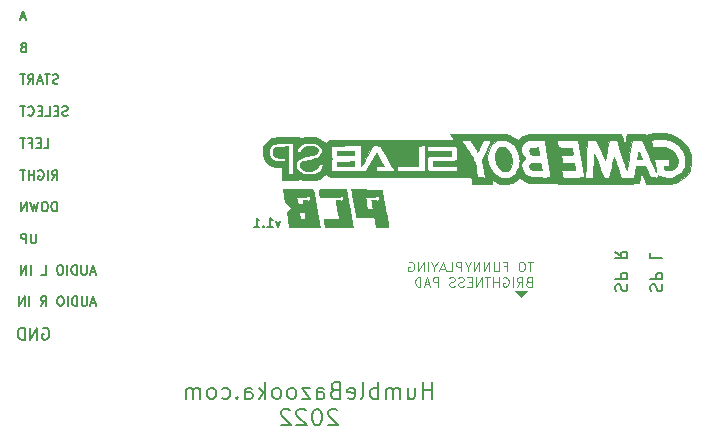
<source format=gbr>
%TF.GenerationSoftware,KiCad,Pcbnew,8.0.4*%
%TF.CreationDate,2024-08-10T15:07:54-04:00*%
%TF.ProjectId,sp-slab-osh,73702d73-6c61-4622-9d6f-73682e6b6963,rev?*%
%TF.SameCoordinates,Original*%
%TF.FileFunction,Legend,Bot*%
%TF.FilePolarity,Positive*%
%FSLAX46Y46*%
G04 Gerber Fmt 4.6, Leading zero omitted, Abs format (unit mm)*
G04 Created by KiCad (PCBNEW 8.0.4) date 2024-08-10 15:07:54*
%MOMM*%
%LPD*%
G01*
G04 APERTURE LIST*
%ADD10C,0.200000*%
%ADD11C,0.120000*%
%ADD12C,0.010000*%
%ADD13C,0.150000*%
%ADD14C,0.000000*%
G04 APERTURE END LIST*
D10*
X102438670Y-100398330D02*
X102372000Y-100531670D01*
D11*
X111321050Y-89779810D02*
X111397240Y-89817900D01*
D12*
X93865710Y-86069100D02*
X94031020Y-86066620D01*
D13*
X69108670Y-70597710D02*
X69108670Y-70673900D01*
D10*
X99305330Y-99731670D02*
X99172000Y-99665000D01*
D12*
X108157800Y-78663330D02*
X107954680Y-79177640D01*
X117904240Y-80554070D02*
X117815800Y-80351870D01*
D10*
X90372000Y-100331670D02*
X90438670Y-100465000D01*
D12*
X107228110Y-80072810D02*
X107319160Y-80220730D01*
X111077740Y-79540240D02*
X111052050Y-79494880D01*
X95926330Y-86071630D02*
X95670190Y-86070780D01*
X110929430Y-82167140D02*
X110807630Y-82240310D01*
X95367470Y-79216130D02*
X95384830Y-79202570D01*
X110952300Y-78572140D02*
X111134490Y-78719550D01*
X109739830Y-81198700D02*
X109573730Y-81056550D01*
X98232830Y-83561390D02*
X98243450Y-83636930D01*
X119548910Y-80900950D02*
X119610820Y-81095880D01*
X95675930Y-85405610D02*
X95488890Y-85406360D01*
D13*
X122462860Y-90958210D02*
X122558100Y-90910600D01*
D12*
X119729140Y-81468320D02*
X119774780Y-81611990D01*
X92447380Y-79479230D02*
X92502880Y-79364040D01*
X108705740Y-79070440D02*
X108623330Y-79252290D01*
X107576810Y-79454620D02*
X107648500Y-79565550D01*
D10*
X94338670Y-101519000D02*
X94205330Y-101452330D01*
D13*
X73032480Y-76063900D02*
X73032480Y-75987710D01*
D12*
X93483850Y-83466260D02*
X93411280Y-83424380D01*
X97876800Y-85227720D02*
X97728450Y-85224640D01*
X119917220Y-79902380D02*
X119836480Y-79653630D01*
X120215270Y-79081370D02*
X120200100Y-79067790D01*
X116760180Y-81765390D02*
X116743960Y-81655570D01*
X118866700Y-78663330D02*
X119514980Y-78663330D01*
D13*
X73447240Y-92041620D02*
X73409140Y-92117810D01*
D12*
X111505260Y-80559930D02*
X111593710Y-80417140D01*
X112420840Y-79341000D02*
X112562000Y-79333780D01*
D11*
X106406760Y-90305900D02*
X106216290Y-90305900D01*
D13*
X123367620Y-91291550D02*
X123367620Y-91053450D01*
D12*
X125686550Y-81284460D02*
X125761570Y-81082380D01*
X92467530Y-80424020D02*
X92378030Y-80579070D01*
X94663070Y-82870960D02*
X94869210Y-82868360D01*
X99499980Y-80341550D02*
X99804260Y-80885830D01*
X109824250Y-78164020D02*
X109652110Y-78159040D01*
X121373410Y-79701760D02*
X121361440Y-79698090D01*
X114950150Y-81850690D02*
X114954300Y-81868570D01*
X100431430Y-80790420D02*
X100316320Y-80598020D01*
X95306180Y-79495610D02*
X95315530Y-79376710D01*
X94122300Y-79388590D02*
X94008730Y-79293730D01*
D11*
X109416290Y-89817900D02*
X109263900Y-89817900D01*
D12*
X110368290Y-81196000D02*
X110486810Y-81061550D01*
X96344320Y-83524460D02*
X96369070Y-83609850D01*
X120805900Y-78678450D02*
X121213270Y-78670240D01*
X95127570Y-82866890D02*
X95442270Y-82866430D01*
X116635170Y-81857840D02*
X116712490Y-81850980D01*
D11*
X103968670Y-90648760D02*
X104006760Y-90686860D01*
D12*
X93273700Y-83454540D02*
X93272610Y-83455820D01*
D13*
X119588100Y-90910600D02*
X119683330Y-90910600D01*
D12*
X116850970Y-81830770D02*
X116867300Y-81528390D01*
D10*
X90972000Y-99731670D02*
X90838670Y-99665000D01*
D12*
X91274180Y-78460630D02*
X91045450Y-78463670D01*
D10*
X91772000Y-99731670D02*
X91705330Y-99798330D01*
D12*
X118546320Y-80366790D02*
X118531120Y-80360910D01*
X94523860Y-79813380D02*
X94564270Y-79654330D01*
X111295310Y-81873400D02*
X111322980Y-81869260D01*
X121632220Y-81525500D02*
X121592750Y-81463370D01*
D10*
X97372000Y-100398330D02*
X97372000Y-99865000D01*
D12*
X120004720Y-82378490D02*
X119691930Y-82378880D01*
D13*
X72326290Y-89281330D02*
X72250100Y-89319430D01*
D12*
X94799470Y-85955180D02*
X94780760Y-85847060D01*
X97382440Y-84726330D02*
X97413520Y-84899950D01*
X123902510Y-80303280D02*
X123862970Y-80301030D01*
X123538280Y-78595550D02*
X123410140Y-78590470D01*
D11*
X106863900Y-91105900D02*
X107244860Y-91105900D01*
D14*
G36*
X121373410Y-79701760D02*
G01*
X121405320Y-79746020D01*
X121449610Y-79823510D01*
X121499990Y-79921350D01*
X121550130Y-80026650D01*
X121593720Y-80126520D01*
X121624430Y-80208060D01*
X121635970Y-80258390D01*
X121620130Y-80277700D01*
X121555400Y-80291730D01*
X121435940Y-80296190D01*
X121400330Y-80296140D01*
X121308840Y-80293860D01*
X121261980Y-80284830D01*
X121247390Y-80264460D01*
X121252740Y-80228160D01*
X121265800Y-80165930D01*
X121284680Y-80065080D01*
X121305050Y-79948450D01*
X121305610Y-79945170D01*
X121326260Y-79834580D01*
X121346300Y-79745910D01*
X121361440Y-79698090D01*
X121373410Y-79701760D01*
G37*
D10*
X94405330Y-101585670D02*
X94338670Y-101519000D01*
D12*
X117607990Y-79910380D02*
X117600890Y-79906670D01*
D13*
X69146760Y-70864380D02*
X69108670Y-70902480D01*
D12*
X124803090Y-82183190D02*
X124486550Y-82313290D01*
D10*
X101105330Y-99731670D02*
X100972000Y-99665000D01*
X90438670Y-100465000D02*
X90505330Y-100531670D01*
D12*
X123540640Y-81146590D02*
X123513430Y-81052510D01*
X96545700Y-80863700D02*
X95827550Y-80855600D01*
X124390470Y-78330500D02*
X124004950Y-78180030D01*
D10*
X90638670Y-100598330D02*
X90838670Y-100598330D01*
D12*
X113106900Y-80837350D02*
X113130260Y-80971800D01*
X118012610Y-80803770D02*
X117904240Y-80554070D01*
X99914290Y-84469050D02*
X99762220Y-83609850D01*
X123737310Y-80870710D02*
X123621150Y-80872200D01*
X120294300Y-81061350D02*
X120253180Y-80938750D01*
X92989530Y-83500250D02*
X92815160Y-83501430D01*
D11*
X109492480Y-89779810D02*
X109416290Y-89817900D01*
D12*
X124257360Y-79620350D02*
X124037280Y-79463220D01*
X122451200Y-78878160D02*
X122438190Y-78781900D01*
X99144080Y-86071670D02*
X99670520Y-86071670D01*
X105970710Y-79340020D02*
X105973730Y-79347110D01*
D10*
X90372000Y-99931670D02*
X90372000Y-100331670D01*
D12*
X95926510Y-79620000D02*
X96020920Y-79608630D01*
X113924650Y-81846390D02*
X113917390Y-81795440D01*
X119825110Y-81770300D02*
X119856410Y-81868570D01*
X90720710Y-78471750D02*
X90610770Y-78477650D01*
X92510900Y-82040230D02*
X92423520Y-82045220D01*
D11*
X111854380Y-90839240D02*
X111854380Y-90953520D01*
X112311520Y-90305900D02*
X112044860Y-90305900D01*
D12*
X109573730Y-81056550D02*
X109443730Y-80898420D01*
X122354900Y-81853450D02*
X122141340Y-81376360D01*
X122011950Y-78286560D02*
X121957420Y-78284820D01*
X97841680Y-80493030D02*
X97845520Y-80666890D01*
X113723210Y-78156270D02*
X114134300Y-78154260D01*
X121330990Y-82356320D02*
X121281970Y-82360780D01*
X91669810Y-79231640D02*
X91669810Y-81535950D01*
D13*
X70175330Y-76178190D02*
X70137240Y-76025810D01*
X71851520Y-76635330D02*
X72232480Y-76635330D01*
D12*
X121572110Y-81454820D02*
X121558130Y-81506980D01*
X95940620Y-84966150D02*
X95969020Y-85125960D01*
D11*
X104959140Y-89589330D02*
X104578190Y-89589330D01*
X105759140Y-90382100D02*
X105721050Y-90344000D01*
D12*
X94214110Y-80136670D02*
X94303550Y-80078880D01*
X120710580Y-82375170D02*
X120511220Y-82376660D01*
D11*
X105911520Y-89284570D02*
X105949620Y-89360760D01*
D12*
X120304380Y-78595300D02*
X120372730Y-78149290D01*
X123480290Y-80884350D02*
X123486110Y-80919200D01*
X122354900Y-81853450D02*
X122694440Y-81862040D01*
X100514120Y-78663330D02*
X106330350Y-78663330D01*
X107542090Y-80758280D02*
X107516930Y-80651030D01*
D11*
X111892480Y-91029710D02*
X111930570Y-91067810D01*
D10*
X94238670Y-100598330D02*
X94572000Y-100598330D01*
D12*
X105249450Y-78656430D02*
X105442050Y-78655310D01*
X93771720Y-82081050D02*
X94043460Y-82041610D01*
D13*
X89023810Y-85261900D02*
X89100000Y-85376190D01*
D12*
X124628150Y-80132880D02*
X124657840Y-80226790D01*
X111593710Y-80417140D02*
X111294330Y-80417140D01*
X92882080Y-78478670D02*
X93128690Y-78426040D01*
X125824080Y-80374790D02*
X125316180Y-80374790D01*
X105820820Y-80424660D02*
X105833010Y-80418180D01*
X115878070Y-81868570D02*
X116144780Y-81867960D01*
X113738910Y-80661950D02*
X113779230Y-80915110D01*
X122803300Y-80305930D02*
X122925610Y-80301060D01*
X111744080Y-80223480D02*
X111640400Y-80082240D01*
X122036760Y-82382620D02*
X121815600Y-81897360D01*
X93563150Y-83664720D02*
X93523760Y-83738020D01*
X121261980Y-80284830D02*
X121308840Y-80293860D01*
D10*
X88238670Y-99665000D02*
X88505330Y-99665000D01*
D11*
X105340100Y-90953520D02*
X105340100Y-90877330D01*
D12*
X97454280Y-85123300D02*
X97437910Y-85034720D01*
D13*
X72669140Y-89814670D02*
X72669140Y-89548000D01*
D12*
X90384290Y-79736570D02*
X90395870Y-79588260D01*
X91045450Y-78463670D02*
X90863290Y-78467230D01*
X95183480Y-81760090D02*
X95340490Y-81838330D01*
X114844170Y-80279020D02*
X114823590Y-80147310D01*
X98743230Y-84560280D02*
X98648780Y-84559810D01*
X94031020Y-86066620D02*
X94156260Y-86063050D01*
X93332100Y-80397130D02*
X93181740Y-80435190D01*
X97062200Y-82934140D02*
X97045470Y-82865770D01*
X93426780Y-81293300D02*
X93612540Y-81286580D01*
D13*
X69070570Y-86777710D02*
X69070570Y-86892000D01*
D12*
X97156440Y-85943100D02*
X97164700Y-85988510D01*
D13*
X69718190Y-82045330D02*
X69718190Y-81245330D01*
D12*
X108516550Y-78663330D02*
X108157800Y-78663330D01*
D13*
X72232480Y-73363900D02*
X72232480Y-73287710D01*
D12*
X120329970Y-81159020D02*
X120294300Y-81061350D01*
D13*
X72190100Y-92041620D02*
X72152000Y-92194000D01*
D12*
X105973730Y-79347110D02*
X105970710Y-79340020D01*
X123969480Y-80687170D02*
X123948980Y-80568330D01*
X123643990Y-80297550D02*
X123773780Y-80299080D01*
X119326740Y-80224060D02*
X119296970Y-80141210D01*
D11*
X105987710Y-89398860D02*
X106063900Y-89436950D01*
D12*
X112287100Y-80613690D02*
X113063260Y-80613690D01*
X124440450Y-79808060D02*
X124575690Y-80018310D01*
D13*
X71165810Y-84715330D02*
X71242000Y-84677240D01*
D10*
X94772000Y-100398330D02*
X94772000Y-100265000D01*
D12*
X99254320Y-79908640D02*
X99203470Y-79822090D01*
D10*
X92305330Y-99798330D02*
X92238670Y-99731670D01*
D12*
X91738360Y-85782210D02*
X91712300Y-85637520D01*
X113167940Y-81233570D02*
X112773920Y-81233570D01*
X123482670Y-80296550D02*
X123298860Y-80296190D01*
X93386530Y-78923430D02*
X93515050Y-78921870D01*
D11*
X106140100Y-90801140D02*
X106178190Y-90763050D01*
X110292480Y-90420190D02*
X110330570Y-90496380D01*
D12*
X118609400Y-80065140D02*
X118582240Y-80207320D01*
X93569250Y-81588590D02*
X93758600Y-81577150D01*
D10*
X84905330Y-100465000D02*
X84972000Y-100531670D01*
D12*
X93616460Y-79192300D02*
X93796600Y-79214930D01*
X105964930Y-80294250D02*
X105964000Y-80296190D01*
D10*
X94772000Y-100265000D02*
X94705330Y-100131670D01*
D12*
X103439310Y-80714650D02*
X103437390Y-80509460D01*
X94193880Y-79647990D02*
X94197600Y-79626090D01*
X97850600Y-80799140D02*
X97856710Y-80883840D01*
D13*
X122939050Y-91386790D02*
X122986670Y-91434400D01*
D10*
X91138670Y-102052330D02*
X91938670Y-102852330D01*
D12*
X121056720Y-81384760D02*
X121028310Y-81544950D01*
X92956640Y-83992800D02*
X92950250Y-83949850D01*
D10*
X98705330Y-100465000D02*
X98772000Y-100531670D01*
D12*
X95815070Y-84239870D02*
X95848620Y-84433140D01*
X112199650Y-79838670D02*
X112138380Y-79739010D01*
X118417450Y-80147170D02*
X118468830Y-80255470D01*
X98857290Y-84411530D02*
X98837700Y-84291880D01*
X91738360Y-85782210D02*
X91758320Y-85889260D01*
X112257860Y-81169660D02*
X112338430Y-81202510D01*
D10*
X93872000Y-102719000D02*
X93938670Y-102785670D01*
D12*
X111270990Y-80719620D02*
X111294330Y-80417140D01*
D10*
X84838670Y-99931670D02*
X84838670Y-100331670D01*
D12*
X120877810Y-82373250D02*
X121015730Y-82370880D01*
D13*
X69378100Y-95582380D02*
X69378100Y-94582380D01*
D12*
X122729450Y-80551980D02*
X122710870Y-80430040D01*
X94361000Y-86027350D02*
X94355870Y-85989760D01*
D11*
X105644860Y-90686860D02*
X105721050Y-90648760D01*
D12*
X108581870Y-78154010D02*
X108196800Y-78155100D01*
D11*
X102521050Y-90420190D02*
X102482950Y-90496380D01*
D12*
X90442590Y-79461180D02*
X90395870Y-79588260D01*
X121281970Y-82360780D02*
X121330990Y-82356320D01*
D13*
X72685330Y-92194000D02*
X72647240Y-92041620D01*
D12*
X93189620Y-82869180D02*
X93398880Y-82871500D01*
X90725820Y-80157920D02*
X90610820Y-80119930D01*
D11*
X111092480Y-90648760D02*
X111130570Y-90686860D01*
X106482950Y-90344000D02*
X106406760Y-90305900D01*
D13*
X70822950Y-84448670D02*
X70861050Y-84601050D01*
D12*
X92735940Y-80692930D02*
X92825510Y-80580640D01*
X121914330Y-78226900D02*
X121917580Y-78233860D01*
X106489680Y-78919230D02*
X106429800Y-78824710D01*
X110578510Y-78930240D02*
X110794790Y-79128040D01*
D13*
X73032480Y-76597240D02*
X72918190Y-76635330D01*
X123272380Y-91434400D02*
X123320000Y-91386790D01*
D12*
X98237720Y-85232040D02*
X98999020Y-85240120D01*
X110059370Y-81308810D02*
X109900460Y-81282360D01*
X92607190Y-78447470D02*
X92607190Y-78513280D01*
X106002670Y-80900950D02*
X103976720Y-80900950D01*
X111450040Y-79730700D02*
X111521970Y-79899090D01*
X120200100Y-79067790D02*
X120215270Y-79081370D01*
D11*
X106482950Y-90648760D02*
X106521050Y-90610670D01*
D12*
X105624500Y-78508280D02*
X105564740Y-78402230D01*
D10*
X94238670Y-100065000D02*
X94105330Y-99998330D01*
D12*
X97454280Y-85123300D02*
X97460820Y-85156450D01*
X107587490Y-81028390D02*
X107567520Y-80900950D01*
D11*
X104387710Y-90305900D02*
X104082950Y-90305900D01*
D12*
X95364690Y-85406430D02*
X94701210Y-85406430D01*
X105987560Y-79416280D02*
X105973730Y-79347110D01*
D11*
X110254380Y-89817900D02*
X110254380Y-89017900D01*
X102368670Y-89360760D02*
X102368670Y-89475050D01*
D13*
X72250100Y-89319430D02*
X72173900Y-89395620D01*
D12*
X111322980Y-81869260D02*
X111366940Y-81893230D01*
X118481360Y-82378280D02*
X117977660Y-82377590D01*
X94303550Y-80078880D02*
X94380240Y-80011860D01*
X123993530Y-80839640D02*
X123985150Y-80782680D01*
X94380440Y-80701880D02*
X94438200Y-80712870D01*
D10*
X83105330Y-99731670D02*
X83038670Y-99865000D01*
D11*
X105797240Y-91067810D02*
X105682950Y-91105900D01*
D12*
X91574010Y-84835980D02*
X92617360Y-84835980D01*
X124280710Y-82367200D02*
X124203220Y-82377870D01*
X120942910Y-81863400D02*
X120862720Y-81865480D01*
X112091670Y-78179010D02*
X112080520Y-78180140D01*
X99108420Y-79860560D02*
X99153620Y-79794350D01*
X113571940Y-79620960D02*
X113612340Y-79871740D01*
D13*
X69222950Y-87044380D02*
X69527710Y-87044380D01*
D11*
X110102000Y-90305900D02*
X110216290Y-90344000D01*
D12*
X90048740Y-79788480D02*
X90088050Y-79968470D01*
X116356440Y-81866110D02*
X116518200Y-81862810D01*
X91926830Y-84473790D02*
X91670200Y-84214110D01*
X112262290Y-79367750D02*
X112325740Y-79351240D01*
X102691600Y-79162260D02*
X103251000Y-79144870D01*
X109446220Y-78155830D02*
X109202160Y-78154100D01*
X94898620Y-78985350D02*
X94975360Y-78889180D01*
X90085220Y-78655010D02*
X90334260Y-78532220D01*
X125811370Y-80839530D02*
X125761570Y-81082380D01*
D10*
X97172000Y-100598330D02*
X97305330Y-100531670D01*
D12*
X118012610Y-80803770D02*
X118142770Y-81105060D01*
X95660510Y-83499490D02*
X95461650Y-83501000D01*
X102236270Y-78662670D02*
X101721940Y-78663010D01*
X104395330Y-78659390D02*
X104028830Y-78660230D01*
X92653670Y-81970650D02*
X92625520Y-81967160D01*
D13*
X71318190Y-73935330D02*
X71318190Y-73135330D01*
D12*
X108623330Y-79252290D02*
X108705740Y-79070440D01*
X99173420Y-79774790D02*
X99176040Y-79778140D01*
X110794790Y-79128040D02*
X110578510Y-78930240D01*
X123448580Y-82394810D02*
X123669640Y-82395280D01*
D10*
X87438670Y-100531670D02*
X87372000Y-100465000D01*
D13*
X69184860Y-70788190D02*
X69261050Y-70826290D01*
D12*
X94966350Y-81605430D02*
X94906240Y-81529010D01*
X105675130Y-80461750D02*
X105737790Y-80452480D01*
X113612340Y-79871740D02*
X113571940Y-79620960D01*
X95969390Y-85393300D02*
X96001970Y-85383870D01*
X123862970Y-80301030D02*
X123773780Y-80299080D01*
X116689990Y-81303340D02*
X116720270Y-81499650D01*
D13*
X72631050Y-89395620D02*
X72554860Y-89319430D01*
D12*
X119836480Y-79653630D02*
X119514980Y-78663330D01*
X92637440Y-84940540D02*
X92656550Y-85044560D01*
X100696430Y-81237800D02*
X100698250Y-81241130D01*
X99323850Y-80029560D02*
X99407320Y-80176610D01*
X93569250Y-81588590D02*
X93365720Y-81586190D01*
X103447550Y-79162260D02*
X103438660Y-79381490D01*
X92607190Y-82001410D02*
X92606370Y-82008350D01*
X122141340Y-81376360D02*
X121927780Y-80899270D01*
X95827550Y-79948450D02*
X96545700Y-79956560D01*
X104893210Y-79162460D02*
X105135490Y-79163230D01*
X112216070Y-79393780D02*
X112262290Y-79367750D01*
X109445070Y-81763540D02*
X109698820Y-81873120D01*
X123183380Y-81758160D02*
X123310610Y-81802170D01*
X95442270Y-82866430D02*
X96614250Y-82866430D01*
D11*
X106063900Y-89436950D02*
X106368670Y-89436950D01*
D12*
X96545700Y-80514870D02*
X96545700Y-80514870D01*
X123621150Y-80872200D02*
X123737310Y-80870710D01*
X91669810Y-79231640D02*
X91178440Y-79242610D01*
X111052050Y-79494880D02*
X110977450Y-79363180D01*
X124413040Y-82336170D02*
X124348530Y-82353400D01*
X94260840Y-78517510D02*
X94517730Y-78646990D01*
X94308630Y-83152190D02*
X94320560Y-83219990D01*
X97045470Y-82865770D02*
X97062200Y-82934140D01*
D13*
X71737240Y-81588190D02*
X71775330Y-81626290D01*
D12*
X94102910Y-80188770D02*
X93960900Y-80238720D01*
X121878960Y-78149290D02*
X121914330Y-78226900D01*
X121593720Y-80126520D02*
X121550130Y-80026650D01*
X100103480Y-86068390D02*
X99988830Y-86070120D01*
X113612340Y-79871740D02*
X113654370Y-80133410D01*
D10*
X96905330Y-99665000D02*
X96772000Y-99731670D01*
D12*
X113917390Y-81795440D02*
X113924650Y-81846390D01*
X105826110Y-79207100D02*
X105845220Y-79216630D01*
X92941160Y-78986020D02*
X92831440Y-79037240D01*
D13*
X69832480Y-76635330D02*
X69908670Y-76635330D01*
X90852380Y-86061900D02*
X90661900Y-85528570D01*
D12*
X122753100Y-80704720D02*
X122780280Y-80878270D01*
X121261980Y-80284830D02*
X121247390Y-80264460D01*
X118933080Y-82378750D02*
X119335660Y-82378960D01*
X103803010Y-80040860D02*
X103979640Y-80033410D01*
X96292120Y-83456250D02*
X96223860Y-83415360D01*
X123081290Y-80297720D02*
X122925610Y-80301060D01*
X115959180Y-80940420D02*
X115940920Y-80825360D01*
X90457730Y-79990210D02*
X90407150Y-79881470D01*
X92296680Y-82048200D02*
X92123370Y-82049630D01*
X97460820Y-85156450D02*
X97466820Y-85177190D01*
X97437910Y-85034720D02*
X97454280Y-85123300D01*
X107277660Y-82382620D02*
X107239140Y-82110480D01*
X106330350Y-78663330D02*
X107086000Y-78663330D01*
X115412650Y-79329150D02*
X115240350Y-79328600D01*
D13*
X70746760Y-78916290D02*
X70480100Y-78916290D01*
D10*
X86638670Y-99731670D02*
X86505330Y-99665000D01*
D12*
X114898630Y-80597140D02*
X115401480Y-80605410D01*
D13*
X122748570Y-90958210D02*
X122796190Y-91005830D01*
D14*
G36*
X112035580Y-91443250D02*
G01*
X112060860Y-91443340D01*
X112031990Y-91447190D01*
X111484930Y-92046340D01*
X110877940Y-91439350D01*
X112018600Y-91443190D01*
X112039140Y-91439350D01*
X112035580Y-91443250D01*
G37*
D12*
X92920930Y-83796250D02*
X92934350Y-83857330D01*
D13*
X71282860Y-95534760D02*
X71140000Y-95582380D01*
X119683330Y-90910600D02*
X119778570Y-90958210D01*
D12*
X93704010Y-82877740D02*
X93572410Y-82874390D01*
X122438190Y-78781900D02*
X122431550Y-78719270D01*
D11*
X106063900Y-89017900D02*
X105987710Y-89056000D01*
D12*
X109173720Y-78858530D02*
X108970010Y-79029420D01*
D11*
X105797240Y-90534480D02*
X105797240Y-90458290D01*
D12*
X123829420Y-78655370D02*
X123906520Y-78681980D01*
X107393450Y-79161990D02*
X107490030Y-79317370D01*
X108265740Y-80032760D02*
X108498170Y-79526210D01*
X92423870Y-83728600D02*
X92445800Y-83854990D01*
X120593930Y-79956010D02*
X120566530Y-80120310D01*
X93122440Y-84939060D02*
X93100740Y-84864290D01*
X123581880Y-81208180D02*
X123648910Y-81243850D01*
D10*
X95505330Y-99265000D02*
X95438670Y-99331670D01*
D13*
X71775330Y-81626290D02*
X71851520Y-81664380D01*
D12*
X119996380Y-80146350D02*
X120070900Y-80376100D01*
X97263860Y-79600710D02*
X97263860Y-79964670D01*
D13*
X71199620Y-91927330D02*
X70894860Y-91927330D01*
D12*
X112325740Y-79351240D02*
X112262290Y-79367750D01*
X123482670Y-80296550D02*
X123643990Y-80297550D01*
X90536870Y-80425670D02*
X90610180Y-80445260D01*
X114898630Y-80597140D02*
X114865850Y-80408870D01*
X96048230Y-83475800D02*
X95999330Y-83485050D01*
X94320560Y-83219990D02*
X94370830Y-83501430D01*
D13*
X70099140Y-75949620D02*
X70022950Y-75873430D01*
D12*
X99762220Y-83609850D02*
X99392880Y-83609850D01*
X117596820Y-79938690D02*
X117600890Y-79906670D01*
D13*
X120350000Y-90005830D02*
X120302380Y-89958210D01*
X70480100Y-76635330D02*
X70861050Y-76635330D01*
D12*
X121573640Y-81451350D02*
X121592750Y-81463370D01*
X112493590Y-78167630D02*
X112732720Y-78164330D01*
D13*
X71140000Y-94582380D02*
X71282860Y-94630000D01*
D10*
X93738670Y-102319000D02*
X93805330Y-102585670D01*
D12*
X97039980Y-85285720D02*
X97079490Y-85509430D01*
X94380240Y-80011860D02*
X94303550Y-80078880D01*
X113925050Y-81850690D02*
X113924650Y-81846390D01*
X115401480Y-80605410D02*
X115904320Y-80613690D01*
X103681860Y-80050890D02*
X103614650Y-80063550D01*
X98230740Y-83539230D02*
X98247160Y-83523220D01*
X95359150Y-81264110D02*
X95334860Y-81234730D01*
X95584510Y-81315030D02*
X95692490Y-81318070D01*
D13*
X72685330Y-92460670D02*
X72685330Y-92194000D01*
D12*
X109422950Y-78729480D02*
X109322790Y-78774440D01*
X111282450Y-78568760D02*
X111364330Y-78493280D01*
X109277750Y-79697250D02*
X109355040Y-79536410D01*
X94246550Y-86058200D02*
X94306980Y-86051900D01*
X107444410Y-80452150D02*
X107390110Y-80344510D01*
X92773140Y-80220260D02*
X92971540Y-80150270D01*
D13*
X71775330Y-73706760D02*
X71813430Y-73630570D01*
X72880100Y-75835330D02*
X72689620Y-75835330D01*
D11*
X109987710Y-89398860D02*
X110254380Y-89398860D01*
D12*
X97263860Y-79600710D02*
X96572080Y-79600710D01*
D11*
X111511520Y-91105900D02*
X111511520Y-90305900D01*
D12*
X109921340Y-82433930D02*
X110225260Y-82423980D01*
X93523760Y-83738020D02*
X93563150Y-83664720D01*
X92950250Y-83949850D02*
X92934350Y-83857330D01*
X122635250Y-78641550D02*
X122536650Y-78669590D01*
X110220280Y-81279330D02*
X110220880Y-81279120D01*
X109221210Y-80293320D02*
X109263350Y-80504250D01*
X94036370Y-84146580D02*
X93987210Y-83867520D01*
X116271490Y-78663330D02*
X116520710Y-80228160D01*
X119514980Y-78663330D02*
X118866700Y-78663330D01*
X99107460Y-85852440D02*
X99144080Y-86071670D01*
D13*
X73507240Y-89319430D02*
X73431050Y-89395620D01*
D10*
X84972000Y-99731670D02*
X84905330Y-99798330D01*
D12*
X95969020Y-85125960D02*
X95940620Y-84966150D01*
X93406230Y-83826900D02*
X93359740Y-83826410D01*
D13*
X70518190Y-81969140D02*
X70518190Y-81702480D01*
D12*
X119098470Y-80890670D02*
X119143420Y-80676300D01*
D10*
X84238670Y-100598330D02*
X84238670Y-99665000D01*
D12*
X103437390Y-80509460D02*
X103439310Y-80714650D01*
D11*
X111930570Y-90610670D02*
X111968670Y-90648760D01*
D12*
X125782030Y-79983930D02*
X125820510Y-80272070D01*
X120171250Y-79004090D02*
X120131780Y-78898250D01*
X95827550Y-80855600D02*
X96545700Y-80863700D01*
X107200620Y-81838330D02*
X107239140Y-82110480D01*
D10*
X100772000Y-99665000D02*
X100638670Y-99731670D01*
D13*
X71242000Y-83953430D02*
X71165810Y-83915330D01*
X74666290Y-92574950D02*
X74628190Y-92651140D01*
D12*
X125331630Y-81799580D02*
X125086500Y-82010300D01*
X125811370Y-80839530D02*
X125830650Y-80563350D01*
X116689990Y-81303340D02*
X116654020Y-81072330D01*
X117555290Y-80764880D02*
X117545660Y-80992210D01*
X124390470Y-78330500D02*
X124737460Y-78518710D01*
X120171250Y-79004090D02*
X120200100Y-79067790D01*
D10*
X98038670Y-100398330D02*
X98038670Y-99198330D01*
D12*
X121015730Y-82370880D02*
X120877810Y-82373250D01*
X93273700Y-83454540D02*
X93336600Y-83417120D01*
X122607390Y-79309730D02*
X122696600Y-79285270D01*
X116755280Y-81842030D02*
X116712490Y-81850980D01*
X94005210Y-81169150D02*
X94148630Y-81058050D01*
D10*
X86505330Y-99665000D02*
X86238670Y-99665000D01*
D12*
X94270290Y-82902490D02*
X94275350Y-82946570D01*
D13*
X70137240Y-73935330D02*
X70137240Y-73135330D01*
D12*
X120219490Y-79069160D02*
X120215270Y-79081370D01*
D11*
X102216290Y-89056000D02*
X102292480Y-89132190D01*
D12*
X113816790Y-81151710D02*
X113850480Y-81364910D01*
X121214980Y-82364670D02*
X121127170Y-82368030D01*
X93779590Y-81261280D02*
X93612540Y-81286580D01*
X117565920Y-80515470D02*
X117556600Y-80732920D01*
X125672120Y-79593830D02*
X125716310Y-79717150D01*
X108364370Y-81870650D02*
X108039270Y-81862050D01*
X93398880Y-82871500D02*
X93189620Y-82869180D01*
D13*
X69108670Y-86701520D02*
X69070570Y-86777710D01*
D12*
X111052790Y-82084480D02*
X111162480Y-82002880D01*
D10*
X95638670Y-99198330D02*
X95505330Y-99265000D01*
D12*
X122344530Y-80308280D02*
X122456560Y-80561000D01*
X123774380Y-78114640D02*
X123884990Y-78143440D01*
X113896110Y-81855980D02*
X113925050Y-81850690D01*
X120482220Y-80614690D02*
X120522790Y-80379030D01*
X94342660Y-86043970D02*
X94306980Y-86051900D01*
X118562580Y-80307230D02*
X118552030Y-80356240D01*
X94288940Y-83034890D02*
X94275350Y-82946570D01*
X114561940Y-79272820D02*
X114606530Y-79306900D01*
D11*
X107244860Y-90305900D02*
X106863900Y-90305900D01*
D12*
X123669640Y-82395280D02*
X123448580Y-82394810D01*
D13*
X90319050Y-85452380D02*
X90395240Y-85490480D01*
D12*
X94780760Y-85847060D02*
X94757390Y-85716370D01*
X107564450Y-80881400D02*
X107542090Y-80758280D01*
X103614650Y-80063550D02*
X103681860Y-80050890D01*
X98749960Y-80466250D02*
X98858570Y-80276280D01*
X95733430Y-83796250D02*
X95742770Y-83839940D01*
X95505200Y-81310450D02*
X95449270Y-81304170D01*
D10*
X91872000Y-101585670D02*
X91805330Y-101519000D01*
D12*
X92950800Y-82867510D02*
X92688620Y-82866590D01*
X92971540Y-80150270D02*
X93223680Y-80080160D01*
X99992130Y-84908910D02*
X100040280Y-85181170D01*
X111747810Y-78833790D02*
X111676260Y-78899160D01*
X111285540Y-80214330D02*
X111250120Y-79997010D01*
X97263860Y-80871810D02*
X97263860Y-80506760D01*
X99486560Y-80894420D02*
X99804260Y-80885830D01*
D10*
X102038670Y-100598330D02*
X101905330Y-100531670D01*
X91938670Y-102852330D02*
X91072000Y-102852330D01*
X94472000Y-102585670D02*
X94538670Y-102319000D01*
D11*
X111930570Y-91067810D02*
X112006760Y-91105900D01*
D12*
X98313210Y-84068390D02*
X98396430Y-84559760D01*
X93056270Y-83743330D02*
X93087020Y-83744200D01*
X109921340Y-82433930D02*
X109621760Y-82384000D01*
X99064870Y-83768630D02*
X98978620Y-83751540D01*
X94966350Y-81605430D02*
X95027600Y-81662100D01*
X121550130Y-80026650D02*
X121593720Y-80126520D01*
X110306700Y-79541340D02*
X110431990Y-79707230D01*
X97226120Y-83841400D02*
X97262080Y-84045710D01*
X113096020Y-80780000D02*
X113106900Y-80837350D01*
X100190840Y-86033780D02*
X100196110Y-86064110D01*
D13*
X71242000Y-84677240D02*
X71318190Y-84601050D01*
D12*
X122649810Y-80992680D02*
X122559110Y-80790890D01*
X93779050Y-80290050D02*
X93960900Y-80238720D01*
X95733430Y-83796250D02*
X95730300Y-83782910D01*
X108828760Y-78795100D02*
X108775260Y-78915730D01*
D13*
X69451520Y-73135330D02*
X68994380Y-73135330D01*
D12*
X92968370Y-81535950D02*
X92093140Y-81535950D01*
X120522790Y-80379030D02*
X120482220Y-80614690D01*
D11*
X112044860Y-90305900D02*
X111968670Y-90344000D01*
D12*
X90965780Y-79249270D02*
X91178440Y-79242610D01*
X95368690Y-81273150D02*
X95386310Y-81285710D01*
D13*
X71927710Y-84715330D02*
X72118190Y-84715330D01*
D12*
X121555400Y-80291730D02*
X121620130Y-80277700D01*
D13*
X73012000Y-90081330D02*
X73012000Y-89281330D01*
D12*
X95363490Y-80293570D02*
X95336610Y-80323290D01*
X124628150Y-80132880D02*
X124576100Y-80019160D01*
X89721240Y-79018890D02*
X89880110Y-78818350D01*
D11*
X106178190Y-90763050D02*
X106254380Y-90724950D01*
D12*
X95307300Y-81138350D02*
X95318020Y-81196380D01*
D13*
X72232480Y-73287710D02*
X72194380Y-73211520D01*
D12*
X114489930Y-78927920D02*
X114502740Y-79017740D01*
D13*
X71013430Y-81702480D02*
X70975330Y-81854860D01*
D12*
X120972080Y-81861010D02*
X120942910Y-81863400D01*
D13*
X71127710Y-76635330D02*
X71508670Y-76635330D01*
X70670570Y-73135330D02*
X70403900Y-73935330D01*
D12*
X105684130Y-79177380D02*
X105597760Y-79171640D01*
D13*
X70861050Y-76216290D02*
X70594380Y-76216290D01*
D12*
X110075470Y-78687010D02*
X110158140Y-78703700D01*
X108863140Y-78715490D02*
X108875290Y-78683850D01*
X119080640Y-80977810D02*
X118899710Y-81868570D01*
X121127170Y-82368030D02*
X121015730Y-82370880D01*
X104723000Y-78658470D02*
X104395330Y-78659390D01*
D11*
X108082950Y-91105900D02*
X108082950Y-90305900D01*
D12*
X121917580Y-78233860D02*
X121957420Y-78284820D01*
X91795770Y-86071670D02*
X93078390Y-86071670D01*
X91213310Y-78972850D02*
X91329630Y-78971390D01*
D11*
X105759140Y-90610670D02*
X105797240Y-90534480D01*
D12*
X92617360Y-84835980D02*
X92629190Y-84815770D01*
X94106400Y-84543120D02*
X94157990Y-84836280D01*
X93902830Y-83386440D02*
X93869570Y-83195690D01*
X93548320Y-80346300D02*
X93779050Y-80290050D01*
D10*
X101172000Y-99798330D02*
X101105330Y-99731670D01*
D12*
X91178440Y-79242610D02*
X91669810Y-79231640D01*
X105329580Y-79164840D02*
X105135490Y-79163230D01*
X120593930Y-79956010D02*
X120805900Y-78678450D01*
X122504460Y-79214230D02*
X122486730Y-79109790D01*
X96517140Y-81318780D02*
X96241470Y-81319950D01*
X95411400Y-81295980D02*
X95449270Y-81304170D01*
X110533630Y-79898990D02*
X110431990Y-79707230D01*
D10*
X95372000Y-100465000D02*
X95438670Y-100531670D01*
D12*
X92968370Y-81535950D02*
X92992600Y-81542860D01*
X123476950Y-81848740D02*
X123791630Y-81894020D01*
X115567950Y-78150580D02*
X116102530Y-78150220D01*
X121400330Y-80296140D02*
X121308840Y-80293860D01*
D13*
X70901900Y-94630000D02*
X70997140Y-94582380D01*
D12*
X123581880Y-81208180D02*
X123540640Y-81146590D01*
X96614250Y-82866430D02*
X95442270Y-82866430D01*
D13*
X119778570Y-90958210D02*
X119826190Y-91005830D01*
D12*
X116760180Y-81765390D02*
X116768060Y-81823420D01*
X90720060Y-78984520D02*
X90841860Y-78979570D01*
X105792160Y-79194840D02*
X105826110Y-79207100D01*
X94214110Y-80136670D02*
X94102910Y-80188770D01*
D10*
X99172000Y-100598330D02*
X99305330Y-100531670D01*
D12*
X98978620Y-83751540D02*
X98885620Y-83742940D01*
X97071230Y-82979230D02*
X97062200Y-82934140D01*
X95301140Y-80491450D02*
X95298790Y-80610230D01*
X95027600Y-81662100D02*
X94966350Y-81605430D01*
X112080520Y-78180140D02*
X112091670Y-78179010D01*
X93787510Y-82881480D02*
X93704010Y-82877740D01*
X119483110Y-80695410D02*
X119548910Y-80900950D01*
X114793730Y-79933330D02*
X114813410Y-80076960D01*
X121364870Y-82351270D02*
X121386440Y-82345600D01*
X93056270Y-83743330D02*
X92967030Y-83746240D01*
D11*
X111625810Y-89056000D02*
X111549620Y-89017900D01*
D12*
X92807310Y-79541570D02*
X92870690Y-79437480D01*
X123985150Y-80782680D02*
X123993530Y-80839640D01*
X114840570Y-81203330D02*
X114881670Y-81467920D01*
X122246300Y-78219590D02*
X122018130Y-78284780D01*
D13*
X72613430Y-76330570D02*
X72651520Y-76292480D01*
D12*
X90460950Y-78495270D02*
X90407150Y-78507840D01*
D11*
X105492480Y-90724950D02*
X105644860Y-90686860D01*
D12*
X109325680Y-82273990D02*
X109032230Y-82103710D01*
X92882080Y-78478670D02*
X92660110Y-78556960D01*
X111162480Y-82002880D02*
X111243210Y-81932860D01*
X93412400Y-80035150D02*
X93647930Y-79979510D01*
X112262290Y-79367750D02*
X112216070Y-79393780D01*
X110306700Y-79541340D02*
X110163080Y-79408930D01*
X108901910Y-82014370D02*
X108922740Y-82198500D01*
D11*
X105568670Y-89817900D02*
X105568670Y-89017900D01*
D12*
X96995300Y-85032440D02*
X97039980Y-85285720D01*
X118349740Y-79995970D02*
X118417450Y-80147170D01*
X98384580Y-80015460D02*
X98877560Y-79145090D01*
X114926800Y-81740270D02*
X114909220Y-81638670D01*
D13*
X69222950Y-71245330D02*
X69527710Y-71245330D01*
D12*
X105429180Y-78164410D02*
X107732840Y-78156660D01*
X112773920Y-81233570D02*
X113167940Y-81233570D01*
X119369420Y-80349220D02*
X119326740Y-80224060D01*
X123501040Y-80993750D02*
X123486110Y-80919200D01*
X99108380Y-83456070D02*
X99083500Y-83473880D01*
X107732840Y-78156660D02*
X107755890Y-78156580D01*
X113654370Y-80133410D02*
X113696920Y-80399100D01*
X122973080Y-81677330D02*
X122973350Y-81714480D01*
X95298830Y-80920390D02*
X95301350Y-81049920D01*
X109828500Y-78678450D02*
X109703710Y-78679540D01*
X94512260Y-79831040D02*
X95293300Y-79831040D01*
X117545660Y-80992210D02*
X117555290Y-80764880D01*
X119143420Y-80676300D02*
X119098470Y-80890670D01*
D13*
X70861050Y-76635330D02*
X70861050Y-75835330D01*
D12*
X105920130Y-79273470D02*
X105970710Y-79340020D01*
D11*
X102711520Y-91105900D02*
X102902000Y-91105900D01*
D12*
X122841000Y-81308030D02*
X122825970Y-81188800D01*
X95781390Y-83746110D02*
X95871930Y-83743330D01*
X107113480Y-79892750D02*
X106971820Y-79672540D01*
D13*
X71318190Y-84601050D02*
X71356290Y-84448670D01*
D12*
X95738430Y-83757670D02*
X95730300Y-83782910D01*
X94157990Y-84836280D02*
X94106400Y-84543120D01*
X109422950Y-78729480D02*
X109506410Y-78701230D01*
D13*
X70213430Y-84143900D02*
X70061050Y-84715330D01*
D12*
X98285330Y-83901290D02*
X98313210Y-84068390D01*
X94043460Y-82041610D02*
X93771720Y-82081050D01*
X104028830Y-78660230D02*
X104395330Y-78659390D01*
X111294330Y-80417140D02*
X111285540Y-80214330D01*
D11*
X112425810Y-89017900D02*
X111968670Y-89017900D01*
D12*
X95969390Y-85393300D02*
X95908990Y-85399670D01*
D10*
X102438670Y-99665000D02*
X102438670Y-100398330D01*
D12*
X94328120Y-80731860D02*
X94358490Y-80699910D01*
X121405320Y-79746020D02*
X121449610Y-79823510D01*
X112287100Y-80613690D02*
X112198930Y-80712440D01*
D10*
X86238670Y-99665000D02*
X86105330Y-99731670D01*
X88038670Y-100598330D02*
X88038670Y-99865000D01*
D13*
X69140000Y-95582380D02*
X69378100Y-95582380D01*
D12*
X120445910Y-80821200D02*
X120482220Y-80614690D01*
X118506010Y-80325260D02*
X118468830Y-80255470D01*
X122803300Y-80305930D02*
X122723400Y-80311980D01*
D10*
X101838670Y-99665000D02*
X101838670Y-100598330D01*
D11*
X102902000Y-90305900D02*
X102711520Y-90305900D01*
D13*
X70861050Y-81283430D02*
X70937240Y-81359620D01*
D10*
X93805330Y-101719000D02*
X93738670Y-101985670D01*
D13*
X69222950Y-86625330D02*
X69146760Y-86663430D01*
X72173900Y-89395620D02*
X72135810Y-89548000D01*
X69409140Y-92727330D02*
X69409140Y-91927330D01*
D12*
X123410140Y-78590470D02*
X123538280Y-78595550D01*
X104846060Y-80477570D02*
X103976720Y-80477620D01*
X122885050Y-81865370D02*
X122759600Y-81863610D01*
D10*
X88038670Y-99865000D02*
X88105330Y-99731670D01*
X97838670Y-100598330D02*
X97972000Y-100531670D01*
D12*
X124583860Y-80866790D02*
X124630840Y-80772670D01*
X98631450Y-84559760D02*
X98648780Y-84559810D01*
X115716480Y-79372970D02*
X115723360Y-79396610D01*
D13*
X120064290Y-88148690D02*
X119969050Y-88196310D01*
D12*
X95660510Y-83499490D02*
X95812030Y-83496550D01*
X94317780Y-85758980D02*
X94286800Y-85577310D01*
D11*
X111625810Y-89779810D02*
X111702000Y-89703620D01*
D10*
X91338670Y-101452330D02*
X91205330Y-101519000D01*
D12*
X105973730Y-79347110D02*
X105987560Y-79416280D01*
X123004320Y-81854910D02*
X123017250Y-81839950D01*
D10*
X88105330Y-99731670D02*
X88238670Y-99665000D01*
D12*
X95301350Y-81049920D02*
X95307300Y-81138350D01*
D10*
X94705330Y-100531670D02*
X94772000Y-100398330D01*
D12*
X123008720Y-81680300D02*
X122973080Y-81677330D01*
X122885050Y-81865370D02*
X122963440Y-81862930D01*
X124301160Y-81168150D02*
X124114030Y-81240180D01*
X112473830Y-79937170D02*
X112358690Y-79920950D01*
X95410980Y-79191390D02*
X95384830Y-79202570D01*
X111439690Y-81950120D02*
X111475090Y-81979380D01*
X120253180Y-80938750D02*
X120294300Y-81061350D01*
X99033820Y-83487300D02*
X99083500Y-83473880D01*
X92967030Y-83746240D02*
X92925270Y-83758290D01*
X93515050Y-78921870D02*
X93386530Y-78923430D01*
X93057640Y-80469110D02*
X92974480Y-80494980D01*
X120942910Y-81863400D02*
X120972080Y-81861010D01*
D13*
X72554860Y-90043240D02*
X72631050Y-89967050D01*
D12*
X98384580Y-80015460D02*
X98305840Y-80154240D01*
X96155470Y-79602930D02*
X96336930Y-79600940D01*
X123480290Y-80884350D02*
X123484690Y-80881830D01*
X106330350Y-78663330D02*
X106399810Y-78776730D01*
X122848560Y-81386390D02*
X122847480Y-81414490D01*
X116867300Y-81528390D02*
X116850970Y-81830770D01*
X105481620Y-79167550D02*
X105597760Y-79171640D01*
X93128690Y-78426040D02*
X92882080Y-78478670D01*
X96013900Y-85370800D02*
X96001970Y-85383870D01*
X90457730Y-79990210D02*
X90524980Y-80065220D01*
D13*
X71013430Y-83915330D02*
X70937240Y-83953430D01*
D12*
X99841280Y-86071260D02*
X99988830Y-86070120D01*
X109889240Y-81916190D02*
X110136140Y-81923860D01*
X119250650Y-80206720D02*
X119221140Y-80327300D01*
X122431550Y-78719270D02*
X122438190Y-78781900D01*
X93955200Y-78946790D02*
X94021870Y-78971800D01*
D11*
X105797240Y-90458290D02*
X105759140Y-90382100D01*
D13*
X71813430Y-73630570D02*
X71851520Y-73592480D01*
D12*
X93817330Y-82890250D02*
X93825830Y-82941960D01*
X93245260Y-79213750D02*
X93425510Y-79191950D01*
X108039270Y-81862050D02*
X107714170Y-81853450D01*
X103441500Y-80355890D02*
X103437390Y-80509460D01*
X120329970Y-81159020D02*
X120355590Y-81219650D01*
D13*
X89100000Y-85376190D02*
X89176190Y-85452380D01*
D12*
X107726230Y-79676310D02*
X107744760Y-79654660D01*
D10*
X90505330Y-100531670D02*
X90638670Y-100598330D01*
D12*
X92624380Y-80291650D02*
X92773140Y-80220260D01*
X116922850Y-80291990D02*
X116910950Y-80569240D01*
X123069630Y-78590340D02*
X122894910Y-78598600D01*
D11*
X105416290Y-91067810D02*
X105378190Y-91029710D01*
D12*
X110952300Y-78572140D02*
X110831020Y-78482570D01*
X93494040Y-80358790D02*
X93548320Y-80346300D01*
D13*
X69908670Y-75835330D02*
X69832480Y-75835330D01*
X72326290Y-90081330D02*
X72478670Y-90081330D01*
X69146760Y-86663430D02*
X69108670Y-86701520D01*
D12*
X92925270Y-83758290D02*
X92967030Y-83746240D01*
X92974480Y-80494980D02*
X93057640Y-80469110D01*
X106002670Y-81324290D02*
X103617230Y-81324290D01*
X108609060Y-80622940D02*
X108557340Y-80329770D01*
D11*
X102597240Y-90344000D02*
X102521050Y-90420190D01*
D10*
X86638670Y-100531670D02*
X86705330Y-100465000D01*
D12*
X98300140Y-83512070D02*
X98396350Y-83505160D01*
X98826830Y-83500160D02*
X98951330Y-83495760D01*
D11*
X104387710Y-91105900D02*
X104387710Y-90305900D01*
D12*
X95997640Y-86071670D02*
X97180700Y-86071670D01*
X95410980Y-79191390D02*
X95451660Y-79182320D01*
D13*
X122367620Y-90482020D02*
X123367620Y-90482020D01*
D12*
X112156630Y-81053130D02*
X112115990Y-80935150D01*
X109011720Y-81402910D02*
X108840390Y-81167150D01*
X123011790Y-81816680D02*
X123004440Y-81798710D01*
X117510750Y-81672100D02*
X117505310Y-81738390D01*
X92521190Y-82866430D02*
X91225650Y-82866430D01*
X92378030Y-80579070D02*
X92467530Y-80424020D01*
X113448590Y-78863840D02*
X113432800Y-78770360D01*
X109506410Y-78701230D02*
X109422950Y-78729480D01*
X97382440Y-84726330D02*
X97345960Y-84521200D01*
X97112780Y-85697560D02*
X97079490Y-85509430D01*
D11*
X111054380Y-90458290D02*
X111054380Y-90572570D01*
D12*
X97413520Y-84899950D02*
X97382440Y-84726330D01*
X120234380Y-79003610D02*
X120219490Y-79069160D01*
X93203630Y-85408740D02*
X93163240Y-85173240D01*
X95999330Y-83485050D02*
X96048230Y-83475800D01*
X99153620Y-79794350D02*
X99173420Y-79774790D01*
X122694930Y-80318870D02*
X122723400Y-80311980D01*
X91682630Y-85469210D02*
X91651880Y-85291290D01*
X109229170Y-79882130D02*
X109210070Y-80083380D01*
X93359740Y-83826410D02*
X93296450Y-83794640D01*
D10*
X83638670Y-99865000D02*
X83572000Y-99731670D01*
D12*
X94692110Y-80719520D02*
X95298530Y-80719520D01*
X94133770Y-79026190D02*
X94312080Y-79134870D01*
X119610820Y-81095880D02*
X119548910Y-80900950D01*
X94736370Y-78823090D02*
X94517730Y-78646990D01*
X96545700Y-80514870D02*
X97263860Y-80506760D01*
D13*
X120302380Y-89958210D02*
X120207140Y-89910600D01*
D11*
X108730570Y-89017900D02*
X108273430Y-89817900D01*
D12*
X107714170Y-81853450D02*
X108039270Y-81862050D01*
X120862720Y-81865480D02*
X120741000Y-81867120D01*
D10*
X92472000Y-101585670D02*
X92405330Y-101719000D01*
D13*
X74247240Y-92651140D02*
X74209140Y-92574950D01*
D11*
X102521050Y-90991620D02*
X102597240Y-91067810D01*
D12*
X122894910Y-78598600D02*
X123069630Y-78590340D01*
X94171630Y-79720940D02*
X94131080Y-79782020D01*
X105442050Y-78655310D02*
X105583460Y-78654150D01*
X91178440Y-79242610D02*
X90965780Y-79249270D01*
X95334860Y-81234730D02*
X95359150Y-81264110D01*
X95461650Y-83501000D02*
X95208880Y-83501430D01*
X123884990Y-78143440D02*
X124004950Y-78180030D01*
X94317780Y-85758980D02*
X94341130Y-85898380D01*
D13*
X119492860Y-90958210D02*
X119588100Y-90910600D01*
X70802480Y-90081330D02*
X71183430Y-90081330D01*
D12*
X123069630Y-78590340D02*
X123238380Y-78588920D01*
X91670200Y-84214110D02*
X91413560Y-83954430D01*
D13*
X69565810Y-83915330D02*
X69108670Y-84715330D01*
D12*
X110702680Y-82293450D02*
X110637380Y-82319180D01*
X112894390Y-79529310D02*
X112913030Y-79639110D01*
X116934900Y-80006610D02*
X116922850Y-80291990D01*
X94674020Y-80817800D02*
X94692110Y-80719520D01*
X95827550Y-80855600D02*
X95827550Y-80522980D01*
D13*
X74361520Y-92727330D02*
X74285330Y-92689240D01*
D12*
X96572080Y-79600710D02*
X96336930Y-79600940D01*
X97460820Y-85156450D02*
X97454280Y-85123300D01*
D13*
X70556290Y-83915330D02*
X70365810Y-84715330D01*
D12*
X104893210Y-79162460D02*
X104596600Y-79162260D01*
X122504460Y-79214230D02*
X122518970Y-79290480D01*
X92710430Y-79692280D02*
X92770000Y-79671220D01*
X93100740Y-84864290D02*
X93070490Y-84822660D01*
X93758600Y-81577150D02*
X93569250Y-81588590D01*
X120445910Y-80821200D02*
X120414960Y-80992450D01*
X93796600Y-79214930D02*
X93944420Y-79259930D01*
D11*
X109873430Y-91029710D02*
X109873430Y-90763050D01*
D12*
X104859620Y-80477570D02*
X104846060Y-80477570D01*
X122710870Y-80430040D02*
X122729450Y-80551980D01*
X110637380Y-82319180D02*
X110702680Y-82293450D01*
X90720710Y-78471750D02*
X90863290Y-78467230D01*
X117419160Y-82376690D02*
X116803010Y-82375630D01*
X111416250Y-79494880D02*
X111418720Y-79561630D01*
X124576100Y-80019160D02*
X124628150Y-80132880D01*
X89610910Y-79253320D02*
X89551450Y-79518310D01*
X125311470Y-80684950D02*
X125260470Y-80957420D01*
X95411400Y-81295980D02*
X95386310Y-81285710D01*
D11*
X110330570Y-90496380D02*
X110368670Y-90648760D01*
D12*
X93082330Y-79264490D02*
X93097220Y-79257600D01*
X104028830Y-78660230D02*
X103626580Y-78660990D01*
X121635970Y-80258390D02*
X121620130Y-80277700D01*
X121284680Y-80065080D02*
X121305050Y-79948450D01*
D13*
X120207140Y-91482020D02*
X120302380Y-91434400D01*
D12*
X108553750Y-80032760D02*
X108557340Y-80329770D01*
X112913030Y-79639110D02*
X112932490Y-79752800D01*
X99322810Y-83781940D02*
X99240400Y-83819800D01*
X91319610Y-83410430D02*
X91413560Y-83954430D01*
X103453980Y-80245230D02*
X103441500Y-80355890D01*
X100083720Y-85426840D02*
X100121460Y-85640430D01*
D13*
X69832480Y-73135330D02*
X69756290Y-73173430D01*
D12*
X121449610Y-79823510D02*
X121405320Y-79746020D01*
X92668730Y-79149140D02*
X92717710Y-79109130D01*
X94898620Y-78985350D02*
X94736370Y-78823090D01*
X90562400Y-79001520D02*
X90629700Y-78991580D01*
X121550130Y-80026650D02*
X121499990Y-79921350D01*
X97184910Y-83608540D02*
X97226120Y-83841400D01*
X107780940Y-79585020D02*
X107830870Y-79475900D01*
X125294580Y-80149350D02*
X125316180Y-80374790D01*
X93816720Y-82885500D02*
X93817330Y-82890250D01*
X97549070Y-85214140D02*
X97503850Y-85205340D01*
X109593290Y-78685850D02*
X109628640Y-78683830D01*
X110240190Y-78733980D02*
X110339250Y-78780720D01*
X108531120Y-79454330D02*
X108498170Y-79526210D01*
X95307110Y-80411320D02*
X95318380Y-80358910D01*
X97838380Y-80044220D02*
X97838380Y-79145150D01*
X92423520Y-82045220D02*
X92510900Y-82040230D01*
D13*
X120397620Y-88720120D02*
X120397620Y-88339170D01*
D12*
X120084710Y-78758280D02*
X120131780Y-78898250D01*
X125086500Y-82010300D02*
X125331630Y-81799580D01*
X101721940Y-78663010D02*
X101187330Y-78663240D01*
X103447550Y-81178480D02*
X103439310Y-80714650D01*
X104213270Y-80028480D02*
X104505410Y-80026000D01*
X94065330Y-79834820D02*
X94131080Y-79782020D01*
D11*
X106559140Y-91067810D02*
X106444860Y-91105900D01*
D12*
X112358690Y-79920950D02*
X112473830Y-79937170D01*
X94505030Y-82874820D02*
X94663070Y-82870960D01*
X103251000Y-79600710D02*
X103251000Y-79144870D01*
X108157800Y-78663330D02*
X108516550Y-78663330D01*
X123057250Y-78077560D02*
X123208140Y-78076290D01*
D13*
X123367620Y-90482020D02*
X123367620Y-90101070D01*
D12*
X105964000Y-80296190D02*
X105911710Y-80360230D01*
X112091670Y-78179010D02*
X112170030Y-78174990D01*
X98651110Y-83501430D02*
X98826830Y-83500160D01*
X124920470Y-81491930D02*
X125016610Y-81397680D01*
D13*
X72727710Y-76635330D02*
X72651520Y-76597240D01*
D12*
X98247160Y-83523220D02*
X98230740Y-83539230D01*
X116848930Y-81868570D02*
X117489440Y-81868570D01*
X124109720Y-82385720D02*
X123993860Y-82391030D01*
X116743960Y-81655570D02*
X116720270Y-81499650D01*
X109214660Y-81604260D02*
X109011720Y-81402910D01*
D13*
X69108670Y-70673900D02*
X69146760Y-70750090D01*
D12*
X94975360Y-78889180D02*
X95000330Y-78861670D01*
D13*
X119397620Y-88720120D02*
X120397620Y-88720120D01*
D12*
X93830660Y-79929970D02*
X93647930Y-79979510D01*
X94843350Y-86053990D02*
X94814070Y-86048990D01*
D13*
X71699140Y-84524860D02*
X71737240Y-84601050D01*
D12*
X95815070Y-84239870D02*
X95785180Y-84070650D01*
X113409770Y-78663330D02*
X113408610Y-78658410D01*
X95298530Y-80719520D02*
X94692110Y-80719520D01*
X111471320Y-81098170D02*
X111558480Y-81294020D01*
D11*
X105416290Y-90763050D02*
X105492480Y-90724950D01*
D12*
X100053430Y-80160120D02*
X99453160Y-79162260D01*
X122428480Y-78169680D02*
X122576320Y-78133000D01*
X96241470Y-81319950D02*
X96517140Y-81318780D01*
X108225410Y-81010040D02*
X108121060Y-80348050D01*
X94358490Y-80699910D02*
X94380440Y-80701880D01*
X115860860Y-81868570D02*
X115878070Y-81868570D01*
D11*
X105721050Y-90648760D02*
X105759140Y-90610670D01*
D10*
X88638670Y-100531670D02*
X88705330Y-100398330D01*
D12*
X95435680Y-86068930D02*
X95229260Y-86066200D01*
X114489930Y-78927920D02*
X114449580Y-78663330D01*
X96013900Y-85370800D02*
X96012380Y-85353510D01*
X92697910Y-80853840D02*
X92721050Y-80988250D01*
X121499990Y-79921350D02*
X121449610Y-79823510D01*
X109967070Y-78171030D02*
X109824250Y-78164020D01*
X116568500Y-80529040D02*
X116520710Y-80228160D01*
X121482370Y-81907570D02*
X121456540Y-82056930D01*
D11*
X109987710Y-90305900D02*
X110102000Y-90305900D01*
D12*
X122815560Y-78091110D02*
X122930280Y-78081820D01*
X122225410Y-80038000D02*
X122344530Y-80308280D01*
D11*
X105378190Y-91029710D02*
X105340100Y-90953520D01*
D10*
X92238670Y-100531670D02*
X92305330Y-100465000D01*
X91638670Y-99931670D02*
X91638670Y-100331670D01*
D12*
X93203630Y-85408740D02*
X92714720Y-85391310D01*
X97856710Y-80883840D02*
X97850600Y-80799140D01*
D11*
X104349620Y-89017900D02*
X104082950Y-89436950D01*
D12*
X108775260Y-78915730D02*
X108705740Y-79070440D01*
D13*
X73637710Y-92727330D02*
X73828190Y-92727330D01*
D12*
X95512590Y-79175050D02*
X95451660Y-79182320D01*
D13*
X70818670Y-91965430D02*
X70780570Y-92003520D01*
D12*
X108970010Y-79029420D02*
X108803060Y-79246810D01*
X113814450Y-81860130D02*
X113896110Y-81855980D01*
D13*
X123320000Y-90005830D02*
X123272380Y-89958210D01*
D12*
X106429800Y-78824710D02*
X106399810Y-78776730D01*
X94559270Y-80719520D02*
X94692110Y-80719520D01*
X95991670Y-85250030D02*
X95969020Y-85125960D01*
X100610450Y-81091000D02*
X100530710Y-80956820D01*
X99914290Y-84469050D02*
X99940220Y-84615570D01*
X121247390Y-80264460D02*
X121252740Y-80228160D01*
X111416250Y-79494880D02*
X111445210Y-79280370D01*
D13*
X70937240Y-73935330D02*
X70670570Y-73135330D01*
D12*
X92668730Y-79149140D02*
X92580640Y-79247680D01*
D13*
X72647240Y-92041620D02*
X72571050Y-91965430D01*
D12*
X107086000Y-78663330D02*
X106330350Y-78663330D01*
X105991210Y-80120350D02*
X105979900Y-80229720D01*
X97062200Y-82934140D02*
X97062200Y-82934140D01*
D13*
X71546760Y-73135330D02*
X71089620Y-73135330D01*
D12*
X105911710Y-80360230D02*
X105964000Y-80296190D01*
X99633310Y-82881550D02*
X99762220Y-83609850D01*
X95872910Y-84574880D02*
X95908050Y-84779490D01*
X110588860Y-81783900D02*
X110370850Y-81878390D01*
X98826830Y-83500160D02*
X98651110Y-83501430D01*
X90415130Y-79056430D02*
X90296620Y-79133040D01*
X105458380Y-79600710D02*
X103429780Y-79600710D01*
X109355040Y-79536410D02*
X109460260Y-79407310D01*
D10*
X87305330Y-100531670D02*
X87372000Y-100598330D01*
D12*
X92333720Y-80755130D02*
X92337430Y-80936030D01*
X94246550Y-86058200D02*
X94156260Y-86063050D01*
X103477200Y-80168730D02*
X103513500Y-80117660D01*
X113500420Y-79179480D02*
X113471500Y-79002500D01*
D13*
X73028190Y-92727330D02*
X73028190Y-91927330D01*
D12*
X113115760Y-81862950D02*
X113101060Y-81862790D01*
X104505410Y-80026000D02*
X104589040Y-80025750D01*
X105458380Y-79600710D02*
X105458380Y-80024050D01*
X120365170Y-81233570D02*
X120373500Y-81204750D01*
X98261510Y-83753840D02*
X98243450Y-83636930D01*
X110574930Y-80878350D02*
X110631160Y-80648980D01*
D13*
X70137240Y-76444860D02*
X70175330Y-76292480D01*
D12*
X95293300Y-79831040D02*
X94512260Y-79831040D01*
X92968370Y-81535950D02*
X92876930Y-81509890D01*
X100696430Y-81237800D02*
X100666920Y-81186730D01*
D11*
X102368670Y-89475050D02*
X102330570Y-89627430D01*
D12*
X91186000Y-82050000D02*
X91896600Y-82050000D01*
X122723400Y-80311980D02*
X122694930Y-80318870D01*
X95423000Y-80235270D02*
X95374450Y-80283280D01*
X120390460Y-81122340D02*
X120373500Y-81204750D01*
X121815600Y-81897360D02*
X121760020Y-81777590D01*
X121760020Y-81777590D02*
X121815600Y-81897360D01*
X107485530Y-80551660D02*
X107444410Y-80452150D01*
X89636150Y-80216130D02*
X89759950Y-80447190D01*
X92721050Y-80988250D02*
X92697910Y-80853840D01*
X95865440Y-79638980D02*
X95830940Y-79667530D01*
X121364870Y-82351270D02*
X121330990Y-82356320D01*
X121433390Y-82185900D02*
X121456540Y-82056930D01*
X90596280Y-79306950D02*
X90531190Y-79348080D01*
X121308840Y-80293860D02*
X121261980Y-80284830D01*
X112862120Y-79943270D02*
X112850810Y-79944730D01*
X112773920Y-81233570D02*
X112608000Y-81231590D01*
D11*
X110368670Y-90648760D02*
X110368670Y-90763050D01*
D12*
X97503850Y-85205340D02*
X97478800Y-85193260D01*
D11*
X103168670Y-89017900D02*
X102711520Y-89817900D01*
D12*
X93885560Y-78931720D02*
X93955200Y-78946790D01*
X110644730Y-80329590D02*
X110606320Y-80108980D01*
X122804660Y-81038120D02*
X122780280Y-80878270D01*
X114823590Y-80147310D02*
X114813410Y-80076960D01*
X113738910Y-80661950D02*
X113696920Y-80399100D01*
X123862970Y-80301030D02*
X123902510Y-80303280D01*
X112128260Y-80822510D02*
X112198930Y-80712440D01*
X112048830Y-82303190D02*
X111936730Y-82258360D01*
X111972930Y-78716210D02*
X111887390Y-78744240D01*
X89541250Y-79676310D02*
X89551450Y-79518310D01*
D13*
X69680100Y-73287710D02*
X69680100Y-73402000D01*
D11*
X109149620Y-89741710D02*
X109111520Y-89665520D01*
D12*
X95940620Y-84966150D02*
X95908050Y-84779490D01*
X122527870Y-79323070D02*
X122545530Y-79322850D01*
D10*
X97372000Y-99865000D02*
X97305330Y-99731670D01*
D12*
X96084570Y-83456070D02*
X96150890Y-83411920D01*
X93869570Y-83195690D02*
X93902830Y-83386440D01*
X123179800Y-79240570D02*
X122974530Y-79244010D01*
D10*
X91038670Y-99798330D02*
X90972000Y-99731670D01*
X100638670Y-99731670D02*
X100572000Y-99865000D01*
D12*
X106971820Y-79672540D02*
X106906200Y-79570480D01*
D11*
X111244860Y-89132190D02*
X111206760Y-89284570D01*
D12*
X91397670Y-80214540D02*
X91069690Y-80197230D01*
X97885810Y-80882160D02*
X97864990Y-80914560D01*
X111815270Y-78782790D02*
X111747810Y-78833790D01*
X115973300Y-81048110D02*
X115959180Y-80940420D01*
X107516930Y-80651030D02*
X107542090Y-80758280D01*
X92946460Y-82059970D02*
X93094910Y-82081790D01*
X115747780Y-79528880D02*
X115731340Y-79435760D01*
X122804660Y-81038120D02*
X122825970Y-81188800D01*
D13*
X72647240Y-92613050D02*
X72685330Y-92460670D01*
D12*
X97180700Y-86071670D02*
X95997640Y-86071670D01*
X94122300Y-79388590D02*
X94187220Y-79502230D01*
X122431880Y-78703800D02*
X122431550Y-78719270D01*
X107542090Y-80758280D02*
X107564450Y-80881400D01*
D11*
X102330570Y-89208380D02*
X102368670Y-89360760D01*
D12*
X93100740Y-84864290D02*
X93122440Y-84939060D01*
D13*
X72232480Y-73897240D02*
X72118190Y-73935330D01*
D12*
X102727210Y-78662210D02*
X102236270Y-78662670D01*
X110158140Y-78703700D02*
X110240190Y-78733980D01*
X108121060Y-80348050D02*
X108225410Y-81010040D01*
X97885810Y-80882160D02*
X97932640Y-80803500D01*
D11*
X106444860Y-91105900D02*
X106254380Y-91105900D01*
D12*
X113101060Y-81862790D02*
X112277070Y-81853450D01*
X120985260Y-81787320D02*
X120974260Y-81848980D01*
D13*
X69070570Y-86892000D02*
X69108670Y-86968190D01*
X120397620Y-90101070D02*
X120350000Y-90005830D01*
D12*
X94328120Y-80731860D02*
X94299410Y-80815270D01*
X125820510Y-80272070D02*
X125782030Y-79983930D01*
X94308630Y-83152190D02*
X94288940Y-83034890D01*
X121433390Y-82185900D02*
X121415310Y-82281370D01*
D13*
X69527710Y-86625330D02*
X69222950Y-86625330D01*
D12*
X112277070Y-81853450D02*
X112073730Y-81757120D01*
X124413040Y-82336170D02*
X124480590Y-82315210D01*
X113471500Y-79002500D02*
X113500420Y-79179480D01*
X105979900Y-80229720D02*
X105991210Y-80120350D01*
D11*
X111511520Y-90305900D02*
X111206760Y-90305900D01*
D12*
X92296680Y-82048200D02*
X92423520Y-82045220D01*
D13*
X69222950Y-73935330D02*
X69222950Y-73135330D01*
D12*
X115782470Y-79752690D02*
X115794730Y-79844070D01*
X111887390Y-78744240D02*
X111815270Y-78782790D01*
D11*
X102025810Y-89817900D02*
X101911520Y-89779810D01*
D12*
X92391970Y-81105640D02*
X92337430Y-80936030D01*
X121346300Y-79745910D02*
X121326260Y-79834580D01*
D13*
X70061050Y-84715330D02*
X69870570Y-83915330D01*
D12*
X95057410Y-86062720D02*
X94926620Y-86058610D01*
X92788620Y-79622850D02*
X92807310Y-79541570D01*
D13*
X70937240Y-84677240D02*
X71013430Y-84715330D01*
D12*
X118866700Y-78663330D02*
X118719260Y-79472200D01*
X92697910Y-80853840D02*
X92698680Y-80829650D01*
X99368130Y-83524460D02*
X99315930Y-83456250D01*
D10*
X84905330Y-99798330D02*
X84838670Y-99931670D01*
D12*
X122559110Y-80790890D02*
X122649810Y-80992680D01*
X95816220Y-79707590D02*
X95830940Y-79667530D01*
X125820510Y-80272070D02*
X125824080Y-80374790D01*
X94485500Y-81219710D02*
X94317790Y-81372100D01*
X122428480Y-78169680D02*
X122246300Y-78219590D01*
X111593710Y-80417140D02*
X111599580Y-80407670D01*
D11*
X111968670Y-90344000D02*
X111930570Y-90382100D01*
D12*
X122729450Y-80551980D02*
X122753100Y-80704720D01*
X99173420Y-79774790D02*
X99153620Y-79794350D01*
X110368290Y-81196000D02*
X110220880Y-81279120D01*
D10*
X92538670Y-101519000D02*
X92472000Y-101585670D01*
D12*
X95315530Y-79376710D02*
X95328050Y-79297250D01*
X95435680Y-86068930D02*
X95670190Y-86070780D01*
D13*
X72080100Y-73516290D02*
X72156290Y-73478190D01*
D12*
X96014960Y-83759400D02*
X95896000Y-83743780D01*
X116938280Y-79925770D02*
X116934900Y-80006610D01*
D10*
X91705330Y-99798330D02*
X91638670Y-99931670D01*
D12*
X113148350Y-81089940D02*
X113130260Y-80971800D01*
X95429020Y-80212070D02*
X95395220Y-80198330D01*
X124814070Y-79235290D02*
X124672640Y-79104430D01*
X99940220Y-84615570D02*
X99914290Y-84469050D01*
X124737460Y-78518710D02*
X125042520Y-78741910D01*
X111453640Y-80708170D02*
X111505260Y-80559930D01*
X111668280Y-78906870D02*
X111676260Y-78899160D01*
X90684120Y-79278640D02*
X90804150Y-79260340D01*
X95119710Y-81724850D02*
X95183480Y-81760090D01*
D10*
X92405330Y-101719000D02*
X92405330Y-101852330D01*
D12*
X95461650Y-83501000D02*
X95660510Y-83499490D01*
D10*
X96705330Y-99998330D02*
X97372000Y-100131670D01*
D12*
X123310610Y-81802170D02*
X123183380Y-81758160D01*
X92918140Y-83784530D02*
X92925270Y-83758290D01*
D13*
X71378100Y-95439520D02*
X71282860Y-95534760D01*
D12*
X93269280Y-82092200D02*
X93094910Y-82081790D01*
X117489440Y-81868570D02*
X116848930Y-81868570D01*
X115799580Y-79895540D02*
X115799460Y-79897170D01*
X122793180Y-79263560D02*
X122696600Y-79285270D01*
X121028310Y-81544950D02*
X121003880Y-81682560D01*
D13*
X70137240Y-73135330D02*
X69832480Y-73135330D01*
D12*
X123448580Y-82394810D02*
X123179750Y-82393010D01*
X93189620Y-82869180D02*
X92950800Y-82867510D01*
X92502880Y-79364040D02*
X92447380Y-79479230D01*
X116712490Y-81850980D02*
X116755280Y-81842030D01*
X121326260Y-79834580D02*
X121305610Y-79945170D01*
D11*
X109073430Y-91105900D02*
X109073430Y-90305900D01*
D12*
X93704010Y-82877740D02*
X93787510Y-82881480D01*
X125162430Y-81194300D02*
X125016610Y-81397680D01*
D13*
X123177140Y-91482020D02*
X123272380Y-91434400D01*
D12*
X94739450Y-81681450D02*
X94679180Y-81734210D01*
X123993860Y-82391030D02*
X124109720Y-82385720D01*
X97863680Y-80915050D02*
X97864990Y-80914560D01*
X93094910Y-82081790D02*
X92946460Y-82059970D01*
X98837700Y-84291880D02*
X98857290Y-84411530D01*
D10*
X86705330Y-100465000D02*
X86772000Y-100331670D01*
D12*
X123985150Y-80782680D02*
X123969480Y-80687170D01*
X124109720Y-82385720D02*
X124203220Y-82377870D01*
X114954300Y-81868570D02*
X115860860Y-81868570D01*
X92625520Y-81967160D02*
X92653670Y-81970650D01*
D13*
X70327710Y-87349140D02*
X70289620Y-87387240D01*
D12*
X94099940Y-79009170D02*
X94021870Y-78971800D01*
X109628640Y-78683830D02*
X109593290Y-78685850D01*
X90701970Y-80458200D02*
X90826250Y-80466670D01*
D13*
X75373900Y-89852760D02*
X74992950Y-89852760D01*
X72631050Y-89967050D02*
X72669140Y-89814670D01*
D12*
X91682630Y-85469210D02*
X91712300Y-85637520D01*
X111668280Y-78906870D02*
X111530470Y-79081490D01*
D13*
X119969050Y-88196310D02*
X119921430Y-88243930D01*
D12*
X115860860Y-81868570D02*
X116848930Y-81868570D01*
X95785180Y-84070650D02*
X95760550Y-83934380D01*
X90468060Y-80397220D02*
X90536870Y-80425670D01*
D10*
X95505330Y-99798330D02*
X95638670Y-99865000D01*
D12*
X103803010Y-80040860D02*
X103681860Y-80050890D01*
X123057250Y-78077560D02*
X122930280Y-78081820D01*
X112929890Y-79928770D02*
X112952800Y-79898540D01*
D10*
X94205330Y-101452330D02*
X94072000Y-101452330D01*
D12*
X93070490Y-84822660D02*
X93100740Y-84864290D01*
X98858570Y-80276280D02*
X98749960Y-80466250D01*
X122518970Y-79290480D02*
X122527870Y-79323070D01*
X121482370Y-81907570D02*
X121486420Y-81883690D01*
X100952910Y-81324290D02*
X100742790Y-81324290D01*
X93078390Y-86071670D02*
X93394500Y-86071440D01*
D13*
X89557140Y-86023810D02*
X89595240Y-86061900D01*
D12*
X95505200Y-81310450D02*
X95584510Y-81315030D01*
D13*
X119969050Y-89958210D02*
X119921430Y-90005830D01*
X71013430Y-81588190D02*
X71013430Y-81702480D01*
D12*
X114502740Y-79017740D02*
X114518500Y-79133490D01*
X124580930Y-80872090D02*
X124583860Y-80866790D01*
X113130260Y-80971800D02*
X113148350Y-81089940D01*
X90296620Y-79133040D02*
X90415130Y-79056430D01*
X94099940Y-79009170D02*
X94133770Y-79026190D01*
X94306980Y-86051900D02*
X94246550Y-86058200D01*
X110785680Y-81644470D02*
X110956800Y-81464220D01*
X94088860Y-84443800D02*
X94036370Y-84146580D01*
D10*
X91772000Y-100531670D02*
X91905330Y-100598330D01*
D12*
X122036760Y-82382620D02*
X122856800Y-82390180D01*
X121265800Y-80165930D02*
X121284680Y-80065080D01*
D10*
X95638670Y-99865000D02*
X96105330Y-99865000D01*
D12*
X105315330Y-80475780D02*
X105113910Y-80477170D01*
X96006960Y-85329460D02*
X95991670Y-85250030D01*
X113101060Y-81862790D02*
X113115760Y-81862950D01*
X105670560Y-78652940D02*
X105700290Y-78651690D01*
X99322810Y-83781940D02*
X99380280Y-83698610D01*
X122607390Y-79309730D02*
X122545530Y-79322850D01*
X98542490Y-83501890D02*
X98651110Y-83501430D01*
X114677640Y-79324260D02*
X114783710Y-79330160D01*
X113106900Y-80837350D02*
X113096020Y-80780000D01*
X99064870Y-83768630D02*
X99125800Y-83792980D01*
X96894700Y-84461110D02*
X96881470Y-84385890D01*
X95871930Y-83743330D02*
X95781390Y-83746110D01*
X96517140Y-81318780D02*
X96847990Y-81317020D01*
D13*
X70022950Y-75873430D02*
X69908670Y-75835330D01*
D12*
X118263550Y-79797500D02*
X118349740Y-79995970D01*
D13*
X73507240Y-90043240D02*
X73621520Y-90081330D01*
D12*
X106572450Y-79049200D02*
X106489680Y-78919230D01*
D13*
X119397620Y-91339170D02*
X119397620Y-91101070D01*
X70746760Y-78535330D02*
X70365810Y-78535330D01*
D12*
X111676260Y-78899160D02*
X111668280Y-78906870D01*
X116755280Y-81842030D02*
X116768680Y-81830770D01*
X114580810Y-78152630D02*
X115059700Y-78151390D01*
X112894390Y-79529310D02*
X112859330Y-79321830D01*
D13*
X119445240Y-91482020D02*
X119397620Y-91339170D01*
D12*
X93779590Y-81261280D02*
X93835490Y-81246210D01*
X119548910Y-80900950D02*
X119483110Y-80695410D01*
X110584030Y-78333110D02*
X110516760Y-78299990D01*
D10*
X103105330Y-100598330D02*
X103105330Y-99198330D01*
D12*
X111453640Y-80708170D02*
X111437020Y-80872110D01*
X100053430Y-80160120D02*
X100189080Y-80385850D01*
X105675130Y-80461750D02*
X105588680Y-80468460D01*
X111203950Y-80997690D02*
X111270990Y-80719620D01*
X114823590Y-80147310D02*
X114844170Y-80279020D01*
X123551950Y-78083280D02*
X123668730Y-78095120D01*
D13*
X68901900Y-94725240D02*
X68854290Y-94820480D01*
D12*
X89562810Y-79959870D02*
X89549780Y-79788480D01*
X94205910Y-85110200D02*
X94249180Y-85359130D01*
X121305610Y-79945170D02*
X121326260Y-79834580D01*
X91758320Y-85889260D02*
X91738360Y-85782210D01*
X103438660Y-79381490D02*
X103447550Y-79162260D01*
X92714720Y-85391310D02*
X93203630Y-85408740D01*
X105429180Y-78164410D02*
X105564740Y-78402230D01*
X112115990Y-80935150D02*
X112156630Y-81053130D01*
X122451200Y-78878160D02*
X122468180Y-78992610D01*
X104213270Y-80028480D02*
X103979640Y-80033410D01*
X95298530Y-80719520D02*
X95298380Y-80778560D01*
X107567520Y-80900950D02*
X106002670Y-80900950D01*
X93779050Y-80290050D02*
X93548320Y-80346300D01*
X100698250Y-81241130D02*
X100696430Y-81237800D01*
X108553750Y-80032760D02*
X108584850Y-79813450D01*
D11*
X101911520Y-89779810D02*
X101873430Y-89741710D01*
D12*
X123179750Y-82393010D02*
X122856800Y-82390180D01*
X121573640Y-81451350D02*
X121572110Y-81454820D01*
X95327960Y-78663330D02*
X100514120Y-78663330D01*
X98313210Y-84068390D02*
X98285330Y-83901290D01*
X90863290Y-78467230D02*
X91045450Y-78463670D01*
D13*
X72266290Y-92689240D02*
X72342480Y-92727330D01*
D12*
X117691340Y-80073620D02*
X117745450Y-80193080D01*
D13*
X72194380Y-73440090D02*
X72232480Y-73363900D01*
D12*
X95301140Y-80491450D02*
X95307110Y-80411320D01*
D13*
X70425710Y-94582380D02*
X69854290Y-95582380D01*
D12*
X92669730Y-84805620D02*
X92629190Y-84815770D01*
X122930280Y-78081820D02*
X122815560Y-78091110D01*
X102691600Y-79162260D02*
X102683570Y-80016490D01*
X98648780Y-84559810D02*
X98743230Y-84560280D01*
X98243450Y-83636930D02*
X98261510Y-83753840D01*
X123849290Y-82394120D02*
X123669640Y-82395280D01*
D13*
X69756290Y-73516290D02*
X69832480Y-73554380D01*
D12*
X109214660Y-81604260D02*
X109445070Y-81763540D01*
D11*
X111930570Y-90382100D02*
X111892480Y-90458290D01*
D12*
X105700290Y-78651690D02*
X105670560Y-78652940D01*
X93616460Y-79192300D02*
X93425510Y-79191950D01*
X98804460Y-83744070D02*
X98885620Y-83742940D01*
D13*
X71927710Y-83915330D02*
X71813430Y-83953430D01*
D12*
X112216600Y-82367500D02*
X116803010Y-82375630D01*
X99762220Y-83609850D02*
X99633310Y-82881550D01*
X98785360Y-84007500D02*
X98806000Y-84121310D01*
X93647930Y-79979510D02*
X93412400Y-80035150D01*
X90286600Y-80277400D02*
X90167410Y-80134790D01*
X111936730Y-82258360D02*
X112048830Y-82303190D01*
D10*
X92672000Y-101452330D02*
X92538670Y-101519000D01*
D11*
X109911520Y-91067810D02*
X109873430Y-91029710D01*
D14*
G36*
X96881470Y-84385890D02*
G01*
X96894700Y-84461110D01*
X96946520Y-84755570D01*
X96995300Y-85032440D01*
X97039980Y-85285720D01*
X97079490Y-85509430D01*
X97112780Y-85697560D01*
X97138780Y-85844110D01*
X97156440Y-85943100D01*
X97164700Y-85988510D01*
X97180700Y-86071670D01*
X95997640Y-86071670D01*
X95926330Y-86071630D01*
X95670190Y-86070780D01*
X95435680Y-86068930D01*
X95229260Y-86066200D01*
X95057410Y-86062720D01*
X94926620Y-86058610D01*
X94843350Y-86053990D01*
X94814070Y-86048990D01*
X94811220Y-86027160D01*
X94799470Y-85955180D01*
X94780760Y-85847060D01*
X94757390Y-85716370D01*
X94701210Y-85406430D01*
X95364690Y-85406430D01*
X95488890Y-85406360D01*
X95675930Y-85405610D01*
X95813560Y-85403580D01*
X95908990Y-85399670D01*
X95969390Y-85393300D01*
X96001970Y-85383870D01*
X96013900Y-85370800D01*
X96012380Y-85353510D01*
X96006960Y-85329460D01*
X95991670Y-85250030D01*
X95969020Y-85125960D01*
X95940620Y-84966150D01*
X95908050Y-84779490D01*
X95872910Y-84574880D01*
X95848620Y-84433140D01*
X95815070Y-84239870D01*
X95785180Y-84070650D01*
X95760550Y-83934380D01*
X95742770Y-83839940D01*
X95733430Y-83796250D01*
X95730300Y-83782910D01*
X95738430Y-83757670D01*
X95781390Y-83746110D01*
X95871930Y-83743330D01*
X95896000Y-83743780D01*
X96014960Y-83759400D01*
X96101990Y-83792980D01*
X96125630Y-83806130D01*
X96216590Y-83819800D01*
X96299000Y-83781940D01*
X96356470Y-83698610D01*
X96369070Y-83609850D01*
X96344320Y-83524460D01*
X96292120Y-83456250D01*
X96223860Y-83415360D01*
X96150890Y-83411920D01*
X96084570Y-83456070D01*
X96076060Y-83463770D01*
X96048230Y-83475800D01*
X95999330Y-83485050D01*
X95922780Y-83491850D01*
X95812030Y-83496550D01*
X95660510Y-83499490D01*
X95461650Y-83501000D01*
X95208880Y-83501430D01*
X94370830Y-83501430D01*
X94320560Y-83219990D01*
X94308630Y-83152190D01*
X94288940Y-83034890D01*
X94275350Y-82946570D01*
X94270290Y-82902490D01*
X94278220Y-82895220D01*
X94316730Y-82886820D01*
X94390960Y-82880060D01*
X94505030Y-82874820D01*
X94663070Y-82870960D01*
X94869210Y-82868360D01*
X95127570Y-82866890D01*
X95442270Y-82866430D01*
X96614250Y-82866430D01*
X96881470Y-84385890D01*
G37*
D11*
X106178190Y-91067810D02*
X106140100Y-91029710D01*
D12*
X94021870Y-78971800D02*
X93955200Y-78946790D01*
X96847990Y-81317020D02*
X96517140Y-81318780D01*
X107830870Y-79475900D02*
X107780940Y-79585020D01*
X113115760Y-81862950D02*
X113330740Y-81864540D01*
X120741000Y-81867120D02*
X120587190Y-81868190D01*
X124004950Y-78180030D02*
X123884990Y-78143440D01*
X120193780Y-80755180D02*
X120137720Y-80582180D01*
X99804260Y-80885830D02*
X99499980Y-80341550D01*
D13*
X73812000Y-90081330D02*
X73812000Y-89281330D01*
D12*
X104395330Y-78659390D02*
X104723000Y-78658470D01*
X94171630Y-79720940D02*
X94193880Y-79647990D01*
X124348530Y-82353400D02*
X124280710Y-82367200D01*
X111765380Y-82178010D02*
X111936730Y-82258360D01*
D13*
X72118190Y-83915330D02*
X71927710Y-83915330D01*
D10*
X94538670Y-101985670D02*
X94472000Y-101719000D01*
D12*
X97466820Y-85177190D02*
X97478800Y-85193260D01*
X110643540Y-80553210D02*
X110644730Y-80329590D01*
X106785890Y-79382950D02*
X106906200Y-79570480D01*
D10*
X93005330Y-101452330D02*
X92672000Y-101452330D01*
D12*
X119422410Y-80508920D02*
X119369420Y-80349220D01*
D13*
X73032480Y-75987710D02*
X72994380Y-75911520D01*
D12*
X95785180Y-84070650D02*
X95815070Y-84239870D01*
D11*
X110254380Y-89017900D02*
X109873430Y-89017900D01*
D12*
X93942370Y-83612260D02*
X93942600Y-83613570D01*
X122846400Y-81413500D02*
X122826940Y-81376780D01*
X110339250Y-78780720D02*
X110240190Y-78733980D01*
X93612540Y-81286580D02*
X93426780Y-81293300D01*
X95119710Y-81724850D02*
X95027600Y-81662100D01*
D13*
X71699140Y-81397710D02*
X71699140Y-81512000D01*
D12*
X96150890Y-83411920D02*
X96084570Y-83456070D01*
D13*
X119873810Y-88339170D02*
X119873810Y-88720120D01*
X122367620Y-91101070D02*
X122415240Y-91005830D01*
D12*
X90509800Y-79015120D02*
X90562400Y-79001520D01*
X115723360Y-79396610D02*
X115716480Y-79372970D01*
X91329630Y-78971390D02*
X92093140Y-78961940D01*
X91669810Y-81535950D02*
X92093140Y-81535950D01*
X97039980Y-85285720D02*
X96995300Y-85032440D01*
X114840570Y-81203330D02*
X115981240Y-81203330D01*
X105979900Y-80229720D02*
X105964930Y-80294250D01*
X99315930Y-83456250D02*
X99247670Y-83415360D01*
X97932640Y-80803500D02*
X97885810Y-80882160D01*
X91186000Y-81000350D02*
X90876060Y-80983880D01*
D13*
X72575330Y-76406760D02*
X72613430Y-76330570D01*
D12*
X95336610Y-80323290D02*
X95363490Y-80293570D01*
X123753530Y-81260190D02*
X123648910Y-81243850D01*
X108840390Y-81167150D02*
X108704790Y-80904610D01*
X121927780Y-80899270D02*
X122141340Y-81376360D01*
D11*
X102482950Y-90915430D02*
X102521050Y-90991620D01*
D12*
X95307300Y-81138350D02*
X95301350Y-81049920D01*
X95183480Y-81760090D02*
X95119710Y-81724850D01*
X121361440Y-79698090D02*
X121373410Y-79701760D01*
X98001760Y-80684960D02*
X98089470Y-80532970D01*
X114938530Y-81800540D02*
X114926800Y-81740270D01*
X92976920Y-84136430D02*
X92496070Y-84136430D01*
X121346300Y-79745910D02*
X121361440Y-79698090D01*
D13*
X70137240Y-76025810D02*
X70099140Y-75949620D01*
D12*
X94390960Y-82880060D02*
X94505030Y-82874820D01*
X103477200Y-80168730D02*
X103453980Y-80245230D01*
X118899710Y-81868570D02*
X119080640Y-80977810D01*
X98073730Y-85230270D02*
X97876800Y-85227720D01*
X94438300Y-79258000D02*
X94520590Y-79404640D01*
X112608020Y-79947560D02*
X112473830Y-79937170D01*
X123298860Y-80296190D02*
X123261300Y-80296230D01*
X123648910Y-81243850D02*
X123581880Y-81208180D01*
X121056720Y-81384760D02*
X121139800Y-80916070D01*
X104589040Y-80025750D02*
X104505410Y-80026000D01*
D11*
X110368670Y-90763050D02*
X110330570Y-90915430D01*
D13*
X72918190Y-76635330D02*
X72727710Y-76635330D01*
D12*
X91567550Y-84798170D02*
X91651880Y-85291290D01*
X95584510Y-81315030D02*
X95505200Y-81310450D01*
D10*
X94705330Y-100131670D02*
X94572000Y-100065000D01*
X95138670Y-101585670D02*
X95072000Y-101719000D01*
D12*
X121404000Y-82332290D02*
X121398540Y-82339280D01*
X93817330Y-82890250D02*
X93816720Y-82885500D01*
X118506010Y-80325260D02*
X118531120Y-80360910D01*
X97164700Y-85988510D02*
X97180700Y-86071670D01*
X92934350Y-83857330D02*
X92950250Y-83949850D01*
X94317790Y-81372100D02*
X94104910Y-81488460D01*
X121620640Y-78662030D02*
X121213270Y-78670240D01*
X119184850Y-80486170D02*
X119221140Y-80327300D01*
X94527110Y-80719040D02*
X94438200Y-80712870D01*
D10*
X90972000Y-100531670D02*
X91038670Y-100465000D01*
D12*
X90395870Y-79588260D02*
X90384290Y-79736570D01*
X103976720Y-80477620D02*
X103976720Y-80900950D01*
X93143660Y-85056450D02*
X93122440Y-84939060D01*
D11*
X102902000Y-91105900D02*
X102902000Y-90305900D01*
D12*
X110956800Y-81464220D02*
X111097720Y-81247260D01*
D13*
X71927710Y-73554380D02*
X72080100Y-73516290D01*
D12*
X93181740Y-80435190D02*
X93057640Y-80469110D01*
D13*
X69680100Y-73402000D02*
X69718190Y-73478190D01*
D14*
G36*
X97263860Y-80871810D02*
G01*
X96545700Y-80863700D01*
X95827550Y-80855600D01*
X95827550Y-80522980D01*
X96545700Y-80514870D01*
X97263860Y-80506760D01*
X97263860Y-80871810D01*
G37*
D12*
X94799470Y-85955180D02*
X94811220Y-86027160D01*
X90524980Y-80065220D02*
X90610820Y-80119930D01*
X91341550Y-83537490D02*
X91319610Y-83410430D01*
X98396350Y-83505160D02*
X98300140Y-83512070D01*
X113408610Y-78658410D02*
X113425230Y-78728910D01*
X113063260Y-80613690D02*
X113096020Y-80780000D01*
X106785890Y-79382950D02*
X106672910Y-79206480D01*
X123551950Y-78083280D02*
X123407910Y-78077530D01*
X92629190Y-84815770D02*
X92669730Y-84805620D01*
X95386310Y-81285710D02*
X95411400Y-81295980D01*
X111134490Y-78719550D02*
X110952300Y-78572140D01*
X94523860Y-79813380D02*
X94424330Y-79964880D01*
X98631450Y-84559760D02*
X98396430Y-84559760D01*
D10*
X95438670Y-99731670D02*
X95505330Y-99798330D01*
D12*
X107485530Y-80551660D02*
X107516930Y-80651030D01*
X123791630Y-81894020D02*
X123476950Y-81848740D01*
X99392880Y-83609850D02*
X99380280Y-83698610D01*
X123388250Y-79253300D02*
X123579160Y-79282290D01*
X102683570Y-80016490D02*
X102675540Y-80870710D01*
X119729140Y-81468320D02*
X119673550Y-81293360D01*
X122468180Y-78992610D02*
X122451200Y-78878160D01*
X90880550Y-80182770D02*
X91069690Y-80197230D01*
X103565230Y-80083300D02*
X103513500Y-80117660D01*
D13*
X119921430Y-88243930D02*
X119873810Y-88339170D01*
D10*
X94472000Y-101719000D02*
X94405330Y-101585670D01*
D11*
X106559140Y-90534480D02*
X106559140Y-90458290D01*
D12*
X109229170Y-79882130D02*
X109277750Y-79697250D01*
X94102910Y-80188770D02*
X94214110Y-80136670D01*
D11*
X109263900Y-89817900D02*
X109187710Y-89779810D01*
D12*
X122468180Y-78992610D02*
X122486730Y-79109790D01*
X118349740Y-79995970D02*
X118263550Y-79797500D01*
X113432800Y-78770360D02*
X113448590Y-78863840D01*
X98999020Y-85240120D02*
X99034920Y-85436670D01*
X113534270Y-79387920D02*
X113571940Y-79620960D01*
D13*
X120397620Y-88339170D02*
X120350000Y-88243930D01*
D11*
X111244860Y-89703620D02*
X111321050Y-89779810D01*
D12*
X120974260Y-81848980D02*
X120985260Y-81787320D01*
X92580640Y-79247680D02*
X92668730Y-79149140D01*
X103251000Y-81324290D02*
X103617230Y-81324290D01*
X118156740Y-79547370D02*
X117781240Y-78663330D01*
X106672910Y-79206480D02*
X106785890Y-79382950D01*
X121139800Y-80916070D02*
X121533790Y-80907670D01*
X95368690Y-81273150D02*
X95359150Y-81264110D01*
X110158140Y-78703700D02*
X110075470Y-78687010D01*
X100189080Y-80385850D02*
X100316320Y-80598020D01*
X123298860Y-80296190D02*
X123482670Y-80296550D01*
X92941160Y-78986020D02*
X93060910Y-78952170D01*
X123442210Y-81840200D02*
X123310610Y-81802170D01*
X99988830Y-86070120D02*
X99841280Y-86071260D01*
D13*
X70894860Y-92346380D02*
X71199620Y-92346380D01*
D10*
X88505330Y-99665000D02*
X88638670Y-99731670D01*
D12*
X94780760Y-85847060D02*
X94799470Y-85955180D01*
X103513500Y-80117660D02*
X103477200Y-80168730D01*
D10*
X98638670Y-100331670D02*
X98705330Y-100465000D01*
D12*
X94286800Y-85577310D02*
X94257730Y-85408740D01*
D13*
X71425710Y-95344290D02*
X71378100Y-95439520D01*
D12*
X106001660Y-79670450D02*
X105996820Y-79528970D01*
D13*
X119969050Y-91386790D02*
X120016670Y-91434400D01*
D10*
X93938670Y-101519000D02*
X93872000Y-101585670D01*
D12*
X121572110Y-81454820D02*
X121573640Y-81451350D01*
X110486810Y-81061550D02*
X110368290Y-81196000D01*
X119335660Y-82378960D02*
X119691930Y-82378880D01*
X124657970Y-80688410D02*
X124670540Y-80590270D01*
D13*
X70742480Y-92079710D02*
X70742480Y-92194000D01*
D10*
X94572000Y-100598330D02*
X94705330Y-100531670D01*
D12*
X103532390Y-81251380D02*
X103447550Y-81178480D01*
X97466820Y-85177190D02*
X97460820Y-85156450D01*
X90395870Y-79588260D02*
X90442590Y-79461180D01*
X90841860Y-78979570D02*
X91003490Y-78975940D01*
X95814510Y-79761130D02*
X95816220Y-79707590D01*
D13*
X72613430Y-76559140D02*
X72575330Y-76482950D01*
D12*
X95827550Y-80522980D02*
X96545700Y-80514870D01*
X117517980Y-81555070D02*
X117526530Y-81396570D01*
X103437390Y-80509460D02*
X103441500Y-80355890D01*
D13*
X72152000Y-92460670D02*
X72190100Y-92613050D01*
D12*
X116889170Y-81064460D02*
X116899600Y-80829640D01*
X121404000Y-82332290D02*
X121404710Y-82330270D01*
D13*
X69108670Y-84715330D02*
X69108670Y-83915330D01*
D12*
X122576320Y-78133000D02*
X122428480Y-78169680D01*
X123220490Y-78076260D02*
X123208140Y-78076290D01*
X112946400Y-79832920D02*
X112932490Y-79752800D01*
D10*
X86772000Y-100331670D02*
X86772000Y-99931670D01*
D12*
X119221140Y-80327300D02*
X119184850Y-80486170D01*
D10*
X84838670Y-100331670D02*
X84905330Y-100465000D01*
D13*
X69451520Y-78535330D02*
X68994380Y-78535330D01*
D12*
X122698860Y-80348860D02*
X122710870Y-80430040D01*
X98651110Y-83501430D02*
X98542490Y-83501890D01*
X92697140Y-81418300D02*
X92876930Y-81509890D01*
X122536650Y-78669590D02*
X122635250Y-78641550D01*
X95208880Y-83501430D02*
X94370830Y-83501430D01*
X91651880Y-85291290D02*
X91574010Y-84835980D01*
X95384830Y-79202570D02*
X95410980Y-79191390D01*
X103191680Y-78661650D02*
X103626580Y-78660990D01*
X94605190Y-81034020D02*
X94674020Y-80817800D01*
X99240400Y-83819800D02*
X99149440Y-83806130D01*
X114580810Y-78152630D02*
X114134300Y-78154260D01*
D10*
X87372000Y-100598330D02*
X87438670Y-100531670D01*
D12*
X109277750Y-79697250D02*
X109229170Y-79882130D01*
D10*
X94072000Y-102852330D02*
X94205330Y-102852330D01*
D12*
X118552030Y-80356240D02*
X118546320Y-80366790D01*
X112138380Y-79739010D02*
X112113620Y-79623790D01*
X97839240Y-80283490D02*
X97838380Y-80044220D01*
X123579160Y-79282290D02*
X123791050Y-79344680D01*
X117745450Y-80193080D02*
X117691340Y-80073620D01*
X90997010Y-80472890D02*
X91397670Y-80484620D01*
D13*
X123367620Y-91053450D02*
X123320000Y-90910600D01*
D12*
X113019390Y-78161330D02*
X113350560Y-78158630D01*
D13*
X73447240Y-92613050D02*
X73523430Y-92689240D01*
D12*
X109824250Y-78164020D02*
X109967070Y-78171030D01*
X94390960Y-82880060D02*
X94316730Y-82886820D01*
X122486730Y-79109790D02*
X122504460Y-79214230D01*
X95451660Y-79182320D02*
X95512590Y-79175050D01*
X96292120Y-83456250D02*
X96344320Y-83524460D01*
X100196110Y-86064110D02*
X100190840Y-86033780D01*
X115412650Y-79329150D02*
X115536790Y-79331170D01*
X110240190Y-78733980D02*
X110158140Y-78703700D01*
X95328050Y-79297250D02*
X95315530Y-79376710D01*
X93204690Y-78932410D02*
X93386530Y-78923430D01*
X110606320Y-80108980D02*
X110644730Y-80329590D01*
D11*
X106406760Y-90686860D02*
X106482950Y-90648760D01*
D12*
X92735940Y-80692930D02*
X92698680Y-80829650D01*
X96073560Y-79158500D02*
X96321770Y-79156060D01*
X93425510Y-79191950D02*
X93616460Y-79192300D01*
X93223680Y-80080160D02*
X93412400Y-80035150D01*
X93223680Y-80080160D02*
X92971540Y-80150270D01*
X122463070Y-78692100D02*
X122536650Y-78669590D01*
X120131780Y-78898250D02*
X120171250Y-79004090D01*
X94926620Y-86058610D02*
X95057410Y-86062720D01*
X94131080Y-79782020D02*
X94171630Y-79720940D01*
X115702620Y-79355560D02*
X115716480Y-79372970D01*
X121015730Y-82370880D02*
X121127170Y-82368030D01*
X96216590Y-83819800D02*
X96125630Y-83806130D01*
X107567520Y-80900950D02*
X107564450Y-80881400D01*
X112562000Y-79333780D02*
X112859330Y-79321830D01*
X123849290Y-82394120D02*
X123993860Y-82391030D01*
X99041620Y-79967150D02*
X99108420Y-79860560D01*
X114888940Y-81514240D02*
X114881670Y-81467920D01*
X92950800Y-82867510D02*
X93189620Y-82869180D01*
D11*
X102102000Y-89817900D02*
X102025810Y-89817900D01*
D13*
X68997140Y-95534760D02*
X69140000Y-95582380D01*
D12*
X95874270Y-79161330D02*
X96073560Y-79158500D01*
X115134570Y-79328570D02*
X115240350Y-79328600D01*
X94008730Y-79293730D02*
X94122300Y-79388590D01*
X90384290Y-79736570D02*
X90407150Y-79881470D01*
X94278790Y-81972740D02*
X94487460Y-81871320D01*
X95813560Y-85403580D02*
X95675930Y-85405610D01*
X93163240Y-85173240D02*
X93143660Y-85056450D01*
X120193780Y-80755180D02*
X120236010Y-80885640D01*
X110225260Y-82423980D02*
X110372070Y-82398180D01*
X121688990Y-81632120D02*
X121632220Y-81525500D01*
D13*
X74345330Y-90081330D02*
X74269140Y-90043240D01*
D12*
X106399810Y-78776730D02*
X106429800Y-78824710D01*
X107587490Y-81028390D02*
X107614670Y-81207260D01*
X93272610Y-83455820D02*
X93273700Y-83454540D01*
X113425230Y-78728910D02*
X113409770Y-78663330D01*
X94260840Y-78517510D02*
X93966100Y-78434790D01*
X118468830Y-80255470D02*
X118417450Y-80147170D01*
D13*
X74628190Y-92651140D02*
X74590100Y-92689240D01*
X120207140Y-89910600D02*
X120064290Y-89910600D01*
D12*
X115134570Y-79328570D02*
X114933210Y-79329840D01*
X90415130Y-79056430D02*
X90463500Y-79033170D01*
X93655240Y-86070640D02*
X93865710Y-86069100D01*
D13*
X75450100Y-90081330D02*
X75183430Y-89281330D01*
D12*
X123669640Y-82395280D02*
X123849290Y-82394120D01*
X91556420Y-78457690D02*
X92607190Y-78447470D01*
X93394500Y-86071440D02*
X93655240Y-86070640D01*
X115781480Y-79911470D02*
X115799460Y-79897170D01*
X117781240Y-78663330D02*
X116990890Y-78663330D01*
X123784720Y-80870330D02*
X123737310Y-80870710D01*
X95999330Y-83485050D02*
X95922780Y-83491850D01*
X107200620Y-81838330D02*
X95340490Y-81838330D01*
X96015670Y-81320340D02*
X96241470Y-81319950D01*
X123921590Y-80411370D02*
X123940350Y-80519240D01*
D13*
X70997140Y-94582380D02*
X71140000Y-94582380D01*
D12*
X113816790Y-81151710D02*
X113779230Y-80915110D01*
X92496070Y-84136430D02*
X92976920Y-84136430D01*
X95293560Y-79975590D02*
X95301860Y-80075870D01*
X108265740Y-80032760D02*
X108553750Y-80032760D01*
D10*
X85438670Y-100531670D02*
X85505330Y-100465000D01*
D12*
X116910950Y-80569240D02*
X116922850Y-80291990D01*
D10*
X92238670Y-99731670D02*
X92105330Y-99665000D01*
D12*
X120046130Y-78635360D02*
X119897750Y-78149290D01*
D10*
X99305330Y-100598330D02*
X99305330Y-99198330D01*
D11*
X111740100Y-89551240D02*
X111740100Y-89284570D01*
D12*
X93572410Y-82874390D02*
X93398880Y-82871500D01*
D10*
X95438670Y-99931670D02*
X95372000Y-99998330D01*
D12*
X95730300Y-83782910D02*
X95733430Y-83796250D01*
X93567180Y-83613570D02*
X93942600Y-83613570D01*
X98785360Y-84007500D02*
X98764730Y-83890080D01*
X106429800Y-78824710D02*
X106489680Y-78919230D01*
D10*
X88172000Y-100598330D02*
X88505330Y-100598330D01*
D12*
X123004440Y-81798710D02*
X123011790Y-81816680D01*
X112932490Y-79752800D02*
X112913030Y-79639110D01*
X109621760Y-82384000D02*
X109921340Y-82433930D01*
X95127570Y-82866890D02*
X95127570Y-82866890D01*
X93097220Y-79257600D02*
X93082330Y-79264490D01*
D10*
X94305330Y-99665000D02*
X94572000Y-99665000D01*
D12*
X119326740Y-80224060D02*
X119369420Y-80349220D01*
X107714170Y-81853450D02*
X107614670Y-81207260D01*
D10*
X83238670Y-99665000D02*
X83105330Y-99731670D01*
D12*
X100040280Y-85181170D02*
X99992130Y-84908910D01*
X92395520Y-83537490D02*
X92396960Y-83554090D01*
X93647930Y-79979510D02*
X93830660Y-79929970D01*
X117583480Y-80152900D02*
X117590880Y-80023360D01*
X123513430Y-81052510D02*
X123540640Y-81146590D01*
X96369070Y-83609850D02*
X96356470Y-83698610D01*
X112200500Y-81120810D02*
X112257860Y-81169660D01*
X112080680Y-78696770D02*
X112219380Y-78684000D01*
D13*
X72880100Y-76216290D02*
X72956290Y-76178190D01*
D12*
X92870690Y-79437480D02*
X92966640Y-79339910D01*
X97845520Y-80666890D02*
X97841680Y-80493030D01*
X114813410Y-80076960D02*
X114823590Y-80147310D01*
X121533790Y-80907670D02*
X121139800Y-80916070D01*
D10*
X86505330Y-100598330D02*
X86638670Y-100531670D01*
D12*
X122518970Y-79290480D02*
X122504460Y-79214230D01*
X112187710Y-79418010D02*
X112216070Y-79393780D01*
X124449590Y-78938520D02*
X124672640Y-79104430D01*
D13*
X72118190Y-84715330D02*
X72118190Y-83915330D01*
D11*
X101911520Y-89056000D02*
X101987710Y-89017900D01*
D12*
X90610820Y-80119930D02*
X90524980Y-80065220D01*
D13*
X69527710Y-70445330D02*
X69261050Y-70445330D01*
D12*
X109698820Y-81873120D02*
X109889240Y-81916190D01*
D11*
X110711520Y-91105900D02*
X110711520Y-90305900D01*
D12*
X124575690Y-80018310D02*
X124576100Y-80019160D01*
X123966390Y-80858280D02*
X123994290Y-80848040D01*
X99087380Y-85734180D02*
X99059680Y-85575090D01*
X123753530Y-81260190D02*
X123891440Y-81263810D01*
X98089470Y-80532970D02*
X98001760Y-80684960D01*
X123208140Y-78076290D02*
X123057250Y-78077560D01*
X105700290Y-78651690D02*
X105696910Y-78643190D01*
D13*
X73637710Y-91927330D02*
X73523430Y-91965430D01*
D12*
X123791050Y-79344680D02*
X123579160Y-79282290D01*
X111182610Y-79779420D02*
X111250120Y-79997010D01*
X121635970Y-80258390D02*
X121624430Y-80208060D01*
X97263860Y-79964670D02*
X96545700Y-79956560D01*
X94193880Y-79647990D02*
X94171630Y-79720940D01*
D13*
X69222950Y-76635330D02*
X69222950Y-75835330D01*
D12*
X122841000Y-81308030D02*
X122848560Y-81386390D01*
D13*
X69088190Y-90081330D02*
X69088190Y-89281330D01*
D12*
X109628640Y-78683830D02*
X109703710Y-78679540D01*
X92619010Y-78561220D02*
X92660110Y-78556960D01*
X108943570Y-82382620D02*
X107277660Y-82382620D01*
D13*
X69984860Y-87387240D02*
X69946760Y-87349140D01*
X69527710Y-71245330D02*
X69527710Y-70445330D01*
D12*
X121346300Y-79745910D02*
X121346300Y-79745910D01*
X115296770Y-79933330D02*
X115492640Y-79932210D01*
D13*
X70780570Y-92003520D02*
X70742480Y-92079710D01*
X120350000Y-88243930D02*
X120302380Y-88196310D01*
D12*
X98396430Y-84559760D02*
X98631450Y-84559760D01*
X94380440Y-80701880D02*
X94358490Y-80699910D01*
X93426780Y-81293300D02*
X93241610Y-81282240D01*
X116990890Y-78663330D02*
X117781240Y-78663330D01*
X105249450Y-78656430D02*
X105008730Y-78657480D01*
X112156630Y-81053130D02*
X112200500Y-81120810D01*
D10*
X95072000Y-101719000D02*
X95072000Y-101852330D01*
D12*
X100152540Y-85816440D02*
X100121460Y-85640430D01*
D14*
G36*
X92688620Y-82866590D02*
G01*
X92950800Y-82867510D01*
X93189620Y-82869180D01*
X93398880Y-82871500D01*
X93572410Y-82874390D01*
X93704010Y-82877740D01*
X93787510Y-82881480D01*
X93816720Y-82885500D01*
X93817330Y-82890250D01*
X93825830Y-82941960D01*
X93843570Y-83045660D01*
X93869570Y-83195690D01*
X93902830Y-83386440D01*
X93942370Y-83612260D01*
X93942600Y-83613570D01*
X93987210Y-83867520D01*
X94036370Y-84146580D01*
X94088860Y-84443800D01*
X94106400Y-84543120D01*
X94157990Y-84836280D01*
X94205910Y-85110200D01*
X94249180Y-85359130D01*
X94257730Y-85408740D01*
X94286800Y-85577310D01*
X94317780Y-85758980D01*
X94341130Y-85898380D01*
X94355870Y-85989760D01*
X94361000Y-86027350D01*
X94358690Y-86034230D01*
X94342660Y-86043970D01*
X94306980Y-86051900D01*
X94246550Y-86058200D01*
X94156260Y-86063050D01*
X94031020Y-86066620D01*
X93865710Y-86069100D01*
X93655240Y-86070640D01*
X93394500Y-86071440D01*
X93078390Y-86071670D01*
X91795770Y-86071670D01*
X91766000Y-85928040D01*
X91758320Y-85889260D01*
X91738360Y-85782210D01*
X91712300Y-85637520D01*
X91682630Y-85469210D01*
X91651880Y-85291290D01*
X91574010Y-84835980D01*
X92617360Y-84835980D01*
X92622790Y-84869700D01*
X92623670Y-84873360D01*
X92637440Y-84940540D01*
X92656550Y-85044560D01*
X92677130Y-85164520D01*
X92714720Y-85391310D01*
X93203630Y-85408740D01*
X93163240Y-85173240D01*
X93143660Y-85056450D01*
X93122440Y-84939060D01*
X93100740Y-84864290D01*
X93070490Y-84822660D01*
X93023640Y-84804670D01*
X92952150Y-84800840D01*
X92847940Y-84801670D01*
X92750420Y-84802070D01*
X92669730Y-84805620D01*
X92629190Y-84815770D01*
X92617360Y-84835980D01*
X91574010Y-84835980D01*
X91567550Y-84798170D01*
X91926830Y-84473790D01*
X91670200Y-84214110D01*
X91413560Y-83954430D01*
X91341550Y-83537490D01*
X92395520Y-83537490D01*
X92396960Y-83554090D01*
X92406790Y-83623220D01*
X92423870Y-83728600D01*
X92445800Y-83854990D01*
X92496070Y-84136430D01*
X92976920Y-84136430D01*
X92956640Y-83992800D01*
X92950250Y-83949850D01*
X92934350Y-83857330D01*
X92920930Y-83796250D01*
X92918140Y-83784530D01*
X92925270Y-83758290D01*
X92967030Y-83746240D01*
X93056270Y-83743330D01*
X93087020Y-83744200D01*
X93204330Y-83761290D01*
X93296450Y-83794640D01*
X93359740Y-83826410D01*
X93406230Y-83826900D01*
X93464730Y-83794260D01*
X93523760Y-83738020D01*
X93563150Y-83664720D01*
X93567180Y-83613570D01*
X93540450Y-83532680D01*
X93483850Y-83466260D01*
X93411280Y-83424380D01*
X93336600Y-83417120D01*
X93273700Y-83454540D01*
X93272610Y-83455820D01*
X93245010Y-83474830D01*
X93194960Y-83487920D01*
X93112970Y-83496070D01*
X92989530Y-83500250D01*
X92815160Y-83501430D01*
X92746450Y-83501620D01*
X92584680Y-83504450D01*
X92475930Y-83511060D01*
X92414710Y-83521910D01*
X92395520Y-83537490D01*
X91341550Y-83537490D01*
X91319610Y-83410430D01*
X91225650Y-82866430D01*
X92521190Y-82866430D01*
X92688620Y-82866590D01*
G37*
D12*
X99407320Y-80176610D02*
X99323850Y-80029560D01*
X103429780Y-79600710D02*
X103251000Y-79600710D01*
X94270290Y-82902490D02*
X94278220Y-82895220D01*
X105783930Y-80440240D02*
X105737790Y-80452480D01*
X94021870Y-78971800D02*
X94099940Y-79009170D01*
X99176040Y-79778140D02*
X99173420Y-79774790D01*
D13*
X69718190Y-76597240D02*
X69832480Y-76635330D01*
D12*
X119836480Y-79653630D02*
X119917220Y-79902380D01*
X111134490Y-78719550D02*
X111282450Y-78568760D01*
X112198930Y-80712440D02*
X112287100Y-80613690D01*
X94564270Y-79654330D02*
X94523860Y-79813380D01*
X118481360Y-82378280D02*
X118933080Y-82378750D01*
X94811220Y-86027160D02*
X94799470Y-85955180D01*
X117517980Y-81555070D02*
X117510750Y-81672100D01*
X92617360Y-84835980D02*
X92622790Y-84869700D01*
D11*
X110216290Y-90344000D02*
X110292480Y-90420190D01*
D12*
X116518200Y-81862810D02*
X116356440Y-81866110D01*
D10*
X96772000Y-99731670D02*
X96705330Y-99865000D01*
X93938670Y-102785670D02*
X94072000Y-102852330D01*
D12*
X120390460Y-81122340D02*
X120414960Y-80992450D01*
X94249180Y-85359130D02*
X94257730Y-85408740D01*
X92637440Y-84940540D02*
X92623670Y-84873360D01*
X95848620Y-84433140D02*
X95815070Y-84239870D01*
D11*
X102292480Y-89132190D02*
X102330570Y-89208380D01*
D12*
X105737790Y-80452480D02*
X105675130Y-80461750D01*
X112608000Y-81231590D02*
X112773920Y-81233570D01*
D10*
X103905330Y-99865000D02*
X103105330Y-99865000D01*
D12*
X120276870Y-82377760D02*
X120004720Y-82378490D01*
X95301350Y-81049920D02*
X95298830Y-80920390D01*
X117745450Y-80193080D02*
X117815800Y-80351870D01*
X95301860Y-80075870D02*
X95293560Y-79975590D01*
D10*
X85505330Y-100465000D02*
X85572000Y-100331670D01*
D12*
X109337270Y-80708520D02*
X109443730Y-80898420D01*
X121361440Y-79698090D02*
X121346300Y-79745910D01*
X99168860Y-80903000D02*
X99168860Y-81324290D01*
X108256870Y-81209210D02*
X108225410Y-81010040D01*
D11*
X109568670Y-89017900D02*
X109568670Y-89665520D01*
D13*
X75466290Y-92727330D02*
X75199620Y-91927330D01*
X69184860Y-70483430D02*
X69146760Y-70521520D01*
D12*
X123208140Y-78076290D02*
X123220490Y-78076260D01*
X116144780Y-81867960D02*
X116356440Y-81866110D01*
X93540450Y-83532680D02*
X93567180Y-83613570D01*
X122696600Y-79285270D02*
X122607390Y-79309730D01*
X110163080Y-79408930D02*
X110006450Y-79317610D01*
X92629190Y-84815770D02*
X92617360Y-84835980D01*
X93835490Y-81246210D02*
X94005210Y-81169150D01*
X124672640Y-79104430D02*
X124449590Y-78938520D01*
X105471170Y-80473010D02*
X105588680Y-80468460D01*
D10*
X88038670Y-100531670D02*
X88172000Y-100598330D01*
D12*
X124388580Y-81808070D02*
X124664300Y-81678390D01*
D10*
X88705330Y-100398330D02*
X88705330Y-100265000D01*
D12*
X93548320Y-80346300D02*
X93494040Y-80358790D01*
D13*
X72342480Y-92727330D02*
X72494860Y-92727330D01*
D12*
X123179750Y-82393010D02*
X123448580Y-82394810D01*
X123829420Y-78655370D02*
X123731070Y-78625650D01*
X105911710Y-80360230D02*
X105833010Y-80418180D01*
D13*
X70365810Y-86625330D02*
X70365810Y-87272950D01*
D12*
X114535410Y-79216770D02*
X114561940Y-79272820D01*
X121558130Y-81506980D02*
X121572110Y-81454820D01*
X121533790Y-80907670D02*
X121927780Y-80899270D01*
X95298830Y-80920390D02*
X95298380Y-80778560D01*
X94317790Y-81372100D02*
X94485500Y-81219710D01*
X112740570Y-79950590D02*
X112850810Y-79944730D01*
X93245260Y-79213750D02*
X93097220Y-79257600D01*
X117505310Y-81738390D02*
X117505120Y-81740060D01*
X94088860Y-84443800D02*
X94106400Y-84543120D01*
X105458380Y-80024050D02*
X105458380Y-79600710D01*
X112277070Y-81853450D02*
X113101060Y-81862790D01*
X116144780Y-81867960D02*
X115878070Y-81868570D01*
X113571940Y-79620960D02*
X113534270Y-79387920D01*
X112721890Y-78669100D02*
X113408610Y-78658410D01*
X98978620Y-83751540D02*
X99064870Y-83768630D01*
X92677130Y-85164520D02*
X92656550Y-85044560D01*
X95848620Y-84433140D02*
X95872910Y-84574880D01*
X99107460Y-85852440D02*
X99087380Y-85734180D01*
D13*
X69378100Y-94582380D02*
X69140000Y-94582380D01*
D12*
X95871930Y-83743330D02*
X95896000Y-83743780D01*
X120070900Y-80376100D02*
X119996380Y-80146350D01*
X113524010Y-81864520D02*
X113687840Y-81863010D01*
D13*
X71851520Y-73592480D02*
X71927710Y-73554380D01*
D11*
X104768670Y-89017900D02*
X104502000Y-89817900D01*
D12*
X92656550Y-85044560D02*
X92637440Y-84940540D01*
X92950230Y-81209940D02*
X92920460Y-81193760D01*
X96629910Y-79153710D02*
X96624630Y-79153750D01*
X117607990Y-79910380D02*
X117624460Y-79936360D01*
X93563150Y-83664720D02*
X93567180Y-83613570D01*
X107444410Y-80452150D02*
X107485530Y-80551660D01*
X125162430Y-81194300D02*
X125260470Y-80957420D01*
X93408500Y-78400380D02*
X93633960Y-78398950D01*
X114933210Y-79329840D02*
X114783710Y-79330160D01*
D11*
X108806760Y-90305900D02*
X108349620Y-90305900D01*
D12*
X109443730Y-80898420D02*
X109337270Y-80708520D01*
D13*
X69146760Y-70750090D02*
X69184860Y-70788190D01*
D12*
X100742790Y-81324290D02*
X100952910Y-81324290D01*
X116720270Y-81499650D02*
X116743960Y-81655570D01*
X108311590Y-81553040D02*
X108331560Y-81677140D01*
X97838380Y-79145150D02*
X97838380Y-80044220D01*
X121415310Y-82281370D02*
X121433390Y-82185900D01*
X95293300Y-79831040D02*
X95298380Y-79664460D01*
X93966100Y-78434790D02*
X93633960Y-78398950D01*
X92656550Y-85044560D02*
X92677130Y-85164520D01*
X97062200Y-82934140D02*
X97071230Y-82979230D01*
D10*
X100505330Y-99731670D02*
X100372000Y-99665000D01*
D12*
X113471500Y-79002500D02*
X113448590Y-78863840D01*
X92660110Y-78556960D02*
X92619010Y-78561220D01*
X94187220Y-79502230D02*
X94122300Y-79388590D01*
D10*
X95305330Y-100331670D02*
X95372000Y-100465000D01*
X93872000Y-101585670D02*
X93805330Y-101719000D01*
D12*
X110644730Y-80329590D02*
X110643540Y-80553210D01*
D10*
X87372000Y-100465000D02*
X87305330Y-100531670D01*
D11*
X103968670Y-90382100D02*
X103930570Y-90458290D01*
D12*
X94257730Y-85408740D02*
X94286800Y-85577310D01*
X97089330Y-83076550D02*
X97071230Y-82979230D01*
X89551450Y-79518310D02*
X89610910Y-79253320D01*
X100530710Y-80956820D02*
X100610450Y-81091000D01*
D13*
X70861050Y-82007240D02*
X70746760Y-82045330D01*
D12*
X105670800Y-78592740D02*
X105624500Y-78508280D01*
X113330740Y-81864540D02*
X113524010Y-81864520D01*
X94527110Y-80719040D02*
X94559270Y-80719520D01*
X122753100Y-80704720D02*
X122729450Y-80551980D01*
X110929430Y-82167140D02*
X111052790Y-82084480D01*
D13*
X89633330Y-86023810D02*
X89595240Y-85985710D01*
D12*
X121214980Y-82364670D02*
X121281970Y-82360780D01*
X123639640Y-78606490D02*
X123731070Y-78625650D01*
X112115990Y-80935150D02*
X112128260Y-80822510D01*
X95298380Y-79664460D02*
X95293300Y-79831040D01*
X97345960Y-84521200D02*
X97382440Y-84726330D01*
D13*
X71851520Y-81664380D02*
X72156290Y-81664380D01*
D11*
X111549620Y-89017900D02*
X111397240Y-89017900D01*
D12*
X122826940Y-81376780D02*
X122786100Y-81290890D01*
D13*
X73354860Y-89624190D02*
X73354860Y-89738480D01*
D12*
X115794730Y-79844070D02*
X115799580Y-79895540D01*
X122011950Y-78286560D02*
X122018130Y-78284780D01*
X107648500Y-79565550D02*
X107699790Y-79641960D01*
X117526530Y-81396570D02*
X117535910Y-81205860D01*
X111097720Y-81247260D02*
X111203950Y-80997690D01*
X90167410Y-80134790D02*
X90088050Y-79968470D01*
D11*
X105378190Y-90801140D02*
X105416290Y-90763050D01*
D12*
X123501040Y-80993750D02*
X123513430Y-81052510D01*
X116910950Y-80569240D02*
X116899600Y-80829640D01*
D10*
X85505330Y-99798330D02*
X85438670Y-99731670D01*
D12*
X115401480Y-80605410D02*
X114898630Y-80597140D01*
D10*
X98638670Y-99931670D02*
X98638670Y-100331670D01*
D12*
X90407150Y-79881470D02*
X90384290Y-79736570D01*
D13*
X69527710Y-68535330D02*
X69261050Y-67735330D01*
X72478670Y-90081330D02*
X72554860Y-90043240D01*
D12*
X121284680Y-80065080D02*
X121265800Y-80165930D01*
X111364330Y-78493280D02*
X111579830Y-78346770D01*
X120741000Y-81867120D02*
X120862720Y-81865480D01*
X99368130Y-83524460D02*
X99392880Y-83609850D01*
X115536790Y-79331170D02*
X115412650Y-79329150D01*
X122018130Y-78284780D02*
X122011950Y-78286560D01*
X94005210Y-81169150D02*
X93835490Y-81246210D01*
X90407150Y-78507840D02*
X90358140Y-78523490D01*
X123940350Y-80519240D02*
X123921590Y-80411370D01*
X120304380Y-78595300D02*
X120278960Y-78755030D01*
X97115190Y-83218770D02*
X97147490Y-83398550D01*
X112740570Y-79950590D02*
X112608020Y-79947560D01*
D13*
X72651520Y-76597240D02*
X72613430Y-76559140D01*
D12*
X94253390Y-80924430D02*
X94148630Y-81058050D01*
X90997010Y-80472890D02*
X90826250Y-80466670D01*
X109011720Y-81402910D02*
X109214660Y-81604260D01*
X96336930Y-79600940D02*
X96155470Y-79602930D01*
X112199650Y-79838670D02*
X112283280Y-79900420D01*
D13*
X69070570Y-71092950D02*
X69108670Y-71169140D01*
X69680100Y-73935330D02*
X69946760Y-73554380D01*
D10*
X100572000Y-99865000D02*
X100572000Y-100598330D01*
D13*
X74666290Y-91927330D02*
X74666290Y-92574950D01*
D12*
X111618940Y-82089220D02*
X111475090Y-81979380D01*
X120710580Y-82375170D02*
X120877810Y-82373250D01*
X112397810Y-78675950D02*
X112624740Y-78670710D01*
D10*
X91138670Y-101585670D02*
X91072000Y-101719000D01*
D12*
X116872630Y-81422560D02*
X116867300Y-81528390D01*
X107490030Y-79317370D02*
X107576810Y-79454620D01*
X119856410Y-81868570D02*
X120413460Y-81868570D01*
D10*
X94072000Y-101452330D02*
X93938670Y-101519000D01*
D12*
X97115190Y-83218770D02*
X97089330Y-83076550D01*
X99176040Y-79778140D02*
X99203470Y-79822090D01*
X95922780Y-83491850D02*
X95812030Y-83496550D01*
X124301160Y-81168150D02*
X124455800Y-81046030D01*
X93633960Y-78398950D02*
X93966100Y-78434790D01*
D13*
X72956290Y-76178190D02*
X72994380Y-76140090D01*
D12*
X108516550Y-78663330D02*
X108655770Y-78664950D01*
X108121060Y-80348050D02*
X108265740Y-80032760D01*
X109445070Y-81763540D02*
X109214660Y-81604260D01*
X95599520Y-79169320D02*
X95718170Y-79164840D01*
D11*
X102482950Y-90496380D02*
X102444860Y-90648760D01*
D12*
X107319160Y-80220730D02*
X107228110Y-80072810D01*
D11*
X103549620Y-89817900D02*
X103549620Y-89017900D01*
D12*
X111052790Y-82084480D02*
X110929430Y-82167140D01*
D13*
X71473330Y-95153810D02*
X71425710Y-95344290D01*
D10*
X84038670Y-99665000D02*
X83838670Y-99665000D01*
D12*
X123087480Y-81717520D02*
X123183380Y-81758160D01*
X92521180Y-80365970D02*
X92624380Y-80291650D01*
X105964930Y-80294250D02*
X105979900Y-80229720D01*
X93203630Y-85408740D02*
X94257730Y-85408740D01*
X99453160Y-79162260D02*
X100053430Y-80160120D01*
X94663070Y-82870960D02*
X94505030Y-82874820D01*
X121405320Y-79746020D02*
X121373410Y-79701760D01*
D13*
X71661050Y-84258190D02*
X71661050Y-84372480D01*
D12*
X100698250Y-81241130D02*
X100742790Y-81324290D01*
X123948980Y-80568330D02*
X123969480Y-80687170D01*
X122701460Y-78107490D02*
X122576320Y-78133000D01*
D11*
X103930570Y-90572570D02*
X103968670Y-90648760D01*
D13*
X89023810Y-86061900D02*
X89023810Y-85261900D01*
D11*
X107625810Y-91105900D02*
X107625810Y-90305900D01*
D12*
X109751480Y-79275000D02*
X109842130Y-79275010D01*
X125716310Y-79717150D02*
X125672120Y-79593830D01*
X122694440Y-81862040D02*
X122354900Y-81853450D01*
X114793730Y-79933330D02*
X115296770Y-79933330D01*
X113917390Y-81795440D02*
X113901880Y-81693630D01*
X124348530Y-82353400D02*
X124413040Y-82336170D01*
X110006450Y-79317610D02*
X109842130Y-79275010D01*
X95814510Y-79761130D02*
X95818140Y-79817710D01*
X108922740Y-82198500D02*
X108943570Y-82382620D01*
D11*
X112006760Y-91105900D02*
X112311520Y-91105900D01*
D12*
X110533630Y-79898990D02*
X110606320Y-80108980D01*
X108655770Y-78664950D02*
X108516550Y-78663330D01*
X111097720Y-81247260D02*
X110956800Y-81464220D01*
D11*
X111892480Y-90534480D02*
X111930570Y-90610670D01*
D12*
X99392880Y-83609850D02*
X99368130Y-83524460D01*
X121435940Y-80296190D02*
X121555400Y-80291730D01*
X117505120Y-81740060D02*
X117505310Y-81738390D01*
X111437230Y-80896570D02*
X111437020Y-80872110D01*
X100121460Y-85640430D02*
X100152540Y-85816440D01*
X109221210Y-80293320D02*
X109210070Y-80083380D01*
X115765820Y-79641080D02*
X115782470Y-79752690D01*
X99380280Y-83698610D02*
X99322810Y-83781940D01*
D13*
X70861050Y-75835330D02*
X70480100Y-75835330D01*
D12*
X98999020Y-85240120D02*
X98237720Y-85232040D01*
D13*
X72156290Y-81245330D02*
X71851520Y-81245330D01*
D12*
X113524010Y-81864520D02*
X113330740Y-81864540D01*
X111250120Y-79997010D02*
X111285540Y-80214330D01*
X94036370Y-84146580D02*
X94088860Y-84443800D01*
X121213270Y-78670240D02*
X120805900Y-78678450D01*
X112608020Y-79947560D02*
X112740570Y-79950590D01*
D11*
X112197240Y-89817900D02*
X112197240Y-89017900D01*
D12*
X92395520Y-83537490D02*
X92414710Y-83521910D01*
X94546520Y-79484700D02*
X94564270Y-79654330D01*
X108970010Y-79029420D02*
X109173720Y-78858530D01*
X93942600Y-83613570D02*
X93942370Y-83612260D01*
X92414710Y-83521910D02*
X92395520Y-83537490D01*
X122726260Y-81161100D02*
X122786100Y-81290890D01*
X108364370Y-81870650D02*
X108347060Y-81771340D01*
X124114030Y-81240180D02*
X123891440Y-81263810D01*
X124037280Y-79463220D02*
X123791050Y-79344680D01*
X115723360Y-79396610D02*
X115731340Y-79435760D01*
X95384830Y-79202570D02*
X95367470Y-79216130D01*
D10*
X88505330Y-100065000D02*
X88172000Y-100065000D01*
D13*
X70061050Y-87425330D02*
X69984860Y-87387240D01*
D12*
X94906240Y-81529010D02*
X94739450Y-81681450D01*
X110372070Y-82398180D02*
X110225260Y-82423980D01*
D11*
X111321050Y-89056000D02*
X111244860Y-89132190D01*
D13*
X71889620Y-73135330D02*
X71775330Y-73173430D01*
D12*
X111866150Y-81632480D02*
X111692240Y-81475110D01*
X98877560Y-79145090D02*
X99165360Y-79153670D01*
X107490030Y-79317370D02*
X107393450Y-79161990D01*
X123994290Y-80848040D02*
X123966390Y-80858280D01*
X91567550Y-84798170D02*
X91926830Y-84473790D01*
D10*
X95372000Y-99465000D02*
X95372000Y-99598330D01*
D12*
X100190840Y-86033780D02*
X100175990Y-85949390D01*
X114535410Y-79216770D02*
X114518500Y-79133490D01*
D13*
X69070570Y-70978670D02*
X69070570Y-71092950D01*
D12*
X105998710Y-79980870D02*
X105991210Y-80120350D01*
D13*
X74573900Y-90043240D02*
X74497710Y-90081330D01*
D12*
X96545700Y-80514870D02*
X95827550Y-80522980D01*
D13*
X69908670Y-87272950D02*
X69908670Y-86625330D01*
D10*
X95805330Y-101519000D02*
X95672000Y-101452330D01*
D12*
X125016610Y-81397680D02*
X125162430Y-81194300D01*
X122856800Y-82390180D02*
X123179750Y-82393010D01*
X103447550Y-79162260D02*
X104596600Y-79162260D01*
X92378030Y-80579070D02*
X92333720Y-80755130D01*
X97164700Y-85988510D02*
X97156440Y-85943100D01*
X118546320Y-80366790D02*
X118552030Y-80356240D01*
X121537510Y-81604190D02*
X121512760Y-81733940D01*
X124630840Y-80772670D02*
X124583860Y-80866790D01*
X115716480Y-79372970D02*
X115702620Y-79355560D01*
D11*
X106368670Y-89017900D02*
X106063900Y-89017900D01*
D12*
X106906200Y-79570480D02*
X106785890Y-79382950D01*
X101187330Y-78663240D02*
X100635520Y-78663330D01*
X112073730Y-81757120D02*
X112277070Y-81853450D01*
X95908990Y-85399670D02*
X95813560Y-85403580D01*
X96216590Y-83819800D02*
X96299000Y-83781940D01*
X110075470Y-78687010D02*
X109972240Y-78679930D01*
X110431990Y-79707230D02*
X110306700Y-79541340D01*
X120234380Y-79003610D02*
X120254910Y-78895020D01*
X115878070Y-81868570D02*
X115860860Y-81868570D01*
X123668730Y-78095120D02*
X123551950Y-78083280D01*
X112493590Y-78167630D02*
X112305010Y-78171190D01*
D13*
X71813430Y-84677240D02*
X71927710Y-84715330D01*
D12*
X115240350Y-79328600D02*
X115134570Y-79328570D01*
X112338430Y-81202510D02*
X112257860Y-81169660D01*
X108623330Y-79252290D02*
X108531120Y-79454330D01*
X92876930Y-81509890D02*
X92968370Y-81535950D01*
D13*
X72727710Y-76254380D02*
X72880100Y-76216290D01*
D12*
X95336610Y-80323290D02*
X95318380Y-80358910D01*
D11*
X107244860Y-90686860D02*
X106978190Y-90686860D01*
X111206760Y-90724950D02*
X111511520Y-90724950D01*
D12*
X92750420Y-84802070D02*
X92847940Y-84801670D01*
X105996820Y-79528970D02*
X105987560Y-79416280D01*
X95818140Y-79817710D02*
X95827550Y-79948450D01*
X95000330Y-78861670D02*
X94975360Y-78889180D01*
D14*
G36*
X112894390Y-79529310D02*
G01*
X112913030Y-79639110D01*
X112932490Y-79752800D01*
X112946400Y-79832920D01*
X112952800Y-79898540D01*
X112929890Y-79928770D01*
X112862120Y-79943270D01*
X112850810Y-79944730D01*
X112740570Y-79950590D01*
X112608020Y-79947560D01*
X112473830Y-79937170D01*
X112358690Y-79920950D01*
X112283280Y-79900420D01*
X112199650Y-79838670D01*
X112138380Y-79739010D01*
X112113620Y-79623790D01*
X112128880Y-79510850D01*
X112187710Y-79418010D01*
X112216070Y-79393780D01*
X112262290Y-79367750D01*
X112325740Y-79351240D01*
X112420840Y-79341000D01*
X112562000Y-79333780D01*
X112859330Y-79321830D01*
X112894390Y-79529310D01*
G37*
D13*
X69718190Y-73211520D02*
X69680100Y-73287710D01*
D10*
X98905330Y-99665000D02*
X98772000Y-99731670D01*
D12*
X110333420Y-78224870D02*
X110263730Y-78206990D01*
X94065330Y-79834820D02*
X93967490Y-79882940D01*
X90107330Y-80782230D02*
X89916860Y-80635950D01*
D13*
X75390100Y-92498760D02*
X75009140Y-92498760D01*
D12*
X95298530Y-80719520D02*
X95298790Y-80610230D01*
X92788620Y-79622850D02*
X92770000Y-79671220D01*
X123993530Y-80839640D02*
X123994290Y-80848040D01*
X91712300Y-85637520D02*
X91738360Y-85782210D01*
X121456540Y-82056930D02*
X121482370Y-81907570D01*
X111250120Y-79997010D02*
X111182610Y-79779420D01*
X111322980Y-81869260D02*
X111295310Y-81873400D01*
X123737310Y-80870710D02*
X123784720Y-80870330D01*
X110220280Y-81279330D02*
X110059370Y-81308810D01*
X111437020Y-80872110D02*
X111437230Y-80896570D01*
X93987210Y-83867520D02*
X93942600Y-83613570D01*
X116889170Y-81064460D02*
X116880050Y-81265010D01*
X119673550Y-81293360D02*
X119610820Y-81095880D01*
X109592670Y-79317610D02*
X109460260Y-79407310D01*
X98089470Y-80532970D02*
X98192060Y-80353920D01*
X92721050Y-80988250D02*
X92793650Y-81099320D01*
X105820820Y-80424660D02*
X105783930Y-80440240D01*
X94197600Y-79626090D02*
X94193880Y-79647990D01*
D13*
X70746760Y-81245330D02*
X70861050Y-81283430D01*
D12*
X111972930Y-78716210D02*
X112080680Y-78696770D01*
D10*
X94105330Y-100598330D02*
X94105330Y-99865000D01*
D12*
X118142770Y-81105060D02*
X118472090Y-81868570D01*
X119996380Y-80146350D02*
X119917220Y-79902380D01*
X111558480Y-81294020D02*
X111471320Y-81098170D01*
X119422410Y-80508920D02*
X119483110Y-80695410D01*
X107390110Y-80344510D02*
X107444410Y-80452150D01*
X119098470Y-80890670D02*
X119080640Y-80977810D01*
X89636150Y-80216130D02*
X89562810Y-79959870D01*
X90684120Y-79278640D02*
X90596280Y-79306950D01*
X121512760Y-81733940D02*
X121486420Y-81883690D01*
X95874270Y-79161330D02*
X95718170Y-79164840D01*
X108286150Y-81393630D02*
X108256870Y-81209210D01*
X99174700Y-83411920D02*
X99247670Y-83415360D01*
X123179800Y-79240570D02*
X123388250Y-79253300D01*
X108943570Y-82382620D02*
X108922740Y-82198500D01*
X108863140Y-78715490D02*
X108828760Y-78795100D01*
D10*
X90638670Y-99665000D02*
X90505330Y-99731670D01*
D12*
X120254910Y-78895020D02*
X120278960Y-78755030D01*
X113901880Y-81693630D02*
X113917390Y-81795440D01*
X111579830Y-78346770D02*
X111824340Y-78239580D01*
X105329580Y-79164840D02*
X105481620Y-79167550D01*
X95345360Y-79246700D02*
X95328050Y-79297250D01*
D11*
X105492480Y-91105900D02*
X105416290Y-91067810D01*
D12*
X124037280Y-79463220D02*
X124257360Y-79620350D01*
X95318020Y-81196380D02*
X95334860Y-81234730D01*
X92622790Y-84869700D02*
X92617360Y-84835980D01*
X123903660Y-80303750D02*
X123908560Y-80334840D01*
D10*
X99972000Y-99865000D02*
X99972000Y-100598330D01*
D12*
X100530710Y-80956820D02*
X100431430Y-80790420D01*
X123773780Y-80299080D02*
X123643990Y-80297550D01*
X93679860Y-78921680D02*
X93798570Y-78924160D01*
X95813560Y-85403580D02*
X95908990Y-85399670D01*
X124114030Y-81240180D02*
X124301160Y-81168150D01*
D13*
X70670570Y-82045330D02*
X70556290Y-82007240D01*
D12*
X90629700Y-78991580D02*
X90562400Y-79001520D01*
X105998710Y-79980870D02*
X106002240Y-79825990D01*
X92337430Y-80936030D02*
X92333720Y-80755130D01*
X95718170Y-79164840D02*
X95874270Y-79161330D01*
X110977450Y-79363180D02*
X111077740Y-79540240D01*
X123085380Y-81716460D02*
X123087480Y-81717520D01*
X117815800Y-80351870D02*
X117745450Y-80193080D01*
D13*
X74590100Y-92689240D02*
X74513900Y-92727330D01*
D11*
X106102000Y-90877330D02*
X106140100Y-90801140D01*
D12*
X97138780Y-85844110D02*
X97112780Y-85697560D01*
X95319660Y-80140450D02*
X95301860Y-80075870D01*
X109972240Y-78679930D02*
X110075470Y-78687010D01*
D10*
X94105330Y-100531670D02*
X94238670Y-100598330D01*
D11*
X111549620Y-89817900D02*
X111625810Y-89779810D01*
D12*
X119514980Y-78663330D02*
X119836480Y-79653630D01*
D11*
X111206760Y-89551240D02*
X111244860Y-89703620D01*
D12*
X119807700Y-81715570D02*
X119825110Y-81770300D01*
X98750700Y-83805770D02*
X98764730Y-83890080D01*
X111270990Y-80719620D02*
X111203950Y-80997690D01*
D10*
X95338670Y-101452330D02*
X95205330Y-101519000D01*
D13*
X72994380Y-75911520D02*
X72956290Y-75873430D01*
D12*
X116899600Y-80829640D02*
X116910950Y-80569240D01*
X92426050Y-79574260D02*
X92447380Y-79479230D01*
X96299000Y-83781940D02*
X96356470Y-83698610D01*
X95318380Y-80358910D02*
X95336610Y-80323290D01*
X115492640Y-79932210D02*
X115296770Y-79933330D01*
X123085380Y-81716460D02*
X123008720Y-81680300D01*
X97839240Y-80283490D02*
X97841680Y-80493030D01*
X95190030Y-78728170D02*
X95327960Y-78663330D01*
X90629700Y-78991580D02*
X90720060Y-78984520D01*
X110084970Y-78180340D02*
X109967070Y-78171030D01*
X93816720Y-82885500D02*
X93787510Y-82881480D01*
X92093140Y-80755130D02*
X92093140Y-78961940D01*
D10*
X85305330Y-100598330D02*
X85438670Y-100531670D01*
D12*
X103441500Y-80355890D02*
X103453980Y-80245230D01*
X90107330Y-80782230D02*
X90335470Y-80888010D01*
X120522790Y-80379030D02*
X120566530Y-80120310D01*
X97932640Y-80803500D02*
X98001760Y-80684960D01*
X123791630Y-81894020D02*
X124096600Y-81880210D01*
X107614670Y-81207260D02*
X107587490Y-81028390D01*
X112473830Y-79937170D02*
X112608020Y-79947560D01*
D10*
X93138670Y-101519000D02*
X93005330Y-101452330D01*
D12*
X98230740Y-83539230D02*
X97172550Y-83539230D01*
X118899710Y-81868570D02*
X118685900Y-81868570D01*
X121449610Y-79823510D02*
X121499990Y-79921350D01*
X105008730Y-78657480D02*
X104723000Y-78658470D01*
X110333420Y-78224870D02*
X110395880Y-78246140D01*
X124657970Y-80688410D02*
X124630840Y-80772670D01*
X96020920Y-79608630D02*
X96155470Y-79602930D01*
X123908560Y-80334840D02*
X123903660Y-80303750D01*
X108875290Y-78683830D02*
X108846890Y-78675870D01*
X121592750Y-81463370D02*
X121632220Y-81525500D01*
X93296450Y-83794640D02*
X93204330Y-83761290D01*
X93655240Y-86070640D02*
X93394500Y-86071440D01*
D13*
X71699140Y-84105810D02*
X71661050Y-84258190D01*
D12*
X111887390Y-78744240D02*
X111972930Y-78716210D01*
D11*
X111892480Y-90763050D02*
X111854380Y-90839240D01*
D13*
X120207140Y-88148690D02*
X120064290Y-88148690D01*
D12*
X123784720Y-80870330D02*
X123891910Y-80866120D01*
X91896600Y-82050000D02*
X92123370Y-82049630D01*
D13*
X122891430Y-91291550D02*
X122939050Y-91386790D01*
D12*
X124440450Y-79808060D02*
X124257360Y-79620350D01*
X94358690Y-86034230D02*
X94361000Y-86027350D01*
X105746890Y-79185020D02*
X105684130Y-79177380D01*
X116768680Y-81830770D02*
X116850970Y-81830770D01*
D13*
X89938100Y-86061900D02*
X90395240Y-86061900D01*
D12*
X90720060Y-78984520D02*
X90629700Y-78991580D01*
X110136140Y-81923860D02*
X110370850Y-81878390D01*
X97147490Y-83398550D02*
X97115190Y-83218770D01*
X97478800Y-85193260D02*
X97503850Y-85205340D01*
X108704790Y-80904610D02*
X108840390Y-81167150D01*
X100196110Y-86064110D02*
X100175560Y-86066210D01*
X92962380Y-80499510D02*
X92825510Y-80580640D01*
X93245010Y-83474830D02*
X93194960Y-83487920D01*
X96001970Y-85383870D02*
X95969390Y-85393300D01*
X94517730Y-78646990D02*
X94260840Y-78517510D01*
X120131780Y-78898250D02*
X120084710Y-78758280D01*
X95429020Y-80212070D02*
X95423000Y-80235270D01*
D11*
X102711520Y-90305900D02*
X102597240Y-90344000D01*
X106368670Y-89817900D02*
X106368670Y-89017900D01*
D13*
X70365810Y-87272950D02*
X70327710Y-87349140D01*
D12*
X121620130Y-80277700D02*
X121635970Y-80258390D01*
X103439310Y-80714650D02*
X103447550Y-81178480D01*
X95374450Y-80283280D02*
X95363490Y-80293570D01*
X125237680Y-79890560D02*
X125294580Y-80149350D01*
D10*
X83572000Y-99731670D02*
X83438670Y-99665000D01*
D13*
X72994380Y-76140090D02*
X73032480Y-76063900D01*
D12*
X125142710Y-79661230D02*
X125003560Y-79447450D01*
X124673800Y-80461950D02*
X124671090Y-80327580D01*
D13*
X70022950Y-76597240D02*
X70099140Y-76521050D01*
D12*
X115621010Y-79335620D02*
X115673540Y-79343430D01*
X122701460Y-78107490D02*
X122815560Y-78091110D01*
X122925610Y-80301060D02*
X122803300Y-80305930D01*
X94133770Y-79026190D02*
X94099940Y-79009170D01*
X93076330Y-81254190D02*
X92950230Y-81209940D01*
X99059680Y-85575090D02*
X99034920Y-85436670D01*
D10*
X95372000Y-99998330D02*
X95305330Y-100131670D01*
D12*
X116848930Y-81868570D02*
X115860860Y-81868570D01*
X97112780Y-85697560D02*
X97138780Y-85844110D01*
X92539870Y-81295860D02*
X92697140Y-81418300D01*
X106002670Y-80900950D02*
X107567520Y-80900950D01*
X92423520Y-82045220D02*
X92296680Y-82048200D01*
X123891910Y-80866120D02*
X123966390Y-80858280D01*
D11*
X107892480Y-89817900D02*
X107892480Y-89017900D01*
D12*
X115536790Y-79331170D02*
X115621010Y-79335620D01*
D13*
X73409140Y-92117810D02*
X73371050Y-92270190D01*
D12*
X103251000Y-79600710D02*
X103429780Y-79600710D01*
D13*
X90242860Y-85376190D02*
X90319050Y-85452380D01*
D12*
X108875290Y-78683850D02*
X108875290Y-78683830D01*
X108775260Y-78915730D02*
X108828760Y-78795100D01*
X98243450Y-83636930D02*
X98232830Y-83561390D01*
X100040280Y-85181170D02*
X100083720Y-85426840D01*
X96545700Y-79956560D02*
X97263860Y-79964670D01*
X94187220Y-79502230D02*
X94197600Y-79626090D01*
X95742770Y-83839940D02*
X95760550Y-83934380D01*
X108196800Y-78155100D02*
X107755890Y-78156580D01*
D10*
X83638670Y-99865000D02*
X83638670Y-100598330D01*
D12*
X99059680Y-85575090D02*
X99087380Y-85734180D01*
X93960900Y-80238720D02*
X93779050Y-80290050D01*
X89610910Y-79253320D02*
X89721240Y-79018890D01*
D13*
X72554860Y-89319430D02*
X72478670Y-89281330D01*
D12*
X105624500Y-78508280D02*
X105670800Y-78592740D01*
X120200100Y-79067790D02*
X120171250Y-79004090D01*
X123906520Y-78681980D02*
X124199730Y-78801070D01*
X92391970Y-81105640D02*
X92421270Y-81156050D01*
X115059700Y-78151390D02*
X114580810Y-78152630D01*
X94043460Y-82041610D02*
X94278790Y-81972740D01*
X95389650Y-80196860D02*
X95348430Y-80177920D01*
X92521180Y-80365970D02*
X92467530Y-80424020D01*
X125316180Y-80374790D02*
X125311470Y-80684950D01*
X92815160Y-83501430D02*
X92989530Y-83500250D01*
X124737460Y-78518710D02*
X124390470Y-78330500D01*
D10*
X94538670Y-102319000D02*
X94538670Y-101985670D01*
D12*
X115728610Y-79921760D02*
X115781480Y-79911470D01*
D13*
X72080100Y-73135330D02*
X71889620Y-73135330D01*
X69854290Y-95582380D02*
X69854290Y-94582380D01*
D12*
X92876930Y-81509890D02*
X92697140Y-81418300D01*
X111692240Y-81475110D02*
X111558480Y-81294020D01*
X114134300Y-78154260D02*
X113723210Y-78156270D01*
X92717710Y-79109130D02*
X92668730Y-79149140D01*
X119774780Y-81611990D02*
X119807700Y-81715570D01*
D13*
X72494860Y-91927330D02*
X72342480Y-91927330D01*
D10*
X97972000Y-100531670D02*
X98038670Y-100398330D01*
D12*
X92992600Y-81542860D02*
X93167140Y-81570690D01*
X94156260Y-86063050D02*
X94246550Y-86058200D01*
X92946460Y-82059970D02*
X92805520Y-82023870D01*
X94487460Y-81871320D02*
X94278790Y-81972740D01*
X99486560Y-80894420D02*
X99168860Y-80903000D01*
X96048230Y-83475800D02*
X96076060Y-83463770D01*
D10*
X92372000Y-99931670D02*
X92305330Y-99798330D01*
D12*
X92677130Y-85164520D02*
X92714720Y-85391310D01*
D11*
X111930570Y-90724950D02*
X111892480Y-90763050D01*
D12*
X108553750Y-80032760D02*
X108265740Y-80032760D01*
X113924650Y-81846390D02*
X113925050Y-81850690D01*
X94358690Y-86034230D02*
X94342660Y-86043970D01*
X110395880Y-78246140D02*
X110455520Y-78271090D01*
X110220880Y-81279120D02*
X110368290Y-81196000D01*
X92831440Y-79037240D02*
X92941160Y-78986020D01*
D13*
X70937240Y-81359620D02*
X70975330Y-81435810D01*
D12*
X115673540Y-79343430D02*
X115702620Y-79355560D01*
X122754890Y-78615250D02*
X122635250Y-78641550D01*
X92714720Y-85391310D02*
X92677130Y-85164520D01*
X108584850Y-79813450D02*
X108674210Y-79508800D01*
X90296620Y-79133040D02*
X90173430Y-79267110D01*
X108828760Y-78795100D02*
X108863140Y-78715490D01*
D13*
X72956290Y-75873430D02*
X72880100Y-75835330D01*
D12*
X109592670Y-79317610D02*
X109751480Y-79275000D01*
D13*
X69545330Y-90081330D02*
X69545330Y-89281330D01*
D12*
X95127570Y-82866890D02*
X94869210Y-82868360D01*
D10*
X98772000Y-99731670D02*
X98705330Y-99798330D01*
D12*
X124480590Y-82315210D02*
X124486550Y-82313290D01*
D11*
X109568670Y-89665520D02*
X109530570Y-89741710D01*
D12*
X116520710Y-80228160D02*
X116568500Y-80529040D01*
X89549780Y-79788480D02*
X89541250Y-79676310D01*
D11*
X102597240Y-91067810D02*
X102711520Y-91105900D01*
D12*
X90596280Y-79306950D02*
X90684120Y-79278640D01*
X103617230Y-81324290D02*
X106002670Y-81324290D01*
X124630840Y-80772670D02*
X124657970Y-80688410D01*
X96084570Y-83456070D02*
X96076060Y-83463770D01*
D13*
X120397620Y-91291550D02*
X120397620Y-91053450D01*
X73828190Y-91927330D02*
X73637710Y-91927330D01*
D12*
X107239140Y-82110480D02*
X107277660Y-82382620D01*
X115634460Y-79928510D02*
X115728610Y-79921760D01*
D13*
X91042860Y-85528570D02*
X90852380Y-86061900D01*
D10*
X93572000Y-99665000D02*
X92838670Y-99665000D01*
D11*
X102292480Y-89703620D02*
X102216290Y-89779810D01*
D12*
X96336930Y-79600940D02*
X96572080Y-79600710D01*
X96006960Y-85329460D02*
X96012380Y-85353510D01*
X112219380Y-78684000D02*
X112080680Y-78696770D01*
X121914330Y-78226900D02*
X121878960Y-78149290D01*
D13*
X71044760Y-95582380D02*
X70901900Y-95534760D01*
D12*
X98743230Y-84560280D02*
X98807750Y-84554650D01*
X120587190Y-81868190D02*
X120741000Y-81867120D01*
X97841680Y-80493030D02*
X97839240Y-80283490D01*
X94299410Y-80815270D02*
X94328120Y-80731860D01*
X108803060Y-79246810D02*
X108674210Y-79508800D01*
X95423000Y-80235270D02*
X95429020Y-80212070D01*
X118531120Y-80360910D02*
X118506010Y-80325260D01*
D10*
X94572000Y-100065000D02*
X94238670Y-100065000D01*
D12*
X100175560Y-86066210D02*
X100103480Y-86068390D01*
X124672640Y-79104430D02*
X124814070Y-79235290D01*
X124257360Y-79620350D02*
X124440450Y-79808060D01*
X119774780Y-81611990D02*
X119729140Y-81468320D01*
D13*
X73392950Y-89471810D02*
X73354860Y-89624190D01*
D11*
X102711520Y-89817900D02*
X102711520Y-89017900D01*
D12*
X95307110Y-80411320D02*
X95301140Y-80491450D01*
X121252740Y-80228160D02*
X121265800Y-80165930D01*
X90407150Y-79881470D02*
X90457730Y-79990210D01*
X112080680Y-78696770D02*
X111972930Y-78716210D01*
X123008720Y-81680300D02*
X123085380Y-81716460D01*
X119250650Y-80206720D02*
X119271740Y-80131430D01*
X98749960Y-80466250D02*
X98713590Y-80530750D01*
X97305400Y-84291880D02*
X97345960Y-84521200D01*
X116271490Y-78663330D02*
X114449580Y-78663330D01*
X102236270Y-78662670D02*
X102727210Y-78662210D01*
X114449580Y-78663330D02*
X114489930Y-78927920D01*
X111618940Y-82089220D02*
X111765380Y-82178010D01*
X107725380Y-79675660D02*
X107726230Y-79676310D01*
X89721240Y-79018890D02*
X89610910Y-79253320D01*
D11*
X105187710Y-89817900D02*
X105568670Y-89817900D01*
D13*
X69718190Y-73478190D02*
X69756290Y-73516290D01*
D12*
X117565920Y-80515470D02*
X117575020Y-80319530D01*
X109751480Y-79275000D02*
X109592670Y-79317610D01*
X107755890Y-78156580D02*
X108196800Y-78155100D01*
X93128690Y-78426040D02*
X93408500Y-78400380D01*
X100431430Y-80790420D02*
X100530710Y-80956820D01*
X97876800Y-85227720D02*
X98073730Y-85230270D01*
X112732720Y-78164330D02*
X113019390Y-78161330D01*
X96241470Y-81319950D02*
X96015670Y-81320340D01*
D13*
X90166670Y-86061900D02*
X90166670Y-85261900D01*
D12*
X90463500Y-79033170D02*
X90415130Y-79056430D01*
X124664300Y-81678390D02*
X124920470Y-81491930D01*
X109842130Y-79275010D02*
X109751480Y-79275000D01*
X114954300Y-81868570D02*
X114950150Y-81850690D01*
X94605190Y-81034020D02*
X94485500Y-81219710D01*
X122825970Y-81188800D02*
X122841000Y-81308030D01*
D13*
X70746760Y-79335330D02*
X70746760Y-78535330D01*
D12*
X91766000Y-85928040D02*
X91795770Y-86071670D01*
X120355590Y-81219650D02*
X120365170Y-81233570D01*
X99165360Y-79153670D02*
X98877560Y-79145090D01*
X103453980Y-80245230D02*
X103477200Y-80168730D01*
X97089330Y-83076550D02*
X97115190Y-83218770D01*
X98276050Y-81309170D02*
X98713590Y-80530750D01*
D13*
X120397620Y-90482020D02*
X120397620Y-90101070D01*
D12*
X112929890Y-79928770D02*
X112862120Y-79943270D01*
X90610180Y-80445260D02*
X90701970Y-80458200D01*
X97172550Y-83539230D02*
X98230740Y-83539230D01*
X119080640Y-80977810D02*
X119098470Y-80890670D01*
X97262080Y-84045710D02*
X97226120Y-83841400D01*
X92427860Y-79604900D02*
X92426050Y-79574260D01*
X90531190Y-79348080D02*
X90479440Y-79404820D01*
X116848930Y-81868570D02*
X116850970Y-81830770D01*
X90826250Y-80466670D02*
X90997010Y-80472890D01*
D10*
X95438670Y-99331670D02*
X95372000Y-99465000D01*
D12*
X93771720Y-82081050D02*
X93453860Y-82094170D01*
X94926620Y-86058610D02*
X94843350Y-86053990D01*
X96015670Y-81320340D02*
X95834440Y-81319780D01*
X105964000Y-80296190D02*
X105964930Y-80294250D01*
D13*
X72266290Y-91965430D02*
X72190100Y-92041620D01*
D12*
X124580930Y-80872090D02*
X124455800Y-81046030D01*
D13*
X123367620Y-90101070D02*
X123320000Y-90005830D01*
D12*
X98951330Y-83495760D02*
X98826830Y-83500160D01*
X92805520Y-82023870D02*
X92946460Y-82059970D01*
X104596600Y-79162260D02*
X103447550Y-79162260D01*
X108901910Y-82014370D02*
X109032230Y-82103710D01*
X109202160Y-78154100D02*
X108915510Y-78153580D01*
X106002240Y-79825990D02*
X105998710Y-79980870D01*
X108331560Y-81677140D02*
X108311590Y-81553040D01*
X92427860Y-79604900D02*
X92452610Y-79649180D01*
X95327960Y-78663330D02*
X95190030Y-78728170D01*
X111295310Y-81873400D02*
X111271390Y-81900800D01*
D13*
X70822950Y-84182000D02*
X70822950Y-84448670D01*
D12*
X95818140Y-79817710D02*
X95814510Y-79761130D01*
X112562000Y-79333780D02*
X112562000Y-79333780D01*
X111077740Y-79540240D02*
X111182610Y-79779420D01*
X90536870Y-80425670D02*
X90468060Y-80397220D01*
D11*
X108578190Y-91105900D02*
X108578190Y-90305900D01*
D10*
X95305330Y-100131670D02*
X95305330Y-100331670D01*
D12*
X98232830Y-83561390D02*
X98230740Y-83539230D01*
X104596600Y-79162260D02*
X104893210Y-79162460D01*
X124199730Y-78801070D02*
X123906520Y-78681980D01*
D11*
X101873430Y-89475050D02*
X102025810Y-89475050D01*
D12*
X97621570Y-85220350D02*
X97549070Y-85214140D01*
X110631160Y-80648980D02*
X110643540Y-80553210D01*
X121537510Y-81604190D02*
X121558130Y-81506980D01*
X99633310Y-82881550D02*
X97045470Y-82865770D01*
X117977660Y-82377590D02*
X118481360Y-82378280D01*
D13*
X72156290Y-73478190D02*
X72194380Y-73440090D01*
D12*
X95760550Y-83934380D02*
X95785180Y-84070650D01*
X90524980Y-80065220D02*
X90457730Y-79990210D01*
X111521970Y-79899090D02*
X111450040Y-79730700D01*
X109032230Y-82103710D02*
X108901910Y-82014370D01*
D11*
X112044860Y-90686860D02*
X111930570Y-90724950D01*
D12*
X112283280Y-79900420D02*
X112358690Y-79920950D01*
X93830660Y-79929970D02*
X93967490Y-79882940D01*
X114134300Y-78154260D02*
X114580810Y-78152630D01*
X98300140Y-83512070D02*
X98247160Y-83523220D01*
X92920460Y-81193760D02*
X92950230Y-81209940D01*
X100952910Y-81324290D02*
X100952910Y-80870710D01*
D10*
X92305330Y-100465000D02*
X92372000Y-100331670D01*
D12*
X115860860Y-81868570D02*
X114954300Y-81868570D01*
X96356470Y-83698610D02*
X96299000Y-83781940D01*
X94312080Y-79134870D02*
X94133770Y-79026190D01*
X92698680Y-80829650D02*
X92697910Y-80853840D01*
X123538280Y-78595550D02*
X123639640Y-78606490D01*
X94564270Y-79654330D02*
X94546520Y-79484700D01*
X98845880Y-84533960D02*
X98861210Y-84489240D01*
X93204330Y-83761290D02*
X93296450Y-83794640D01*
X92606370Y-82008350D02*
X92595320Y-82022270D01*
X96545700Y-80863700D02*
X97263860Y-80871810D01*
X109446220Y-78155830D02*
X109652110Y-78159040D01*
X124480590Y-82315210D02*
X124413040Y-82336170D01*
X122438190Y-78781900D02*
X122451200Y-78878160D01*
X117505120Y-81740060D02*
X117489440Y-81868570D01*
X95089620Y-78787980D02*
X95000330Y-78861670D01*
X92595320Y-82022270D02*
X92606370Y-82008350D01*
X113723210Y-78156270D02*
X113350560Y-78158630D01*
X96101990Y-83792980D02*
X96014960Y-83759400D01*
X109325680Y-82273990D02*
X109621760Y-82384000D01*
D10*
X92105330Y-99665000D02*
X91905330Y-99665000D01*
D12*
X120355590Y-81219650D02*
X120329970Y-81159020D01*
X118679640Y-79688390D02*
X118642400Y-79889290D01*
X110694700Y-78394600D02*
X110584030Y-78333110D01*
X112113620Y-79623790D02*
X112128880Y-79510850D01*
X121512760Y-81733940D02*
X121537510Y-81604190D01*
X92770000Y-79671220D02*
X92788620Y-79622850D01*
X93453860Y-82094170D02*
X93269280Y-82092200D01*
X105113910Y-80477170D02*
X105315330Y-80475780D01*
X93269280Y-82092200D02*
X93453860Y-82094170D01*
D13*
X72651520Y-76292480D02*
X72727710Y-76254380D01*
X122367620Y-91339170D02*
X122367620Y-91101070D01*
D12*
X107954680Y-79177640D02*
X107890670Y-79335790D01*
X107086000Y-78663330D02*
X107393450Y-79161990D01*
D11*
X106521050Y-90610670D02*
X106559140Y-90534480D01*
D12*
X107890670Y-79335790D02*
X107954680Y-79177640D01*
X122848560Y-81386390D02*
X122841000Y-81308030D01*
X124096600Y-81880210D02*
X124388580Y-81808070D01*
X93167140Y-81570690D02*
X93365720Y-81586190D01*
X92688620Y-82866590D02*
X92521190Y-82866430D01*
X98305840Y-80154240D02*
X98192060Y-80353920D01*
X116520710Y-80228160D02*
X116271490Y-78663330D01*
D10*
X95138670Y-102052330D02*
X95938670Y-102852330D01*
D12*
X108769800Y-78669350D02*
X108846890Y-78675870D01*
X105746890Y-79185020D02*
X105792160Y-79194840D01*
X116850970Y-81830770D02*
X116768680Y-81830770D01*
X117691340Y-80073620D02*
X117651630Y-79989410D01*
X121404710Y-82330270D02*
X121415310Y-82281370D01*
X108344400Y-81755660D02*
X108331560Y-81677140D01*
X94157990Y-84836280D02*
X94205910Y-85110200D01*
X93163240Y-85173240D02*
X93203630Y-85408740D01*
X123668730Y-78095120D02*
X123774380Y-78114640D01*
X122431880Y-78703800D02*
X122463070Y-78692100D01*
D13*
X123034290Y-89910600D02*
X122939050Y-89958210D01*
D12*
X108609060Y-80622940D02*
X108704790Y-80904610D01*
X94008730Y-79293730D02*
X93944420Y-79259930D01*
X93386530Y-78923430D02*
X93204690Y-78932410D01*
X123532320Y-80876150D02*
X123621150Y-80872200D01*
X95670190Y-86070780D02*
X95435680Y-86068930D01*
X121373410Y-79701760D02*
X121405320Y-79746020D01*
X92093140Y-78961940D02*
X92093140Y-81535950D01*
X105597760Y-79171640D02*
X105481620Y-79167550D01*
X93914680Y-81551090D02*
X94104910Y-81488460D01*
X105783930Y-80440240D02*
X105820820Y-80424660D01*
D13*
X122558100Y-90910600D02*
X122653330Y-90910600D01*
D12*
X125533360Y-81555980D02*
X125331630Y-81799580D01*
X118582240Y-80207320D02*
X118609400Y-80065140D01*
X110182390Y-78192240D02*
X110084970Y-78180340D01*
X98861210Y-84489240D02*
X98845880Y-84533960D01*
D13*
X71425710Y-94820480D02*
X71473330Y-95010950D01*
D12*
X96076060Y-83463770D02*
X96048230Y-83475800D01*
X92622790Y-84869700D02*
X92623670Y-84873360D01*
X93902830Y-83386440D02*
X93942370Y-83612260D01*
X122456560Y-80561000D02*
X122559110Y-80790890D01*
X122456560Y-80561000D02*
X122344530Y-80308280D01*
X93865710Y-86069100D02*
X93655240Y-86070640D01*
X122545530Y-79322850D02*
X122527870Y-79323070D01*
X124388580Y-81808070D02*
X124096600Y-81880210D01*
X94148630Y-81058050D02*
X94005210Y-81169150D01*
X95367470Y-79216130D02*
X95345360Y-79246700D01*
X94546520Y-79484700D02*
X94520590Y-79404640D01*
D11*
X105949620Y-89360760D02*
X105987710Y-89398860D01*
D12*
X90804150Y-79260340D02*
X90965780Y-79249270D01*
X103976720Y-80900950D02*
X103976720Y-80477620D01*
D13*
X69908670Y-76635330D02*
X70022950Y-76597240D01*
D12*
X107516930Y-80651030D02*
X107485530Y-80551660D01*
X110395880Y-78246140D02*
X110333420Y-78224870D01*
X110831020Y-78482570D02*
X110952300Y-78572140D01*
X121555400Y-80291730D02*
X121435940Y-80296190D01*
X100316320Y-80598020D02*
X100431430Y-80790420D01*
X95442270Y-82866430D02*
X95127570Y-82866890D01*
X117535910Y-81205860D02*
X117545660Y-80992210D01*
X121305050Y-79948450D02*
X121284680Y-80065080D01*
D13*
X75199620Y-91927330D02*
X74932950Y-92727330D01*
D12*
X121400330Y-80296140D02*
X121435940Y-80296190D01*
X110516760Y-78299990D02*
X110584030Y-78333110D01*
X90605380Y-80955260D02*
X90876060Y-80983880D01*
X109900460Y-81282360D02*
X109739830Y-81198700D01*
X103626580Y-78660990D02*
X103191680Y-78661650D01*
X123994290Y-80848040D02*
X123993530Y-80839640D01*
X93194960Y-83487920D02*
X93245010Y-83474830D01*
X119897750Y-78149290D02*
X116102530Y-78150220D01*
X100316320Y-80598020D02*
X100189080Y-80385850D01*
X122846400Y-81413500D02*
X122847480Y-81414490D01*
X122649810Y-80992680D02*
X122726260Y-81161100D01*
X106489680Y-78919230D02*
X106572450Y-79049200D01*
X111437020Y-80872110D02*
X111453640Y-80708170D01*
X112913030Y-79639110D02*
X112894390Y-79529310D01*
X99992130Y-84908910D02*
X99940220Y-84615570D01*
X116872630Y-81422560D02*
X116880050Y-81265010D01*
X113850480Y-81364910D02*
X113816790Y-81151710D01*
X92870690Y-79437480D02*
X92807310Y-79541570D01*
X93453860Y-82094170D02*
X93771720Y-82081050D01*
X93494040Y-80358790D02*
X93332100Y-80397130D01*
D13*
X70099140Y-76521050D02*
X70137240Y-76444860D01*
D12*
X120414960Y-80992450D02*
X120445910Y-80821200D01*
D14*
G36*
X99633310Y-82881550D02*
G01*
X99762220Y-83609850D01*
X99914290Y-84469050D01*
X99940220Y-84615570D01*
X99992130Y-84908910D01*
X100040280Y-85181170D01*
X100083720Y-85426840D01*
X100121460Y-85640430D01*
X100152540Y-85816440D01*
X100175990Y-85949390D01*
X100190840Y-86033780D01*
X100196110Y-86064110D01*
X100175560Y-86066210D01*
X100103480Y-86068390D01*
X99988830Y-86070120D01*
X99841280Y-86071260D01*
X99670520Y-86071670D01*
X99144080Y-86071670D01*
X99107460Y-85852440D01*
X99087380Y-85734180D01*
X99059680Y-85575090D01*
X99034920Y-85436670D01*
X98999020Y-85240120D01*
X98237720Y-85232040D01*
X98073730Y-85230270D01*
X97876800Y-85227720D01*
X97728450Y-85224640D01*
X97621570Y-85220350D01*
X97549070Y-85214140D01*
X97503850Y-85205340D01*
X97478800Y-85193260D01*
X97466820Y-85177190D01*
X97460820Y-85156450D01*
X97454280Y-85123300D01*
X97437910Y-85034720D01*
X97413520Y-84899950D01*
X97382440Y-84726330D01*
X97345960Y-84521200D01*
X97305400Y-84291880D01*
X97262080Y-84045710D01*
X97226120Y-83841400D01*
X97184910Y-83608540D01*
X97172550Y-83539230D01*
X98230740Y-83539230D01*
X98232830Y-83561390D01*
X98243450Y-83636930D01*
X98261510Y-83753840D01*
X98285330Y-83901290D01*
X98313210Y-84068390D01*
X98396430Y-84559760D01*
X98631450Y-84559760D01*
X98648780Y-84559810D01*
X98743230Y-84560280D01*
X98807750Y-84554650D01*
X98845880Y-84533960D01*
X98861210Y-84489240D01*
X98857290Y-84411530D01*
X98837700Y-84291880D01*
X98806000Y-84121310D01*
X98785360Y-84007500D01*
X98764730Y-83890080D01*
X98750700Y-83805770D01*
X98745520Y-83767740D01*
X98753730Y-83756160D01*
X98804460Y-83744070D01*
X98885620Y-83742940D01*
X98978620Y-83751540D01*
X99064870Y-83768630D01*
X99125800Y-83792980D01*
X99149440Y-83806130D01*
X99240400Y-83819800D01*
X99322810Y-83781940D01*
X99380280Y-83698610D01*
X99392880Y-83609850D01*
X99368130Y-83524460D01*
X99315930Y-83456250D01*
X99247670Y-83415360D01*
X99174700Y-83411920D01*
X99108380Y-83456070D01*
X99083500Y-83473880D01*
X99033820Y-83487300D01*
X98951330Y-83495760D01*
X98826830Y-83500160D01*
X98651110Y-83501430D01*
X98542490Y-83501890D01*
X98396350Y-83505160D01*
X98300140Y-83512070D01*
X98247160Y-83523220D01*
X98230740Y-83539230D01*
X97172550Y-83539230D01*
X97147490Y-83398550D01*
X97115190Y-83218770D01*
X97089330Y-83076550D01*
X97071230Y-82979230D01*
X97062200Y-82934140D01*
X97045470Y-82865770D01*
X99633310Y-82881550D01*
G37*
D12*
X94257730Y-85408740D02*
X93203630Y-85408740D01*
X113019390Y-78161330D02*
X112732720Y-78164330D01*
X90701970Y-80458200D02*
X90610180Y-80445260D01*
D13*
X119873810Y-91101070D02*
X119921430Y-91291550D01*
D12*
X92607220Y-78517650D02*
X92619010Y-78561220D01*
D11*
X103930570Y-90458290D02*
X103930570Y-90572570D01*
X111968670Y-90648760D02*
X112044860Y-90686860D01*
D12*
X91045450Y-78463670D02*
X91274180Y-78460630D01*
D10*
X91105330Y-100331670D02*
X91105330Y-99931670D01*
D12*
X92607190Y-78447470D02*
X91556420Y-78457690D01*
D13*
X120397620Y-91053450D02*
X120350000Y-90910600D01*
D12*
X121398540Y-82339280D02*
X121404000Y-82332290D01*
X99323850Y-80029560D02*
X99254320Y-79908640D01*
X99254320Y-79908640D02*
X99323850Y-80029560D01*
X92496070Y-84136430D02*
X92445800Y-83854990D01*
X111824340Y-78239580D02*
X111579830Y-78346770D01*
X92421270Y-81156050D02*
X92391970Y-81105640D01*
X97079490Y-85509430D02*
X97039980Y-85285720D01*
X90085220Y-78655010D02*
X89880110Y-78818350D01*
X111637460Y-80358110D02*
X111744080Y-80223480D01*
X93567180Y-83613570D02*
X93540450Y-83532680D01*
X92825510Y-80580640D02*
X92735940Y-80692930D01*
X94370830Y-83501430D02*
X94320560Y-83219990D01*
D13*
X119921430Y-91291550D02*
X119969050Y-91386790D01*
D12*
X93241610Y-81282240D02*
X93076330Y-81254190D01*
D13*
X122939050Y-89958210D02*
X122891430Y-90005830D01*
X123177140Y-89910600D02*
X123034290Y-89910600D01*
D12*
X111450040Y-79730700D02*
X111418720Y-79561630D01*
X121127170Y-82368030D02*
X121214980Y-82364670D01*
X111558480Y-81294020D02*
X111692240Y-81475110D01*
X91186000Y-81000350D02*
X91186000Y-82050000D01*
X113350560Y-78158630D02*
X113019390Y-78161330D01*
X99247670Y-83415360D02*
X99174700Y-83411920D01*
D13*
X89176190Y-85452380D02*
X89252380Y-85490480D01*
D12*
X111866150Y-81632480D02*
X112073730Y-81757120D01*
X107780940Y-79585020D02*
X107744760Y-79654660D01*
X123579160Y-79282290D02*
X123388250Y-79253300D01*
X106906200Y-79570480D02*
X106971820Y-79672540D01*
X119917220Y-79902380D02*
X119996380Y-80146350D01*
X100514120Y-78663330D02*
X100635520Y-78663330D01*
D10*
X101905330Y-100531670D02*
X101838670Y-100465000D01*
D12*
X93112970Y-83496070D02*
X93194960Y-83487920D01*
X109628640Y-78683830D02*
X108875290Y-78683830D01*
X116803010Y-82375630D02*
X112216600Y-82367500D01*
X108674210Y-79508800D02*
X108584850Y-79813450D01*
X93798570Y-78924160D02*
X93679860Y-78921680D01*
X95449270Y-81304170D02*
X95411400Y-81295980D01*
X121927780Y-80899270D02*
X121533790Y-80907670D01*
X123017250Y-81839950D02*
X123011790Y-81816680D01*
D13*
X73621520Y-89281330D02*
X73507240Y-89319430D01*
D12*
X122344530Y-80308280D02*
X122225410Y-80038000D01*
X93408500Y-78400380D02*
X93128690Y-78426040D01*
X92447380Y-79479230D02*
X92426050Y-79574260D01*
X112932490Y-79752800D02*
X112946400Y-79832920D01*
X97413520Y-84899950D02*
X97437910Y-85034720D01*
X125294580Y-80149350D02*
X125237680Y-79890560D01*
D11*
X111397240Y-89017900D02*
X111321050Y-89056000D01*
D12*
X124486550Y-82313290D02*
X124803090Y-82183190D01*
X95997640Y-86071670D02*
X95926330Y-86071630D01*
X103429780Y-79600710D02*
X105458380Y-79600710D01*
X123407910Y-78077530D02*
X123220490Y-78076260D01*
X95395220Y-80198330D02*
X95389650Y-80196860D01*
D13*
X70632480Y-81245330D02*
X70746760Y-81245330D01*
X70975330Y-81854860D02*
X70937240Y-81931050D01*
D12*
X94520590Y-79404640D02*
X94438300Y-79258000D01*
D10*
X95938670Y-102852330D02*
X95072000Y-102852330D01*
D12*
X121624430Y-80208060D02*
X121635970Y-80258390D01*
X96369070Y-83609850D02*
X96344320Y-83524460D01*
X122431550Y-78719270D02*
X122431880Y-78703800D01*
X111271390Y-81900800D02*
X111243210Y-81932860D01*
X98396430Y-84559760D02*
X98313210Y-84068390D01*
X122847480Y-81414490D02*
X122848560Y-81386390D01*
X108704790Y-80904610D02*
X108609060Y-80622940D01*
D13*
X69261050Y-70445330D02*
X69184860Y-70483430D01*
X120302380Y-91434400D02*
X120350000Y-91386790D01*
D12*
X109621760Y-82384000D02*
X109325680Y-82273990D01*
X112080520Y-78180140D02*
X111824340Y-78239580D01*
X120215270Y-79081370D02*
X120219490Y-79069160D01*
X98753730Y-83756160D02*
X98745520Y-83767740D01*
X111747810Y-78833790D02*
X111815270Y-78782790D01*
X112305010Y-78171190D02*
X112493590Y-78167630D01*
X93966100Y-78434790D02*
X94260840Y-78517510D01*
X110220880Y-81279120D02*
X110220280Y-81279330D01*
X91397670Y-80484620D02*
X90997010Y-80472890D01*
X90286600Y-80277400D02*
X90445390Y-80386230D01*
X98745520Y-83767740D02*
X98750700Y-83805770D01*
D13*
X74497710Y-90081330D02*
X74345330Y-90081330D01*
D12*
X117624460Y-79936360D02*
X117651630Y-79989410D01*
X95340490Y-81838330D02*
X107200620Y-81838330D01*
X115634460Y-79928510D02*
X115492640Y-79932210D01*
X123791050Y-79344680D02*
X124037280Y-79463220D01*
D10*
X91638670Y-100331670D02*
X91705330Y-100465000D01*
D12*
X110502790Y-82363560D02*
X110637380Y-82319180D01*
X93633960Y-78398950D02*
X93408500Y-78400380D01*
X101721940Y-78663010D02*
X102236270Y-78662670D01*
X118609400Y-80065140D02*
X118642400Y-79889290D01*
D10*
X84172000Y-99731670D02*
X84038670Y-99665000D01*
D12*
X117596820Y-79938690D02*
X117590880Y-80023360D01*
X108557340Y-80329770D02*
X108553750Y-80032760D01*
X96223860Y-83415360D02*
X96292120Y-83456250D01*
X95908050Y-84779490D02*
X95872910Y-84574880D01*
X124199730Y-78801070D02*
X124449590Y-78938520D01*
X91766000Y-85928040D02*
X91758320Y-85889260D01*
X95969020Y-85125960D02*
X95991670Y-85250030D01*
D13*
X74269140Y-90043240D02*
X74231050Y-90005140D01*
D12*
X92831440Y-79037240D02*
X92717710Y-79109130D01*
X108039270Y-81862050D02*
X108364370Y-81870650D01*
X118562580Y-80307230D02*
X118582240Y-80207320D01*
X120236010Y-80885640D02*
X120253180Y-80938750D01*
X122826940Y-81376780D02*
X122846400Y-81413500D01*
X95692490Y-81318070D02*
X95584510Y-81315030D01*
X94286800Y-85577310D02*
X94317780Y-85758980D01*
X102727210Y-78662210D02*
X103191680Y-78661650D01*
X93942370Y-83612260D02*
X93902830Y-83386440D01*
D10*
X91672000Y-101452330D02*
X91338670Y-101452330D01*
D12*
X118933080Y-82378750D02*
X118481360Y-82378280D01*
X121386440Y-82345600D02*
X121398540Y-82339280D01*
X94869210Y-82868360D02*
X95127570Y-82866890D01*
X95027600Y-81662100D02*
X95119710Y-81724850D01*
X119184850Y-80486170D02*
X119143420Y-80676300D01*
D10*
X93738670Y-101985670D02*
X93738670Y-102319000D01*
D12*
X95830940Y-79667530D02*
X95816220Y-79707590D01*
X90091200Y-79427740D02*
X90049710Y-79604880D01*
X90407150Y-78507840D02*
X90460950Y-78495270D01*
X111475090Y-81979380D02*
X111618940Y-82089220D01*
X124449590Y-78938520D02*
X124199730Y-78801070D01*
X110584030Y-78333110D02*
X110694700Y-78394600D01*
D13*
X73828190Y-92727330D02*
X73828190Y-91927330D01*
D12*
X107567520Y-80900950D02*
X107587490Y-81028390D01*
X95834440Y-81319780D02*
X95692490Y-81318070D01*
X120372730Y-78149290D02*
X120304380Y-78595300D01*
X94869210Y-82868360D02*
X94663070Y-82870960D01*
D13*
X72232480Y-76216290D02*
X71965810Y-76216290D01*
D12*
X120877810Y-82373250D02*
X120710580Y-82375170D01*
X90442590Y-79461180D02*
X90479440Y-79404820D01*
X109593290Y-78685850D02*
X109506410Y-78701230D01*
X109337270Y-80708520D02*
X109263350Y-80504250D01*
D11*
X111702000Y-89132190D02*
X111625810Y-89056000D01*
D13*
X68901900Y-95439520D02*
X68997140Y-95534760D01*
X73354860Y-89738480D02*
X73392950Y-89890860D01*
X70854290Y-95487140D02*
X70854290Y-95153810D01*
D12*
X98261510Y-83753840D02*
X98285330Y-83901290D01*
X95348430Y-80177920D02*
X95389650Y-80196860D01*
D13*
X72118190Y-73935330D02*
X71927710Y-73935330D01*
D10*
X88638670Y-100131670D02*
X88505330Y-100065000D01*
D12*
X92565840Y-82032740D02*
X92595320Y-82022270D01*
X93112970Y-83496070D02*
X92989530Y-83500250D01*
X105588680Y-80468460D02*
X105675130Y-80461750D01*
X94757390Y-85716370D02*
X94701210Y-85406430D01*
X109322790Y-78774440D02*
X109173720Y-78858530D01*
D11*
X107244860Y-91105900D02*
X107244860Y-90305900D01*
D13*
X73431050Y-89967050D02*
X73507240Y-90043240D01*
D12*
X111505260Y-80559930D02*
X111453640Y-80708170D01*
D10*
X88705330Y-100265000D02*
X88638670Y-100131670D01*
D12*
X107726230Y-79676310D02*
X107725380Y-79675660D01*
X92445800Y-83854990D02*
X92423870Y-83728600D01*
D13*
X71013430Y-79335330D02*
X71394380Y-79335330D01*
D10*
X93572000Y-100598330D02*
X92838670Y-100598330D01*
D12*
X98745520Y-83767740D02*
X98753730Y-83756160D01*
X93835490Y-81246210D02*
X93779590Y-81261280D01*
X125003560Y-79447450D02*
X124814070Y-79235290D01*
X123410140Y-78590470D02*
X123238380Y-78588920D01*
X117419160Y-82376690D02*
X117977660Y-82377590D01*
X123940350Y-80519240D02*
X123948980Y-80568330D01*
X115673540Y-79343430D02*
X115621010Y-79335620D01*
D13*
X69108670Y-70902480D02*
X69070570Y-70978670D01*
D12*
X93843570Y-83045660D02*
X93825830Y-82941960D01*
X98648780Y-84559810D02*
X98631450Y-84559760D01*
X105670800Y-78592740D02*
X105696910Y-78643190D01*
X125260470Y-80957420D02*
X125162430Y-81194300D01*
X108846890Y-78675870D02*
X108875290Y-78683830D01*
X93914680Y-81551090D02*
X93758600Y-81577150D01*
X110574930Y-80878350D02*
X110486810Y-81061550D01*
X122973350Y-81714480D02*
X122973080Y-81677330D01*
X91896600Y-82050000D02*
X91186000Y-82050000D01*
X97226120Y-83841400D02*
X97184910Y-83608540D01*
X102683570Y-80016490D02*
X102691600Y-79162260D01*
X97184910Y-83608540D02*
X97172550Y-83539230D01*
X100083720Y-85426840D02*
X100040280Y-85181170D01*
D11*
X102444860Y-90763050D02*
X102482950Y-90915430D01*
X112311520Y-91105900D02*
X112311520Y-90305900D01*
D12*
X97864990Y-80914560D02*
X97885810Y-80882160D01*
X91069690Y-80197230D02*
X91397670Y-80214540D01*
D11*
X105340100Y-90877330D02*
X105378190Y-90801140D01*
D12*
X90479440Y-79404820D02*
X90531190Y-79348080D01*
X108331560Y-81677140D02*
X108344400Y-81755660D01*
X94197600Y-79626090D02*
X94187220Y-79502230D01*
X99149440Y-83806130D02*
X99240400Y-83819800D01*
X94031020Y-86066620D02*
X93865710Y-86069100D01*
X122696600Y-79285270D02*
X122793180Y-79263560D01*
X116654020Y-81072330D02*
X116613230Y-80812330D01*
X95318020Y-81196380D02*
X95307300Y-81138350D01*
X95298790Y-80610230D02*
X95301140Y-80491450D01*
D10*
X91072000Y-101852330D02*
X91138670Y-102052330D01*
D12*
X122754890Y-78615250D02*
X122894910Y-78598600D01*
X98230740Y-83539230D02*
X98232830Y-83561390D01*
X92956640Y-83992800D02*
X92976920Y-84136430D01*
D13*
X119445240Y-91005830D02*
X119492860Y-90958210D01*
D12*
X94288940Y-83034890D02*
X94308630Y-83152190D01*
X113432800Y-78770360D02*
X113425230Y-78728910D01*
X114561940Y-79272820D02*
X114535410Y-79216770D01*
X125142710Y-79661230D02*
X125237680Y-79890560D01*
X93679860Y-78921680D02*
X93515050Y-78921870D01*
D13*
X70861050Y-84601050D02*
X70937240Y-84677240D01*
D12*
X95190030Y-78728170D02*
X95089620Y-78787980D01*
X108498170Y-79526210D02*
X108121060Y-80348050D01*
X97156440Y-85943100D02*
X97138780Y-85844110D01*
X90725820Y-80157920D02*
X90880550Y-80182770D01*
X116938280Y-79925770D02*
X116990890Y-78663330D01*
X96946520Y-84755570D02*
X96995300Y-85032440D01*
X117624460Y-79936360D02*
X117607990Y-79910380D01*
X95908050Y-84779490D02*
X95940620Y-84966150D01*
X92510900Y-82040230D02*
X92565840Y-82032740D01*
X94148630Y-81058050D02*
X94253390Y-80924430D01*
X122815560Y-78091110D02*
X122701460Y-78107490D01*
D10*
X95572000Y-100598330D02*
X96105330Y-100598330D01*
D12*
X95315530Y-79376710D02*
X95306180Y-79495610D01*
D11*
X110216290Y-91067810D02*
X110102000Y-91105900D01*
D12*
X123407910Y-78077530D02*
X123551950Y-78083280D01*
X99315930Y-83456250D02*
X99368130Y-83524460D01*
X103532390Y-81251380D02*
X103617230Y-81324290D01*
X111418720Y-79561630D02*
X111450040Y-79730700D01*
X121265800Y-80165930D02*
X121252740Y-80228160D01*
X103979640Y-80033410D02*
X103803010Y-80040860D01*
X115782470Y-79752690D02*
X115765820Y-79641080D01*
X112048830Y-82303190D02*
X112216600Y-82367500D01*
D11*
X104082950Y-89436950D02*
X104082950Y-89817900D01*
D13*
X71851520Y-73897240D02*
X71813430Y-73859140D01*
D12*
X120985260Y-81787320D02*
X121003880Y-81682560D01*
X121028310Y-81544950D02*
X121056720Y-81384760D01*
X95926510Y-79620000D02*
X95865440Y-79638980D01*
X120974260Y-81848980D02*
X120972080Y-81861010D01*
X108915510Y-78153580D02*
X108581870Y-78154010D01*
X109210070Y-80083380D02*
X109221210Y-80293320D01*
X114518500Y-79133490D02*
X114535410Y-79216770D01*
X94906240Y-81529010D02*
X94966350Y-81605430D01*
D13*
X122843810Y-90101070D02*
X122843810Y-90482020D01*
D12*
X92688620Y-82866590D02*
X92950800Y-82867510D01*
X92584680Y-83504450D02*
X92475930Y-83511060D01*
X119825110Y-81770300D02*
X119807700Y-81715570D01*
D13*
X71378100Y-94725240D02*
X71425710Y-94820480D01*
D12*
X94249180Y-85359130D02*
X94205910Y-85110200D01*
X92123370Y-82049630D02*
X92296680Y-82048200D01*
X99380280Y-83698610D02*
X99392880Y-83609850D01*
X97045470Y-82865770D02*
X99633310Y-82881550D01*
X97728450Y-85224640D02*
X97621570Y-85220350D01*
X103438660Y-79381490D02*
X103429780Y-79600710D01*
D13*
X70175330Y-82045330D02*
X70175330Y-81245330D01*
D12*
X123011790Y-81816680D02*
X123017250Y-81839950D01*
X110263730Y-78206990D02*
X110333420Y-78224870D01*
D11*
X102330570Y-89627430D02*
X102292480Y-89703620D01*
D12*
X93076330Y-81254190D02*
X93241610Y-81282240D01*
X98237720Y-85232040D02*
X98073730Y-85230270D01*
X92467530Y-80424020D02*
X92521180Y-80365970D01*
X98764730Y-83890080D02*
X98785360Y-84007500D01*
X113814450Y-81860130D02*
X113687840Y-81863010D01*
X108498170Y-79526210D02*
X108531120Y-79454330D01*
X124673800Y-80461950D02*
X124670540Y-80590270D01*
X105458380Y-80024050D02*
X104589040Y-80025750D01*
D10*
X85572000Y-100331670D02*
X85572000Y-99931670D01*
D12*
X97262080Y-84045710D02*
X97305400Y-84291880D01*
X90880550Y-80182770D02*
X90725820Y-80157920D01*
D13*
X73523430Y-91965430D02*
X73447240Y-92041620D01*
D12*
X92475930Y-83511060D02*
X92414710Y-83521910D01*
X98858570Y-80276280D02*
X98957070Y-80107810D01*
X108769800Y-78669350D02*
X108655770Y-78664950D01*
D10*
X102238670Y-100598330D02*
X102038670Y-100598330D01*
D12*
X111366940Y-81893230D02*
X111439690Y-81950120D01*
X90049710Y-79604880D02*
X90091200Y-79427740D01*
X120137720Y-80582180D02*
X120193780Y-80755180D01*
X92521190Y-82866430D02*
X92688620Y-82866590D01*
X94757390Y-85716370D02*
X94780760Y-85847060D01*
X123908560Y-80334840D02*
X123921590Y-80411370D01*
X120137720Y-80582180D02*
X120070900Y-80376100D01*
D13*
X69756290Y-73173430D02*
X69718190Y-73211520D01*
X70742480Y-92194000D02*
X70780570Y-92270190D01*
X71473330Y-95010950D02*
X71473330Y-95153810D01*
D12*
X99165360Y-79153670D02*
X99453160Y-79162260D01*
X93796600Y-79214930D02*
X93616460Y-79192300D01*
X116518200Y-81862810D02*
X116635170Y-81857840D01*
X120278960Y-78755030D02*
X120304380Y-78595300D01*
X124657840Y-80226790D02*
X124628150Y-80132880D01*
X92604390Y-79687040D02*
X92710430Y-79692280D01*
X109506410Y-78701230D02*
X109593290Y-78685850D01*
X90445390Y-80386230D02*
X90468060Y-80397220D01*
D13*
X71813430Y-73859140D02*
X71775330Y-73782950D01*
D12*
X89562810Y-79959870D02*
X89636150Y-80216130D01*
X119271740Y-80131430D02*
X119282790Y-80108470D01*
X120373500Y-81204750D02*
X120390460Y-81122340D01*
X93094910Y-82081790D02*
X93269280Y-82092200D01*
X95328050Y-79297250D02*
X95345360Y-79246700D01*
X93412400Y-80035150D02*
X93223680Y-80080160D01*
X106002670Y-80900950D02*
X106002670Y-81324290D01*
X95896000Y-83743780D02*
X95871930Y-83743330D01*
D13*
X72135810Y-89548000D02*
X72135810Y-89814670D01*
X71775330Y-81283430D02*
X71737240Y-81321520D01*
D12*
X93194960Y-83487920D02*
X93112970Y-83496070D01*
X109889240Y-81916190D02*
X109698820Y-81873120D01*
X120566530Y-80120310D02*
X120593930Y-79956010D01*
X90048740Y-79788480D02*
X90049710Y-79604880D01*
D11*
X104082950Y-89436950D02*
X103816290Y-89017900D01*
D12*
X108875290Y-78683830D02*
X108875290Y-78683850D01*
X94736370Y-78823090D02*
X94898620Y-78985350D01*
X109573730Y-81056550D02*
X109739830Y-81198700D01*
D13*
X69222950Y-82045330D02*
X69222950Y-81245330D01*
D12*
X103191680Y-78661650D02*
X102727210Y-78662210D01*
D13*
X122367620Y-88243930D02*
X122367620Y-88720120D01*
D11*
X108273430Y-89817900D02*
X108273430Y-89017900D01*
D12*
X91397670Y-80214540D02*
X91397670Y-80484620D01*
X123388250Y-79253300D02*
X123179800Y-79240570D01*
X90841860Y-78979570D02*
X90720060Y-78984520D01*
D13*
X90166670Y-85261900D02*
X90242860Y-85376190D01*
D10*
X94572000Y-99665000D02*
X94705330Y-99731670D01*
D13*
X71813430Y-83953430D02*
X71737240Y-84029620D01*
D12*
X121592750Y-81463370D02*
X121573640Y-81451350D01*
X122246300Y-78219590D02*
X122428480Y-78169680D01*
D13*
X71699140Y-82045330D02*
X71965810Y-81664380D01*
D12*
X123476950Y-81848740D02*
X123442210Y-81840200D01*
X120236010Y-80885640D02*
X120193780Y-80755180D01*
X115904320Y-80613690D02*
X115401480Y-80605410D01*
D13*
X69108670Y-86968190D02*
X69146760Y-87006290D01*
D12*
X100610450Y-81091000D02*
X100666920Y-81186730D01*
X92406790Y-83623220D02*
X92396960Y-83554090D01*
X94692110Y-80719520D02*
X94674020Y-80817800D01*
X112219380Y-78684000D02*
X112397810Y-78675950D01*
D11*
X111702000Y-89703620D02*
X111740100Y-89551240D01*
D12*
X107954680Y-79177640D02*
X108157800Y-78663330D01*
X104846060Y-80477570D02*
X104859620Y-80477570D01*
X95389650Y-80196860D02*
X95395220Y-80198330D01*
X90334260Y-78532220D02*
X90085220Y-78655010D01*
D11*
X108730570Y-89817900D02*
X108730570Y-89017900D01*
D12*
X112952800Y-79898540D02*
X112946400Y-79832920D01*
X90526500Y-78485350D02*
X90610770Y-78477650D01*
X92697140Y-81418300D02*
X92539870Y-81295860D01*
X90610770Y-78477650D02*
X90720710Y-78471750D01*
X95926330Y-86071630D02*
X95997640Y-86071670D01*
X120414960Y-80992450D02*
X120390460Y-81122340D01*
X94520590Y-79404640D02*
X94546520Y-79484700D01*
D13*
X69261050Y-70826290D02*
X69527710Y-70826290D01*
D12*
X110339250Y-78780720D02*
X110578510Y-78930240D01*
X109355040Y-79536410D02*
X109277750Y-79697250D01*
D13*
X71737240Y-84601050D02*
X71813430Y-84677240D01*
D12*
X92717710Y-79109130D02*
X92831440Y-79037240D01*
X100952910Y-80870710D02*
X100952910Y-81324290D01*
X121760020Y-81777590D02*
X121688990Y-81632120D01*
X96624630Y-79153750D02*
X96629910Y-79153710D01*
X123969480Y-80687170D02*
X123985150Y-80782680D01*
X94701210Y-85406430D02*
X95364690Y-85406430D01*
X95363490Y-80293570D02*
X95374450Y-80283280D01*
X121593720Y-80126520D02*
X121624430Y-80208060D01*
X110431990Y-79707230D02*
X110533630Y-79898990D01*
X105845220Y-79216630D02*
X105826110Y-79207100D01*
X115794730Y-79844070D02*
X115782470Y-79752690D01*
X89880110Y-78818350D02*
X89721240Y-79018890D01*
X95374450Y-80283280D02*
X95423000Y-80235270D01*
X105583460Y-78654150D02*
X105670560Y-78652940D01*
X89759950Y-80447190D02*
X89916860Y-80635950D01*
X125830650Y-80563350D02*
X125811370Y-80839530D01*
X90335470Y-80888010D02*
X90107330Y-80782230D01*
X118472090Y-81868570D02*
X118142770Y-81105060D01*
X93057640Y-80469110D02*
X93181740Y-80435190D01*
X123486110Y-80919200D02*
X123480290Y-80884350D01*
D13*
X71927710Y-73935330D02*
X71851520Y-73897240D01*
D12*
X123731070Y-78625650D02*
X123639640Y-78606490D01*
X123639640Y-78606490D02*
X123538280Y-78595550D01*
D11*
X103702000Y-91105900D02*
X103435330Y-90305900D01*
D12*
X113925050Y-81850690D02*
X113896110Y-81855980D01*
X95991670Y-85250030D02*
X96006960Y-85329460D01*
D13*
X70854290Y-95153810D02*
X71044760Y-95153810D01*
D12*
X108347060Y-81771340D02*
X108364370Y-81870650D01*
X112624740Y-78670710D02*
X112721890Y-78669100D01*
D13*
X69261050Y-67735330D02*
X68994380Y-68535330D01*
D12*
X123891910Y-80866120D02*
X123784720Y-80870330D01*
X92624380Y-80291650D02*
X92521180Y-80365970D01*
X123902510Y-80303280D02*
X123903660Y-80303750D01*
X121213270Y-78670240D02*
X121620640Y-78662030D01*
X111364330Y-78493280D02*
X111282450Y-78568760D01*
X92950230Y-81209940D02*
X93076330Y-81254190D01*
X99034920Y-85436670D02*
X99059680Y-85575090D01*
X92606370Y-82008350D02*
X92607190Y-82001410D01*
D11*
X110292480Y-90991620D02*
X110216290Y-91067810D01*
D12*
X103429780Y-79600710D02*
X103438660Y-79381490D01*
X89916860Y-80635950D02*
X89759950Y-80447190D01*
X94438200Y-80712870D02*
X94380440Y-80701880D01*
X122576320Y-78133000D02*
X122701460Y-78107490D01*
X110694700Y-78394600D02*
X110831020Y-78482570D01*
X114909220Y-81638670D02*
X114888940Y-81514240D01*
X109460260Y-79407310D02*
X109355040Y-79536410D01*
X94679180Y-81734210D02*
X94487460Y-81871320D01*
X113687840Y-81863010D02*
X113814450Y-81860130D01*
X124803090Y-82183190D02*
X125086500Y-82010300D01*
X110637380Y-82319180D02*
X110502790Y-82363560D01*
X123906520Y-78681980D02*
X123829420Y-78655370D01*
X93097220Y-79257600D02*
X93245260Y-79213750D01*
X123208140Y-78076290D02*
X123208140Y-78076290D01*
X109263350Y-80504250D02*
X109337270Y-80708520D01*
D11*
X106102000Y-90953520D02*
X106102000Y-90877330D01*
D12*
X97263860Y-79964670D02*
X97263860Y-79600710D01*
D11*
X111397240Y-89817900D02*
X111549620Y-89817900D01*
D10*
X91805330Y-101519000D02*
X91672000Y-101452330D01*
D12*
X108674210Y-79508800D02*
X108803060Y-79246810D01*
D13*
X68854290Y-94820480D02*
X68806670Y-95010950D01*
D12*
X107390110Y-80344510D02*
X107319160Y-80220730D01*
X122527870Y-79323070D02*
X122518970Y-79290480D01*
D10*
X93805330Y-102585670D02*
X93872000Y-102719000D01*
D12*
X92584680Y-83504450D02*
X92746450Y-83501620D01*
X92825510Y-80580640D02*
X92962380Y-80499510D01*
X93798570Y-78924160D02*
X93885560Y-78931720D01*
X93406230Y-83826900D02*
X93464730Y-83794260D01*
X119673550Y-81293360D02*
X119729140Y-81468320D01*
X93885560Y-78931720D02*
X93798570Y-78924160D01*
X99168860Y-80903000D02*
X99486560Y-80894420D01*
X123004320Y-81854910D02*
X122963440Y-81862930D01*
X90088050Y-79968470D02*
X90048740Y-79788480D01*
X96356470Y-83698610D02*
X96369070Y-83609850D01*
X108875290Y-78683850D02*
X108863140Y-78715490D01*
D13*
X69926290Y-90081330D02*
X69926290Y-89281330D01*
D12*
X93464730Y-83794260D02*
X93406230Y-83826900D01*
X108803060Y-79246810D02*
X108970010Y-79029420D01*
X95812030Y-83496550D02*
X95660510Y-83499490D01*
X92607190Y-78513280D02*
X92607190Y-78447470D01*
X111530470Y-79081490D02*
X111668280Y-78906870D01*
X113425230Y-78728910D02*
X113432800Y-78770360D01*
X115492640Y-79932210D02*
X115634460Y-79928510D01*
X97728450Y-85224640D02*
X97876800Y-85227720D01*
X92653670Y-81970650D02*
X92805520Y-82023870D01*
X117781240Y-78663330D02*
X118156740Y-79547370D01*
D13*
X71661050Y-84372480D02*
X71699140Y-84524860D01*
D12*
X125686550Y-81284460D02*
X125533360Y-81555980D01*
D10*
X91205330Y-101519000D02*
X91138670Y-101585670D01*
D12*
X90091200Y-79427740D02*
X90173430Y-79267110D01*
X90468060Y-80397220D02*
X90445390Y-80386230D01*
X114783710Y-79330160D02*
X114933210Y-79329840D01*
X93515050Y-78921870D02*
X93679860Y-78921680D01*
X121252740Y-80228160D02*
X121247390Y-80264460D01*
X116768060Y-81823420D02*
X116768680Y-81830770D01*
X111437230Y-80896570D02*
X111471320Y-81098170D01*
X119296970Y-80141210D02*
X119282790Y-80108470D01*
X120566530Y-80120310D02*
X120522790Y-80379030D01*
X115731340Y-79435760D02*
X115723360Y-79396610D01*
D13*
X72571050Y-92689240D02*
X72647240Y-92613050D01*
D12*
X100952910Y-80870710D02*
X102675540Y-80870710D01*
X109202160Y-78154100D02*
X109446220Y-78155830D01*
D13*
X122843810Y-91101070D02*
X122891430Y-91291550D01*
D12*
X92093140Y-81535950D02*
X91669810Y-81535950D01*
X116768680Y-81830770D02*
X116755280Y-81842030D01*
X93087020Y-83744200D02*
X93204330Y-83761290D01*
D13*
X120111900Y-91482020D02*
X120207140Y-91482020D01*
D14*
G36*
X113096020Y-80780000D02*
G01*
X113106900Y-80837350D01*
X113130260Y-80971800D01*
X113148350Y-81089940D01*
X113167940Y-81233570D01*
X112773920Y-81233570D01*
X112608000Y-81231590D01*
X112451900Y-81222210D01*
X112338430Y-81202510D01*
X112257860Y-81169660D01*
X112200500Y-81120810D01*
X112156630Y-81053130D01*
X112115990Y-80935150D01*
X112128260Y-80822510D01*
X112198930Y-80712440D01*
X112287100Y-80613690D01*
X113063260Y-80613690D01*
X113096020Y-80780000D01*
G37*
D12*
X103251000Y-79144870D02*
X103251000Y-81324290D01*
X119143420Y-80676300D02*
X119184850Y-80486170D01*
D10*
X85572000Y-99931670D02*
X85505330Y-99798330D01*
D13*
X69409140Y-91927330D02*
X68952000Y-92727330D01*
D12*
X94438300Y-79258000D02*
X94312080Y-79134870D01*
X111692240Y-81475110D02*
X111866150Y-81632480D01*
X109210070Y-80083380D02*
X109229170Y-79882130D01*
X90605380Y-80955260D02*
X90335470Y-80888010D01*
D11*
X106521050Y-90382100D02*
X106482950Y-90344000D01*
D12*
X121957420Y-78284820D02*
X122011950Y-78286560D01*
X93087020Y-83744200D02*
X93056270Y-83743330D01*
X122786100Y-81290890D02*
X122726260Y-81161100D01*
X91213310Y-78972850D02*
X91003490Y-78975940D01*
X123513430Y-81052510D02*
X123501040Y-80993750D01*
X122545530Y-79322850D02*
X122607390Y-79309730D01*
D13*
X73621520Y-90081330D02*
X73812000Y-90081330D01*
D12*
X125302250Y-78997340D02*
X125513250Y-79282230D01*
X92502880Y-79364040D02*
X92580640Y-79247680D01*
X98845880Y-84533960D02*
X98807750Y-84554650D01*
D13*
X70556290Y-81283430D02*
X70632480Y-81245330D01*
D12*
X94278790Y-81972740D02*
X94043460Y-82041610D01*
X124576100Y-80019160D02*
X124575690Y-80018310D01*
D13*
X69146760Y-70521520D02*
X69108670Y-70597710D01*
D12*
X117600890Y-79906670D02*
X117607990Y-79910380D01*
X122963440Y-81862930D02*
X122885050Y-81865370D01*
X110502790Y-82363560D02*
X110372070Y-82398180D01*
X115904320Y-80613690D02*
X115940920Y-80825360D01*
X118685900Y-81868570D02*
X118472090Y-81868570D01*
D10*
X90838670Y-99665000D02*
X90638670Y-99665000D01*
D12*
X93241610Y-81282240D02*
X93426780Y-81293300D01*
D10*
X87372000Y-100465000D02*
X87372000Y-100598330D01*
D13*
X73392950Y-89890860D02*
X73431050Y-89967050D01*
D12*
X119897750Y-78149290D02*
X120046130Y-78635360D01*
X94814070Y-86048990D02*
X94843350Y-86053990D01*
X115979380Y-81120180D02*
X115973300Y-81048110D01*
X120070900Y-80376100D02*
X120137720Y-80582180D01*
X102675540Y-80870710D02*
X102683570Y-80016490D01*
X125316180Y-80374790D02*
X125294580Y-80149350D01*
X115973300Y-81048110D02*
X115979380Y-81120180D01*
X122963440Y-81862930D02*
X123004320Y-81854910D01*
D13*
X71851520Y-81245330D02*
X71775330Y-81283430D01*
D12*
X119691930Y-82378880D02*
X119335660Y-82378960D01*
X110516760Y-78299990D02*
X110455520Y-78271090D01*
D10*
X83038670Y-99865000D02*
X83038670Y-100598330D01*
D12*
X116743960Y-81655570D02*
X116760180Y-81765390D01*
X98247160Y-83523220D02*
X98300140Y-83512070D01*
D13*
X70425710Y-95582380D02*
X70425710Y-94582380D01*
D12*
X107725380Y-79675660D02*
X107699790Y-79641960D01*
X93060910Y-78952170D02*
X93204690Y-78932410D01*
X109703710Y-78679540D02*
X109828500Y-78678450D01*
X100742790Y-81324290D02*
X99168860Y-81324290D01*
D10*
X92838670Y-99665000D02*
X93572000Y-100598330D01*
D11*
X106902000Y-89436950D02*
X106902000Y-89817900D01*
D12*
X108347060Y-81771340D02*
X108344400Y-81755660D01*
D13*
X70289620Y-87387240D02*
X70213430Y-87425330D01*
D12*
X124455800Y-81046030D02*
X124301160Y-81168150D01*
X96125630Y-83806130D02*
X96216590Y-83819800D01*
X115979380Y-81120180D02*
X115981240Y-81203330D01*
X95395220Y-80198330D02*
X95429020Y-80212070D01*
D13*
X70175330Y-81626290D02*
X69718190Y-81626290D01*
D12*
X112946400Y-79832920D02*
X112952800Y-79898540D01*
X89880110Y-78818350D02*
X90085220Y-78655010D01*
X115940920Y-80825360D02*
X115904320Y-80613690D01*
X95738430Y-83757670D02*
X95781390Y-83746110D01*
X112128880Y-79510850D02*
X112113620Y-79623790D01*
X114783710Y-79330160D02*
X114677640Y-79324260D01*
X122536650Y-78669590D02*
X122463070Y-78692100D01*
D10*
X100372000Y-99665000D02*
X100172000Y-99665000D01*
D13*
X70818670Y-92308290D02*
X70894860Y-92346380D01*
X71508670Y-76635330D02*
X71508670Y-75835330D01*
D12*
X103513500Y-80117660D02*
X103565230Y-80083300D01*
X119369420Y-80349220D02*
X119422410Y-80508920D01*
X95872910Y-84574880D02*
X95848620Y-84433140D01*
X92952150Y-84800840D02*
X93023640Y-84804670D01*
X114950150Y-81850690D02*
X113925050Y-81850690D01*
X98276050Y-81309170D02*
X96847990Y-81317020D01*
X107732840Y-78156660D02*
X105429180Y-78164410D01*
X112200500Y-81120810D02*
X112156630Y-81053130D01*
X91795770Y-86071670D02*
X91766000Y-85928040D01*
X109900460Y-81282360D02*
X110059370Y-81308810D01*
D13*
X72342480Y-91927330D02*
X72266290Y-91965430D01*
D12*
X111243210Y-81932860D02*
X111271390Y-81900800D01*
X96223860Y-83415360D02*
X96150890Y-83411920D01*
X124670540Y-80590270D02*
X124673800Y-80461950D01*
X108311590Y-81553040D02*
X108286150Y-81393630D01*
D10*
X91038670Y-100465000D02*
X91105330Y-100331670D01*
D12*
X96321770Y-79156060D02*
X96073560Y-79158500D01*
D13*
X71699140Y-81512000D02*
X71737240Y-81588190D01*
D12*
X94306980Y-86051900D02*
X94342660Y-86043970D01*
X124004950Y-78180030D02*
X124390470Y-78330500D01*
D10*
X84238670Y-99798330D02*
X84172000Y-99731670D01*
D12*
X112138380Y-79739010D02*
X112199650Y-79838670D01*
D13*
X74650100Y-89281330D02*
X74650100Y-89928950D01*
D10*
X92105330Y-100598330D02*
X92238670Y-100531670D01*
D12*
X112325740Y-79351240D02*
X112420840Y-79341000D01*
X100742790Y-81324290D02*
X100698250Y-81241130D01*
D11*
X105911520Y-89170290D02*
X105911520Y-89284570D01*
D12*
X125761570Y-81082380D02*
X125811370Y-80839530D01*
X92539870Y-81295860D02*
X92421270Y-81156050D01*
X115981240Y-81203330D02*
X115979380Y-81120180D01*
X97845520Y-80666890D02*
X97850600Y-80799140D01*
X124575690Y-80018310D02*
X124440450Y-79808060D01*
D13*
X119826190Y-91005830D02*
X119873810Y-91101070D01*
D12*
X113130260Y-80971800D02*
X113106900Y-80837350D01*
X120511220Y-82376660D02*
X120276870Y-82377760D01*
D13*
X70175330Y-76292480D02*
X70175330Y-76178190D01*
D12*
X97503850Y-85205340D02*
X97549070Y-85214140D01*
X112338430Y-81202510D02*
X112451900Y-81222210D01*
X113408610Y-78658410D02*
X112721890Y-78669100D01*
X125672120Y-79593830D02*
X125513250Y-79282230D01*
X92967030Y-83746240D02*
X93056270Y-83743330D01*
X92607190Y-82001410D02*
X92625520Y-81967160D01*
X95512590Y-79175050D02*
X95599520Y-79169320D01*
X118263550Y-79797500D02*
X118156740Y-79547370D01*
X110486810Y-81061550D02*
X110574930Y-80878350D01*
X94692110Y-80719520D02*
X94559270Y-80719520D01*
X93245010Y-83474830D02*
X93272610Y-83455820D01*
X98957070Y-80107810D02*
X99041620Y-79967150D01*
X110372070Y-82398180D02*
X110502790Y-82363560D01*
X92962380Y-80499510D02*
X92974480Y-80494980D01*
X96624630Y-79153750D02*
X96321770Y-79156060D01*
D13*
X69146760Y-71207240D02*
X69222950Y-71245330D01*
X89595240Y-85985710D02*
X89595240Y-86061900D01*
D12*
X118156740Y-79547370D02*
X118263550Y-79797500D01*
X124670540Y-80590270D02*
X124657970Y-80688410D01*
D13*
X123320000Y-91386790D02*
X123367620Y-91291550D01*
D12*
X109698820Y-81873120D02*
X109445070Y-81763540D01*
D10*
X90505330Y-99731670D02*
X90438670Y-99798330D01*
D12*
X116899600Y-80829640D02*
X116889170Y-81064460D01*
X108915510Y-78153580D02*
X109202160Y-78154100D01*
X105564740Y-78402230D02*
X105624500Y-78508280D01*
X92992600Y-81542860D02*
X92968370Y-81535950D01*
X108584850Y-79813450D02*
X108553750Y-80032760D01*
X116922850Y-80291990D02*
X116934900Y-80006610D01*
X120219490Y-79069160D02*
X120234380Y-79003610D01*
X109173720Y-78858530D02*
X109322790Y-78774440D01*
D13*
X72575330Y-76482950D02*
X72575330Y-76406760D01*
D12*
X92617360Y-84835980D02*
X91574010Y-84835980D01*
D11*
X107168670Y-89017900D02*
X106902000Y-89436950D01*
D12*
X99499980Y-80341550D02*
X99407320Y-80176610D01*
X120482220Y-80614690D02*
X120445910Y-80821200D01*
X105792160Y-79194840D02*
X105746890Y-79185020D01*
X98877560Y-79145090D02*
X98384580Y-80015460D01*
X91003490Y-78975940D02*
X91213310Y-78972850D01*
X92974480Y-80494980D02*
X92962380Y-80499510D01*
D13*
X75183430Y-89281330D02*
X74916760Y-90081330D01*
D12*
X111815270Y-78782790D02*
X111887390Y-78744240D01*
X107744760Y-79654660D02*
X107726230Y-79676310D01*
X96076060Y-83463770D02*
X96084570Y-83456070D01*
X117489440Y-81868570D02*
X117505120Y-81740060D01*
D13*
X70365810Y-79335330D02*
X70746760Y-79335330D01*
D12*
X114813410Y-80076960D02*
X114793730Y-79933330D01*
X105833010Y-80418180D02*
X105820820Y-80424660D01*
X115799460Y-79897170D02*
X115781480Y-79911470D01*
X90610180Y-80445260D02*
X90536870Y-80425670D01*
X111936730Y-82258360D02*
X111765380Y-82178010D01*
X92793650Y-81099320D02*
X92721050Y-80988250D01*
X108256870Y-81209210D02*
X108286150Y-81393630D01*
X95718170Y-79164840D02*
X95599520Y-79169320D01*
D13*
X70556290Y-82007240D02*
X70518190Y-81969140D01*
D12*
X92669730Y-84805620D02*
X92750420Y-84802070D01*
X122559110Y-80790890D02*
X122456560Y-80561000D01*
X117526530Y-81396570D02*
X117517980Y-81555070D01*
X103447550Y-81178480D02*
X103532390Y-81251380D01*
X93425510Y-79191950D02*
X93245260Y-79213750D01*
X109263350Y-80504250D02*
X109221210Y-80293320D01*
X125824080Y-80374790D02*
X125830650Y-80563350D01*
X113063260Y-80613690D02*
X112287100Y-80613690D01*
X113850480Y-81364910D02*
X113879210Y-81547830D01*
X112257860Y-81169660D02*
X112200500Y-81120810D01*
X94843350Y-86053990D02*
X94926620Y-86058610D01*
X123921590Y-80411370D02*
X123908560Y-80334840D01*
X99762220Y-83609850D02*
X99914290Y-84469050D01*
X125016610Y-81397680D02*
X124920470Y-81491930D01*
X92989530Y-83500250D02*
X93112970Y-83496070D01*
X108840390Y-81167150D02*
X109011720Y-81402910D01*
X123238380Y-78588920D02*
X123410140Y-78590470D01*
X119221140Y-80327300D02*
X119250650Y-80206720D01*
D13*
X69222950Y-79335330D02*
X69222950Y-78535330D01*
D12*
X99841280Y-86071260D02*
X99670520Y-86071670D01*
X108344400Y-81755660D02*
X108347060Y-81771340D01*
X122894910Y-78598600D02*
X122754890Y-78615250D01*
X92093140Y-80755130D02*
X92333720Y-80755130D01*
X97345960Y-84521200D02*
X97305400Y-84291880D01*
X97850600Y-80799140D02*
X97845520Y-80666890D01*
X93296450Y-83794640D02*
X93359740Y-83826410D01*
X121815600Y-81897360D02*
X122036760Y-82382620D01*
X111052050Y-79494880D02*
X111416250Y-79494880D01*
X125260470Y-80957420D02*
X125311470Y-80684950D01*
X106001660Y-79670450D02*
X106002240Y-79825990D01*
D11*
X102102000Y-89017900D02*
X102216290Y-89056000D01*
D12*
X100952910Y-81324290D02*
X100742790Y-81324290D01*
D11*
X107435330Y-89817900D02*
X107435330Y-89017900D01*
D10*
X92472000Y-102052330D02*
X93272000Y-102852330D01*
D12*
X106002670Y-81324290D02*
X106002670Y-80900950D01*
D10*
X88505330Y-100598330D02*
X88638670Y-100531670D01*
D12*
X107614670Y-81207260D02*
X107714170Y-81853450D01*
D13*
X70937240Y-83953430D02*
X70861050Y-84029620D01*
X70022950Y-78535330D02*
X69642000Y-78535330D01*
D12*
X117556600Y-80732920D02*
X117565920Y-80515470D01*
X93023640Y-84804670D02*
X93070490Y-84822660D01*
X110578510Y-78930240D02*
X110339250Y-78780720D01*
D11*
X111054380Y-91105900D02*
X111321050Y-90724950D01*
D12*
X121878960Y-78149290D02*
X120372730Y-78149290D01*
X120511220Y-82376660D02*
X120710580Y-82375170D01*
X94278220Y-82895220D02*
X94316730Y-82886820D01*
X111416250Y-79494880D02*
X111052050Y-79494880D01*
D13*
X72156290Y-73173430D02*
X72080100Y-73135330D01*
D12*
X123004440Y-81798710D02*
X122973350Y-81714480D01*
D11*
X110025810Y-91105900D02*
X109911520Y-91067810D01*
D12*
X122786100Y-81290890D02*
X122826940Y-81376780D01*
X94341130Y-85898380D02*
X94317780Y-85758980D01*
X113696920Y-80399100D02*
X113654370Y-80133410D01*
X95298380Y-80778560D02*
X95298530Y-80719520D01*
X90335470Y-80888010D02*
X90605380Y-80955260D01*
X94380240Y-80011860D02*
X94424330Y-79964880D01*
X112850810Y-79944730D02*
X112862120Y-79943270D01*
X91926830Y-84473790D02*
X91567550Y-84798170D01*
X112073730Y-81757120D02*
X111866150Y-81632480D01*
X95599520Y-79169320D02*
X95512590Y-79175050D01*
X114518500Y-79133490D02*
X114502740Y-79017740D01*
X105135490Y-79163230D02*
X105329580Y-79164840D01*
X94312080Y-79134870D02*
X94438300Y-79258000D01*
X114888940Y-81514240D02*
X114909220Y-81638670D01*
X95922780Y-83491850D02*
X95999330Y-83485050D01*
D10*
X95438670Y-100531670D02*
X95572000Y-100598330D01*
D12*
X93955200Y-78946790D02*
X93885560Y-78931720D01*
D11*
X111130570Y-90686860D02*
X111206760Y-90724950D01*
D12*
X93336600Y-83417120D02*
X93273700Y-83454540D01*
X93944420Y-79259930D02*
X94008730Y-79293730D01*
X96001970Y-85383870D02*
X96013900Y-85370800D01*
X92660110Y-78556960D02*
X92882080Y-78478670D01*
X91225650Y-82866430D02*
X91319610Y-83410430D01*
X92595320Y-82022270D02*
X92565840Y-82032740D01*
X107755890Y-78156580D02*
X107732840Y-78156660D01*
D13*
X74231050Y-90005140D02*
X74192950Y-89928950D01*
D12*
X96014960Y-83759400D02*
X96101990Y-83792980D01*
D14*
G36*
X123407910Y-78077530D02*
G01*
X123551950Y-78083280D01*
X123668730Y-78095120D01*
X123774380Y-78114640D01*
X123884990Y-78143440D01*
X124004950Y-78180030D01*
X124390470Y-78330500D01*
X124737460Y-78518710D01*
X125042520Y-78741910D01*
X125302250Y-78997340D01*
X125513250Y-79282230D01*
X125672120Y-79593830D01*
X125716310Y-79717150D01*
X125782030Y-79983930D01*
X125820510Y-80272070D01*
X125824080Y-80374790D01*
X125830650Y-80563350D01*
X125811370Y-80839530D01*
X125761570Y-81082380D01*
X125686550Y-81284460D01*
X125533360Y-81555980D01*
X125331630Y-81799580D01*
X125086500Y-82010300D01*
X124803090Y-82183190D01*
X124486550Y-82313290D01*
X124480590Y-82315210D01*
X124413040Y-82336170D01*
X124348530Y-82353400D01*
X124280710Y-82367200D01*
X124203220Y-82377870D01*
X124109720Y-82385720D01*
X123993860Y-82391030D01*
X123849290Y-82394120D01*
X123669640Y-82395280D01*
X123448580Y-82394810D01*
X123179750Y-82393010D01*
X122856800Y-82390180D01*
X122036760Y-82382620D01*
X121815600Y-81897360D01*
X121760020Y-81777590D01*
X121688990Y-81632120D01*
X121632220Y-81525500D01*
X121592750Y-81463370D01*
X121573640Y-81451350D01*
X121572110Y-81454820D01*
X121558130Y-81506980D01*
X121537510Y-81604190D01*
X121512760Y-81733940D01*
X121486420Y-81883690D01*
X121482370Y-81907570D01*
X121456540Y-82056930D01*
X121433390Y-82185900D01*
X121415310Y-82281370D01*
X121404710Y-82330270D01*
X121404000Y-82332290D01*
X121398540Y-82339280D01*
X121386440Y-82345600D01*
X121364870Y-82351270D01*
X121330990Y-82356320D01*
X121281970Y-82360780D01*
X121214980Y-82364670D01*
X121127170Y-82368030D01*
X121015730Y-82370880D01*
X120877810Y-82373250D01*
X120710580Y-82375170D01*
X120511220Y-82376660D01*
X120276870Y-82377760D01*
X120004720Y-82378490D01*
X119691930Y-82378880D01*
X119335660Y-82378960D01*
X118933080Y-82378750D01*
X118481360Y-82378280D01*
X117977660Y-82377590D01*
X117419160Y-82376690D01*
X116803010Y-82375630D01*
X112216600Y-82367500D01*
X112048830Y-82303190D01*
X111936730Y-82258360D01*
X111765380Y-82178010D01*
X111618940Y-82089220D01*
X111475090Y-81979380D01*
X111439690Y-81950120D01*
X111366940Y-81893230D01*
X111322980Y-81869260D01*
X111295310Y-81873400D01*
X111271390Y-81900800D01*
X111243210Y-81932860D01*
X111162480Y-82002880D01*
X111052790Y-82084480D01*
X110929430Y-82167140D01*
X110807630Y-82240310D01*
X110702680Y-82293450D01*
X110637380Y-82319180D01*
X110502790Y-82363560D01*
X110372070Y-82398180D01*
X110225260Y-82423980D01*
X109921340Y-82433930D01*
X109621760Y-82384000D01*
X109325680Y-82273990D01*
X109032230Y-82103710D01*
X108901910Y-82014370D01*
X108922740Y-82198500D01*
X108943570Y-82382620D01*
X107277660Y-82382620D01*
X107239140Y-82110480D01*
X107200620Y-81838330D01*
X95340490Y-81838330D01*
X95183480Y-81760090D01*
X95119710Y-81724850D01*
X95027600Y-81662100D01*
X94966350Y-81605430D01*
X94906240Y-81529010D01*
X94739450Y-81681450D01*
X94679180Y-81734210D01*
X94487460Y-81871320D01*
X94278790Y-81972740D01*
X94043460Y-82041610D01*
X93771720Y-82081050D01*
X93453860Y-82094170D01*
X93269280Y-82092200D01*
X93094910Y-82081790D01*
X92946460Y-82059970D01*
X92805520Y-82023870D01*
X92653670Y-81970650D01*
X92625520Y-81967160D01*
X92607190Y-82001410D01*
X92606370Y-82008350D01*
X92595320Y-82022270D01*
X92565840Y-82032740D01*
X92510900Y-82040230D01*
X92423520Y-82045220D01*
X92296680Y-82048200D01*
X92123370Y-82049630D01*
X91896600Y-82050000D01*
X91186000Y-82050000D01*
X91186000Y-81000350D01*
X90876060Y-80983880D01*
X90605380Y-80955260D01*
X90335470Y-80888010D01*
X90107330Y-80782230D01*
X89916860Y-80635950D01*
X89759950Y-80447190D01*
X89636150Y-80216130D01*
X89562810Y-79959870D01*
X89549780Y-79788480D01*
X90048740Y-79788480D01*
X90088050Y-79968470D01*
X90167410Y-80134790D01*
X90286600Y-80277400D01*
X90445390Y-80386230D01*
X90468060Y-80397220D01*
X90536870Y-80425670D01*
X90610180Y-80445260D01*
X90701970Y-80458200D01*
X90826250Y-80466670D01*
X90997010Y-80472890D01*
X91397670Y-80484620D01*
X91397670Y-80214540D01*
X91069690Y-80197230D01*
X90880550Y-80182770D01*
X90725820Y-80157920D01*
X90610820Y-80119930D01*
X90524980Y-80065220D01*
X90457730Y-79990210D01*
X90407150Y-79881470D01*
X90384290Y-79736570D01*
X90395870Y-79588260D01*
X90442590Y-79461180D01*
X90479440Y-79404820D01*
X90531190Y-79348080D01*
X90596280Y-79306950D01*
X90684120Y-79278640D01*
X90804150Y-79260340D01*
X90965780Y-79249270D01*
X91178440Y-79242610D01*
X91669810Y-79231640D01*
X91669810Y-81535950D01*
X92093140Y-81535950D01*
X92093140Y-80755130D01*
X92333720Y-80755130D01*
X92337430Y-80936030D01*
X92391970Y-81105640D01*
X92421270Y-81156050D01*
X92539870Y-81295860D01*
X92697140Y-81418300D01*
X92876930Y-81509890D01*
X92968370Y-81535950D01*
X92992600Y-81542860D01*
X93167140Y-81570690D01*
X93365720Y-81586190D01*
X93569250Y-81588590D01*
X93758600Y-81577150D01*
X93914680Y-81551090D01*
X94104910Y-81488460D01*
X94317790Y-81372100D01*
X94485500Y-81219710D01*
X94605190Y-81034020D01*
X94674020Y-80817800D01*
X94692110Y-80719520D01*
X94559270Y-80719520D01*
X94527110Y-80719040D01*
X94438200Y-80712870D01*
X94380440Y-80701880D01*
X94358490Y-80699910D01*
X94328120Y-80731860D01*
X94299410Y-80815270D01*
X94253390Y-80924430D01*
X94148630Y-81058050D01*
X94005210Y-81169150D01*
X93835490Y-81246210D01*
X93779590Y-81261280D01*
X93612540Y-81286580D01*
X93426780Y-81293300D01*
X93241610Y-81282240D01*
X93076330Y-81254190D01*
X92950230Y-81209940D01*
X92920460Y-81193760D01*
X92793650Y-81099320D01*
X92721050Y-80988250D01*
X92697910Y-80853840D01*
X92698680Y-80829650D01*
X92735940Y-80692930D01*
X92825510Y-80580640D01*
X92962380Y-80499510D01*
X92974480Y-80494980D01*
X93057640Y-80469110D01*
X93181740Y-80435190D01*
X93332100Y-80397130D01*
X93494040Y-80358790D01*
X93548320Y-80346300D01*
X93779050Y-80290050D01*
X93960900Y-80238720D01*
X94102910Y-80188770D01*
X94214110Y-80136670D01*
X94303550Y-80078880D01*
X94380240Y-80011860D01*
X94424330Y-79964880D01*
X94512260Y-79831040D01*
X95293300Y-79831040D01*
X95293560Y-79975590D01*
X95301860Y-80075870D01*
X95319660Y-80140450D01*
X95348430Y-80177920D01*
X95389650Y-80196860D01*
X95395220Y-80198330D01*
X95429020Y-80212070D01*
X95423000Y-80235270D01*
X95374450Y-80283280D01*
X95363490Y-80293570D01*
X95336610Y-80323290D01*
X95318380Y-80358910D01*
X95307110Y-80411320D01*
X95301140Y-80491450D01*
X95298790Y-80610230D01*
X95298530Y-80719520D01*
X95298380Y-80778560D01*
X95298830Y-80920390D01*
X95301350Y-81049920D01*
X95307300Y-81138350D01*
X95318020Y-81196380D01*
X95334860Y-81234730D01*
X95359150Y-81264110D01*
X95368690Y-81273150D01*
X95386310Y-81285710D01*
X95411400Y-81295980D01*
X95449270Y-81304170D01*
X95505200Y-81310450D01*
X95584510Y-81315030D01*
X95692490Y-81318070D01*
X95834440Y-81319780D01*
X96015670Y-81320340D01*
X96241470Y-81319950D01*
X96517140Y-81318780D01*
X96847990Y-81317020D01*
X98276050Y-81309170D01*
X98713590Y-80530750D01*
X98749960Y-80466250D01*
X98858570Y-80276280D01*
X98957070Y-80107810D01*
X99041620Y-79967150D01*
X99108420Y-79860560D01*
X99153620Y-79794350D01*
X99173420Y-79774790D01*
X99176040Y-79778140D01*
X99203470Y-79822090D01*
X99254320Y-79908640D01*
X99323850Y-80029560D01*
X99407320Y-80176610D01*
X99499980Y-80341550D01*
X99804260Y-80885830D01*
X99486560Y-80894420D01*
X99168860Y-80903000D01*
X99168860Y-81324290D01*
X100742790Y-81324290D01*
X100698250Y-81241130D01*
X100696430Y-81237800D01*
X100666920Y-81186730D01*
X100610450Y-81091000D01*
X100530710Y-80956820D01*
X100479334Y-80870710D01*
X100952910Y-80870710D01*
X100952910Y-81324290D01*
X103251000Y-81324290D01*
X103251000Y-79600710D01*
X103429780Y-79600710D01*
X105458380Y-79600710D01*
X105458380Y-80024050D01*
X104589040Y-80025750D01*
X104505410Y-80026000D01*
X104213270Y-80028480D01*
X103979640Y-80033410D01*
X103803010Y-80040860D01*
X103681860Y-80050890D01*
X103614650Y-80063550D01*
X103565230Y-80083300D01*
X103513500Y-80117660D01*
X103477200Y-80168730D01*
X103453980Y-80245230D01*
X103441500Y-80355890D01*
X103437390Y-80509460D01*
X103439310Y-80714650D01*
X103447550Y-81178480D01*
X103532390Y-81251380D01*
X103617230Y-81324290D01*
X106002670Y-81324290D01*
X106002670Y-80900950D01*
X103976720Y-80900950D01*
X103976720Y-80477620D01*
X104846060Y-80477570D01*
X104859620Y-80477570D01*
X105113910Y-80477170D01*
X105315330Y-80475780D01*
X105471170Y-80473010D01*
X105588680Y-80468460D01*
X105675130Y-80461750D01*
X105737790Y-80452480D01*
X105783930Y-80440240D01*
X105820820Y-80424660D01*
X105833010Y-80418180D01*
X105911710Y-80360230D01*
X105964000Y-80296190D01*
X105964930Y-80294250D01*
X105979900Y-80229720D01*
X105991210Y-80120350D01*
X105998710Y-79980870D01*
X106002240Y-79825990D01*
X106001660Y-79670450D01*
X105996820Y-79528970D01*
X105987560Y-79416280D01*
X105973730Y-79347110D01*
X105970710Y-79340020D01*
X105920130Y-79273470D01*
X105845220Y-79216630D01*
X105826110Y-79207100D01*
X105792160Y-79194840D01*
X105746890Y-79185020D01*
X105684130Y-79177380D01*
X105597760Y-79171640D01*
X105481620Y-79167550D01*
X105329580Y-79164840D01*
X105135490Y-79163230D01*
X104893210Y-79162460D01*
X104596600Y-79162260D01*
X103447550Y-79162260D01*
X103438660Y-79381490D01*
X103429780Y-79600710D01*
X103251000Y-79600710D01*
X103251000Y-79144870D01*
X102691600Y-79162260D01*
X102683570Y-80016490D01*
X102675540Y-80870710D01*
X100952910Y-80870710D01*
X100479334Y-80870710D01*
X100431430Y-80790420D01*
X100316320Y-80598020D01*
X100189080Y-80385850D01*
X100053430Y-80160120D01*
X99453160Y-79162260D01*
X99165360Y-79153670D01*
X98877560Y-79145090D01*
X98384580Y-80015460D01*
X98305840Y-80154240D01*
X98192060Y-80353920D01*
X98089470Y-80532970D01*
X98001760Y-80684960D01*
X97932640Y-80803500D01*
X97885810Y-80882160D01*
X97864990Y-80914560D01*
X97863680Y-80915050D01*
X97856710Y-80883840D01*
X97850600Y-80799140D01*
X97845520Y-80666890D01*
X97841680Y-80493030D01*
X97839240Y-80283490D01*
X97838380Y-80044220D01*
X97838380Y-79145150D01*
X96629910Y-79153710D01*
X96624630Y-79153750D01*
X96321770Y-79156060D01*
X96073560Y-79158500D01*
X95874270Y-79161330D01*
X95718170Y-79164840D01*
X95599520Y-79169320D01*
X95512590Y-79175050D01*
X95451660Y-79182320D01*
X95410980Y-79191390D01*
X95384830Y-79202570D01*
X95367470Y-79216130D01*
X95345360Y-79246700D01*
X95328050Y-79297250D01*
X95315530Y-79376710D01*
X95306180Y-79495610D01*
X95298380Y-79664460D01*
X95293300Y-79831040D01*
X94512260Y-79831040D01*
X94523860Y-79813380D01*
X94564270Y-79654330D01*
X94546520Y-79484700D01*
X94520590Y-79404640D01*
X94438300Y-79258000D01*
X94312080Y-79134870D01*
X94133770Y-79026190D01*
X94099940Y-79009170D01*
X94021870Y-78971800D01*
X93955200Y-78946790D01*
X93885560Y-78931720D01*
X93798570Y-78924160D01*
X93679860Y-78921680D01*
X93515050Y-78921870D01*
X93386530Y-78923430D01*
X93204690Y-78932410D01*
X93060910Y-78952170D01*
X92941160Y-78986020D01*
X92831440Y-79037240D01*
X92717710Y-79109130D01*
X92668730Y-79149140D01*
X92580640Y-79247680D01*
X92502880Y-79364040D01*
X92447380Y-79479230D01*
X92426050Y-79574260D01*
X92427860Y-79604900D01*
X92452610Y-79649180D01*
X92520260Y-79672530D01*
X92604390Y-79687040D01*
X92710430Y-79692280D01*
X92770000Y-79671220D01*
X92788620Y-79622850D01*
X92807310Y-79541570D01*
X92870690Y-79437480D01*
X92966640Y-79339910D01*
X93082330Y-79264490D01*
X93097220Y-79257600D01*
X93245260Y-79213750D01*
X93425510Y-79191950D01*
X93616460Y-79192300D01*
X93796600Y-79214930D01*
X93944420Y-79259930D01*
X94008730Y-79293730D01*
X94122300Y-79388590D01*
X94187220Y-79502230D01*
X94197600Y-79626090D01*
X94193880Y-79647990D01*
X94171630Y-79720940D01*
X94131080Y-79782020D01*
X94065330Y-79834820D01*
X93967490Y-79882940D01*
X93830660Y-79929970D01*
X93647930Y-79979510D01*
X93412400Y-80035150D01*
X93223680Y-80080160D01*
X92971540Y-80150270D01*
X92773140Y-80220260D01*
X92624380Y-80291650D01*
X92521180Y-80365970D01*
X92467530Y-80424020D01*
X92378030Y-80579070D01*
X92333720Y-80755130D01*
X92093140Y-80755130D01*
X92093140Y-78961940D01*
X91329630Y-78971390D01*
X91213310Y-78972850D01*
X91003490Y-78975940D01*
X90841860Y-78979570D01*
X90720060Y-78984520D01*
X90629700Y-78991580D01*
X90562400Y-79001520D01*
X90509800Y-79015120D01*
X90463500Y-79033170D01*
X90415130Y-79056430D01*
X90296620Y-79133040D01*
X90173430Y-79267110D01*
X90091200Y-79427740D01*
X90049710Y-79604880D01*
X90048740Y-79788480D01*
X89549780Y-79788480D01*
X89541250Y-79676310D01*
X89551450Y-79518310D01*
X89610910Y-79253320D01*
X89721240Y-79018890D01*
X89880110Y-78818350D01*
X90085220Y-78655010D01*
X90334260Y-78532220D01*
X90358140Y-78523490D01*
X90407150Y-78507840D01*
X90460950Y-78495270D01*
X90526500Y-78485350D01*
X90610770Y-78477650D01*
X90720710Y-78471750D01*
X90863290Y-78467230D01*
X91045450Y-78463670D01*
X91274180Y-78460630D01*
X91556420Y-78457690D01*
X92607190Y-78447470D01*
X92607190Y-78513280D01*
X92607220Y-78517650D01*
X92619010Y-78561220D01*
X92660110Y-78556960D01*
X92882080Y-78478670D01*
X93128690Y-78426040D01*
X93408500Y-78400380D01*
X93633960Y-78398950D01*
X93966100Y-78434790D01*
X94260840Y-78517510D01*
X94517730Y-78646990D01*
X94736370Y-78823090D01*
X94898620Y-78985350D01*
X94975360Y-78889180D01*
X95000330Y-78861670D01*
X95089620Y-78787980D01*
X95190030Y-78728170D01*
X95327960Y-78663330D01*
X100514120Y-78663330D01*
X100635520Y-78663330D01*
X106330350Y-78663330D01*
X106399810Y-78776730D01*
X106429800Y-78824710D01*
X106489680Y-78919230D01*
X106572450Y-79049200D01*
X106672910Y-79206480D01*
X106785890Y-79382950D01*
X106906200Y-79570480D01*
X106971820Y-79672540D01*
X107113480Y-79892750D01*
X107228110Y-80072810D01*
X107319160Y-80220730D01*
X107390110Y-80344510D01*
X107444410Y-80452150D01*
X107485530Y-80551660D01*
X107516930Y-80651030D01*
X107542090Y-80758280D01*
X107564450Y-80881400D01*
X107567520Y-80900950D01*
X107587490Y-81028390D01*
X107614670Y-81207260D01*
X107714170Y-81853450D01*
X108039270Y-81862050D01*
X108364370Y-81870650D01*
X108347060Y-81771340D01*
X108344400Y-81755660D01*
X108331560Y-81677140D01*
X108311590Y-81553040D01*
X108286150Y-81393630D01*
X108256870Y-81209210D01*
X108225410Y-81010040D01*
X108121060Y-80348050D01*
X108265740Y-80032760D01*
X108553750Y-80032760D01*
X108557340Y-80329770D01*
X108609060Y-80622940D01*
X108704790Y-80904610D01*
X108840390Y-81167150D01*
X109011720Y-81402910D01*
X109214660Y-81604260D01*
X109445070Y-81763540D01*
X109698820Y-81873120D01*
X109889240Y-81916190D01*
X110136140Y-81923860D01*
X110370850Y-81878390D01*
X110588860Y-81783900D01*
X110785680Y-81644470D01*
X110956800Y-81464220D01*
X111097720Y-81247260D01*
X111203950Y-80997690D01*
X111270990Y-80719620D01*
X111294330Y-80417140D01*
X111285540Y-80214330D01*
X111250120Y-79997010D01*
X111182610Y-79779420D01*
X111077740Y-79540240D01*
X111052050Y-79494880D01*
X111416250Y-79494880D01*
X111418720Y-79561630D01*
X111450040Y-79730700D01*
X111521970Y-79899090D01*
X111640400Y-80082240D01*
X111744080Y-80223480D01*
X111637460Y-80358110D01*
X111599580Y-80407670D01*
X111593710Y-80417140D01*
X111505260Y-80559930D01*
X111453640Y-80708170D01*
X111437020Y-80872110D01*
X111437230Y-80896570D01*
X111471320Y-81098170D01*
X111558480Y-81294020D01*
X111692240Y-81475110D01*
X111866150Y-81632480D01*
X112073730Y-81757120D01*
X112277070Y-81853450D01*
X113101060Y-81862790D01*
X113115760Y-81862950D01*
X113330740Y-81864540D01*
X113524010Y-81864520D01*
X113687840Y-81863010D01*
X113814450Y-81860130D01*
X113896110Y-81855980D01*
X113925050Y-81850690D01*
X113924650Y-81846390D01*
X113917390Y-81795440D01*
X113901880Y-81693630D01*
X113879210Y-81547830D01*
X113850480Y-81364910D01*
X113816790Y-81151710D01*
X113779230Y-80915110D01*
X113738910Y-80661950D01*
X113696920Y-80399100D01*
X113654370Y-80133410D01*
X113612340Y-79871740D01*
X113571940Y-79620960D01*
X113534270Y-79387920D01*
X113500420Y-79179480D01*
X113471500Y-79002500D01*
X113448590Y-78863840D01*
X113432800Y-78770360D01*
X113425230Y-78728910D01*
X113409770Y-78663330D01*
X114449580Y-78663330D01*
X114489930Y-78927920D01*
X114502740Y-79017740D01*
X114518500Y-79133490D01*
X114535410Y-79216770D01*
X114561940Y-79272820D01*
X114606530Y-79306900D01*
X114677640Y-79324260D01*
X114783710Y-79330160D01*
X114933210Y-79329840D01*
X115134570Y-79328570D01*
X115240350Y-79328600D01*
X115412650Y-79329150D01*
X115536790Y-79331170D01*
X115621010Y-79335620D01*
X115673540Y-79343430D01*
X115702620Y-79355560D01*
X115716480Y-79372970D01*
X115723360Y-79396610D01*
X115731340Y-79435760D01*
X115747780Y-79528880D01*
X115765820Y-79641080D01*
X115782470Y-79752690D01*
X115794730Y-79844070D01*
X115799580Y-79895540D01*
X115799460Y-79897170D01*
X115781480Y-79911470D01*
X115728610Y-79921760D01*
X115634460Y-79928510D01*
X115492640Y-79932210D01*
X115296770Y-79933330D01*
X114793730Y-79933330D01*
X114813410Y-80076960D01*
X114823590Y-80147310D01*
X114844170Y-80279020D01*
X114865850Y-80408870D01*
X114898630Y-80597140D01*
X115401480Y-80605410D01*
X115904320Y-80613690D01*
X115940920Y-80825360D01*
X115959180Y-80940420D01*
X115973300Y-81048110D01*
X115979380Y-81120180D01*
X115981240Y-81203330D01*
X114840570Y-81203330D01*
X114881670Y-81467920D01*
X114888940Y-81514240D01*
X114909220Y-81638670D01*
X114926800Y-81740270D01*
X114938530Y-81800540D01*
X114950150Y-81850690D01*
X114954300Y-81868570D01*
X115860860Y-81868570D01*
X115878070Y-81868570D01*
X116848930Y-81868570D01*
X117489440Y-81868570D01*
X117505120Y-81740060D01*
X117505310Y-81738390D01*
X117510750Y-81672100D01*
X117517980Y-81555070D01*
X117526530Y-81396570D01*
X117535910Y-81205860D01*
X117545660Y-80992210D01*
X117555290Y-80764880D01*
X117556600Y-80732920D01*
X117565920Y-80515470D01*
X117575020Y-80319530D01*
X117583480Y-80152900D01*
X117590880Y-80023360D01*
X117596820Y-79938690D01*
X117600890Y-79906670D01*
X117607990Y-79910380D01*
X117624460Y-79936360D01*
X117651630Y-79989410D01*
X117691340Y-80073620D01*
X117745450Y-80193080D01*
X117815800Y-80351870D01*
X117904240Y-80554070D01*
X118012610Y-80803770D01*
X118142770Y-81105060D01*
X118472090Y-81868570D01*
X118685900Y-81868570D01*
X118899710Y-81868570D01*
X119080640Y-80977810D01*
X119098470Y-80890670D01*
X119143420Y-80676300D01*
X119184850Y-80486170D01*
X119221140Y-80327300D01*
X119250650Y-80206720D01*
X119271740Y-80131430D01*
X119282790Y-80108470D01*
X119296970Y-80141210D01*
X119326740Y-80224060D01*
X119369420Y-80349220D01*
X119422410Y-80508920D01*
X119483110Y-80695410D01*
X119548910Y-80900950D01*
X119610820Y-81095880D01*
X119673550Y-81293360D01*
X119729140Y-81468320D01*
X119774780Y-81611990D01*
X119807700Y-81715570D01*
X119825110Y-81770300D01*
X119856410Y-81868570D01*
X120413460Y-81868570D01*
X120587190Y-81868190D01*
X120741000Y-81867120D01*
X120862720Y-81865480D01*
X120942910Y-81863400D01*
X120972080Y-81861010D01*
X120974260Y-81848980D01*
X120985260Y-81787320D01*
X121003880Y-81682560D01*
X121028310Y-81544950D01*
X121056720Y-81384760D01*
X121139800Y-80916070D01*
X121533790Y-80907670D01*
X121927780Y-80899270D01*
X122141340Y-81376360D01*
X122354900Y-81853450D01*
X122694440Y-81862040D01*
X122759600Y-81863610D01*
X122885050Y-81865370D01*
X122963440Y-81862930D01*
X123004320Y-81854910D01*
X123017250Y-81839950D01*
X123011790Y-81816680D01*
X123004440Y-81798710D01*
X122973350Y-81714480D01*
X122973080Y-81677330D01*
X123008720Y-81680300D01*
X123085380Y-81716460D01*
X123087480Y-81717520D01*
X123183380Y-81758160D01*
X123310610Y-81802170D01*
X123442210Y-81840200D01*
X123476950Y-81848740D01*
X123791630Y-81894020D01*
X124096600Y-81880210D01*
X124388580Y-81808070D01*
X124664300Y-81678390D01*
X124920470Y-81491930D01*
X125016610Y-81397680D01*
X125162430Y-81194300D01*
X125260470Y-80957420D01*
X125311470Y-80684950D01*
X125316180Y-80374790D01*
X125294580Y-80149350D01*
X125237680Y-79890560D01*
X125142710Y-79661230D01*
X125003560Y-79447450D01*
X124814070Y-79235290D01*
X124672640Y-79104430D01*
X124449590Y-78938520D01*
X124199730Y-78801070D01*
X123906520Y-78681980D01*
X123829420Y-78655370D01*
X123731070Y-78625650D01*
X123639640Y-78606490D01*
X123538280Y-78595550D01*
X123410140Y-78590470D01*
X123238380Y-78588920D01*
X123069630Y-78590340D01*
X122894910Y-78598600D01*
X122754890Y-78615250D01*
X122635250Y-78641550D01*
X122536650Y-78669590D01*
X122463070Y-78692100D01*
X122431880Y-78703800D01*
X122431550Y-78719270D01*
X122438190Y-78781900D01*
X122451200Y-78878160D01*
X122468180Y-78992610D01*
X122486730Y-79109790D01*
X122504460Y-79214230D01*
X122518970Y-79290480D01*
X122527870Y-79323070D01*
X122545530Y-79322850D01*
X122607390Y-79309730D01*
X122696600Y-79285270D01*
X122793180Y-79263560D01*
X122974530Y-79244010D01*
X123179800Y-79240570D01*
X123388250Y-79253300D01*
X123579160Y-79282290D01*
X123791050Y-79344680D01*
X124037280Y-79463220D01*
X124257360Y-79620350D01*
X124440450Y-79808060D01*
X124575690Y-80018310D01*
X124576100Y-80019160D01*
X124628150Y-80132880D01*
X124657840Y-80226790D01*
X124671090Y-80327580D01*
X124673800Y-80461950D01*
X124670540Y-80590270D01*
X124657970Y-80688410D01*
X124630840Y-80772670D01*
X124583860Y-80866790D01*
X124580930Y-80872090D01*
X124455800Y-81046030D01*
X124301160Y-81168150D01*
X124114030Y-81240180D01*
X123891440Y-81263810D01*
X123753530Y-81260190D01*
X123648910Y-81243850D01*
X123581880Y-81208180D01*
X123540640Y-81146590D01*
X123513430Y-81052510D01*
X123501040Y-80993750D01*
X123486110Y-80919200D01*
X123480290Y-80884350D01*
X123484690Y-80881830D01*
X123532320Y-80876150D01*
X123621150Y-80872200D01*
X123737310Y-80870710D01*
X123784720Y-80870330D01*
X123891910Y-80866120D01*
X123966390Y-80858280D01*
X123994290Y-80848040D01*
X123993530Y-80839640D01*
X123985150Y-80782680D01*
X123969480Y-80687170D01*
X123948980Y-80568330D01*
X123940350Y-80519240D01*
X123921590Y-80411370D01*
X123908560Y-80334840D01*
X123903660Y-80303750D01*
X123902510Y-80303280D01*
X123862970Y-80301030D01*
X123773780Y-80299080D01*
X123643990Y-80297550D01*
X123482670Y-80296550D01*
X123298860Y-80296190D01*
X123261300Y-80296230D01*
X123081290Y-80297720D01*
X122925610Y-80301060D01*
X122803300Y-80305930D01*
X122723400Y-80311980D01*
X122694930Y-80318870D01*
X122698860Y-80348860D01*
X122710870Y-80430040D01*
X122729450Y-80551980D01*
X122753100Y-80704720D01*
X122780280Y-80878270D01*
X122804660Y-81038120D01*
X122825970Y-81188800D01*
X122841000Y-81308030D01*
X122848560Y-81386390D01*
X122847480Y-81414490D01*
X122846400Y-81413500D01*
X122826940Y-81376780D01*
X122786100Y-81290890D01*
X122726260Y-81161100D01*
X122649810Y-80992680D01*
X122559110Y-80790890D01*
X122456560Y-80561000D01*
X122344530Y-80308280D01*
X122225410Y-80038000D01*
X121620640Y-78662030D01*
X121213270Y-78670240D01*
X120805900Y-78678450D01*
X120593930Y-79956010D01*
X120566530Y-80120310D01*
X120522790Y-80379030D01*
X120482220Y-80614690D01*
X120445910Y-80821200D01*
X120414960Y-80992450D01*
X120390460Y-81122340D01*
X120373500Y-81204750D01*
X120365170Y-81233570D01*
X120355590Y-81219650D01*
X120329970Y-81159020D01*
X120294300Y-81061350D01*
X120253180Y-80938750D01*
X120236010Y-80885640D01*
X120193780Y-80755180D01*
X120137720Y-80582180D01*
X120070900Y-80376100D01*
X119996380Y-80146350D01*
X119917220Y-79902380D01*
X119836480Y-79653630D01*
X119514980Y-78663330D01*
X118866700Y-78663330D01*
X118719260Y-79472200D01*
X118679640Y-79688390D01*
X118642400Y-79889290D01*
X118609400Y-80065140D01*
X118582240Y-80207320D01*
X118562580Y-80307230D01*
X118552030Y-80356240D01*
X118546320Y-80366790D01*
X118531120Y-80360910D01*
X118506010Y-80325260D01*
X118468830Y-80255470D01*
X118417450Y-80147170D01*
X118349740Y-79995970D01*
X118263550Y-79797500D01*
X118156740Y-79547370D01*
X117781240Y-78663330D01*
X116990890Y-78663330D01*
X116938280Y-79925770D01*
X116934900Y-80006610D01*
X116922850Y-80291990D01*
X116910950Y-80569240D01*
X116899600Y-80829640D01*
X116889170Y-81064460D01*
X116880050Y-81265010D01*
X116872630Y-81422560D01*
X116867300Y-81528390D01*
X116850970Y-81830770D01*
X116848930Y-81868570D01*
X115878070Y-81868570D01*
X116144780Y-81867960D01*
X116356440Y-81866110D01*
X116518200Y-81862810D01*
X116635170Y-81857840D01*
X116712490Y-81850980D01*
X116755280Y-81842030D01*
X116768680Y-81830770D01*
X116768060Y-81823420D01*
X116760180Y-81765390D01*
X116743960Y-81655570D01*
X116720270Y-81499650D01*
X116689990Y-81303340D01*
X116654020Y-81072330D01*
X116613230Y-80812330D01*
X116568500Y-80529040D01*
X116520710Y-80228160D01*
X116271490Y-78663330D01*
X114449580Y-78663330D01*
X113409770Y-78663330D01*
X113408610Y-78658410D01*
X112721890Y-78669100D01*
X112624740Y-78670710D01*
X112397810Y-78675950D01*
X112219380Y-78684000D01*
X112080680Y-78696770D01*
X111972930Y-78716210D01*
X111887390Y-78744240D01*
X111815270Y-78782790D01*
X111747810Y-78833790D01*
X111676260Y-78899160D01*
X111668280Y-78906870D01*
X111530470Y-79081490D01*
X111445210Y-79280370D01*
X111416250Y-79494880D01*
X111052050Y-79494880D01*
X110977450Y-79363180D01*
X110794790Y-79128040D01*
X110578510Y-78930240D01*
X110339250Y-78780720D01*
X110240190Y-78733980D01*
X110158140Y-78703700D01*
X110075470Y-78687010D01*
X109972240Y-78679930D01*
X109828500Y-78678450D01*
X109703710Y-78679540D01*
X109628640Y-78683830D01*
X109593290Y-78685850D01*
X109506410Y-78701230D01*
X109422950Y-78729480D01*
X109322790Y-78774440D01*
X109173720Y-78858530D01*
X108970010Y-79029420D01*
X108803060Y-79246810D01*
X108674210Y-79508800D01*
X108584850Y-79813450D01*
X108553750Y-80032760D01*
X108265740Y-80032760D01*
X108498170Y-79526210D01*
X108531120Y-79454330D01*
X108623330Y-79252290D01*
X108705740Y-79070440D01*
X108775260Y-78915730D01*
X108828760Y-78795100D01*
X108863140Y-78715490D01*
X108875290Y-78683850D01*
X108875290Y-78683830D01*
X108846890Y-78675870D01*
X108769800Y-78669350D01*
X108655770Y-78664950D01*
X108516550Y-78663330D01*
X108157800Y-78663330D01*
X107954680Y-79177640D01*
X107890670Y-79335790D01*
X107830870Y-79475900D01*
X107780940Y-79585020D01*
X107744760Y-79654660D01*
X107726230Y-79676310D01*
X107725380Y-79675660D01*
X107699790Y-79641960D01*
X107648500Y-79565550D01*
X107576810Y-79454620D01*
X107490030Y-79317370D01*
X107393450Y-79161990D01*
X107086000Y-78663330D01*
X106330350Y-78663330D01*
X100635520Y-78663330D01*
X101187330Y-78663240D01*
X101721940Y-78663010D01*
X102236270Y-78662670D01*
X102727210Y-78662210D01*
X103191680Y-78661650D01*
X103626580Y-78660990D01*
X104028830Y-78660230D01*
X104395330Y-78659390D01*
X104723000Y-78658470D01*
X105008730Y-78657480D01*
X105249450Y-78656430D01*
X105442050Y-78655310D01*
X105583460Y-78654150D01*
X105670560Y-78652940D01*
X105700290Y-78651690D01*
X105696910Y-78643190D01*
X105670800Y-78592740D01*
X105624500Y-78508280D01*
X105564740Y-78402230D01*
X105429180Y-78164410D01*
X107732840Y-78156660D01*
X107755890Y-78156580D01*
X108196800Y-78155100D01*
X108581870Y-78154010D01*
X108915510Y-78153580D01*
X109202160Y-78154100D01*
X109446220Y-78155830D01*
X109652110Y-78159040D01*
X109824250Y-78164020D01*
X109967070Y-78171030D01*
X110084970Y-78180340D01*
X110182390Y-78192240D01*
X110263730Y-78206990D01*
X110333420Y-78224870D01*
X110395880Y-78246140D01*
X110455520Y-78271090D01*
X110516760Y-78299990D01*
X110584030Y-78333110D01*
X110694700Y-78394600D01*
X110831020Y-78482570D01*
X110952300Y-78572140D01*
X111134490Y-78719550D01*
X111282450Y-78568760D01*
X111364330Y-78493280D01*
X111579830Y-78346770D01*
X111824340Y-78239580D01*
X112080520Y-78180140D01*
X112091670Y-78179010D01*
X112170030Y-78174990D01*
X112305010Y-78171190D01*
X112493590Y-78167630D01*
X112732720Y-78164330D01*
X113019390Y-78161330D01*
X113350560Y-78158630D01*
X113723210Y-78156270D01*
X114134300Y-78154260D01*
X114580810Y-78152630D01*
X115059700Y-78151390D01*
X115567950Y-78150580D01*
X116102530Y-78150220D01*
X119897750Y-78149290D01*
X120046130Y-78635360D01*
X120084710Y-78758280D01*
X120131780Y-78898250D01*
X120171250Y-79004090D01*
X120200100Y-79067790D01*
X120215270Y-79081370D01*
X120219490Y-79069160D01*
X120234380Y-79003610D01*
X120254910Y-78895020D01*
X120278960Y-78755030D01*
X120304380Y-78595300D01*
X120372730Y-78149290D01*
X121878960Y-78149290D01*
X121914330Y-78226900D01*
X121917580Y-78233860D01*
X121957420Y-78284820D01*
X122011950Y-78286560D01*
X122018130Y-78284780D01*
X122246300Y-78219590D01*
X122428480Y-78169680D01*
X122576320Y-78133000D01*
X122701460Y-78107490D01*
X122815560Y-78091110D01*
X122930280Y-78081820D01*
X123057250Y-78077560D01*
X123208140Y-78076290D01*
X123220490Y-78076260D01*
X123407910Y-78077530D01*
G37*
D12*
X125086500Y-82010300D02*
X124803090Y-82183190D01*
X122973080Y-81677330D02*
X123008720Y-81680300D01*
X94424330Y-79964880D02*
X94512260Y-79831040D01*
X109703710Y-78679540D02*
X109628640Y-78683830D01*
X93122440Y-84939060D02*
X93143660Y-85056450D01*
X91069690Y-80197230D02*
X90880550Y-80182770D01*
D13*
X69451520Y-75835330D02*
X68994380Y-75835330D01*
D12*
X122847480Y-81414490D02*
X122846400Y-81413500D01*
X98806000Y-84121310D02*
X98837700Y-84291880D01*
D13*
X120350000Y-91386790D02*
X120397620Y-91291550D01*
D10*
X89238670Y-99665000D02*
X89772000Y-100198330D01*
D12*
X122698860Y-80348860D02*
X122694930Y-80318870D01*
X117556600Y-80732920D02*
X117555290Y-80764880D01*
X120862720Y-81865480D02*
X120942910Y-81863400D01*
X111445210Y-79280370D02*
X111530470Y-79081490D01*
X90173430Y-79267110D02*
X90091200Y-79427740D01*
X123731070Y-78625650D02*
X123829420Y-78655370D01*
D13*
X73431050Y-89395620D02*
X73392950Y-89471810D01*
D12*
X112128880Y-79510850D02*
X112187710Y-79418010D01*
X94257730Y-85408740D02*
X94249180Y-85359130D01*
X95827550Y-80522980D02*
X95827550Y-80855600D01*
X95306180Y-79495610D02*
X95298380Y-79664460D01*
X111439690Y-81950120D02*
X111366940Y-81893230D01*
X109032230Y-82103710D02*
X109325680Y-82273990D01*
X100189080Y-80385850D02*
X100053430Y-80160120D01*
X95451660Y-79182320D02*
X95410980Y-79191390D01*
X120276870Y-82377760D02*
X120511220Y-82376660D01*
D11*
X104082950Y-90724950D02*
X104387710Y-90724950D01*
D12*
X98073730Y-85230270D02*
X98237720Y-85232040D01*
X93758600Y-81577150D02*
X93914680Y-81551090D01*
X116867300Y-81528390D02*
X116872630Y-81422560D01*
X93394500Y-86071440D02*
X93078390Y-86071670D01*
X92971540Y-80150270D02*
X92773140Y-80220260D01*
X94156260Y-86063050D02*
X94031020Y-86066620D01*
X112732720Y-78164330D02*
X112493590Y-78167630D01*
X110006450Y-79317610D02*
X110163080Y-79408930D01*
X113779230Y-80915110D02*
X113738910Y-80661950D01*
X116990890Y-78663330D02*
X116938280Y-79925770D01*
D10*
X86772000Y-99931670D02*
X86705330Y-99798330D01*
D11*
X103625810Y-90877330D02*
X103244860Y-90877330D01*
D12*
X123261300Y-80296230D02*
X123081290Y-80297720D01*
X100952910Y-81324290D02*
X103251000Y-81324290D01*
X98806000Y-84121310D02*
X98785360Y-84007500D01*
D11*
X111130570Y-90344000D02*
X111092480Y-90382100D01*
D12*
X114881670Y-81467920D02*
X114840570Y-81203330D01*
X107648500Y-79565550D02*
X107576810Y-79454620D01*
X91329630Y-78971390D02*
X91213310Y-78972850D01*
X114926800Y-81740270D02*
X114938530Y-81800540D01*
X96995300Y-85032440D02*
X96946520Y-84755570D01*
D13*
X72494860Y-92727330D02*
X72571050Y-92689240D01*
D12*
X107699790Y-79641960D02*
X107648500Y-79565550D01*
X105696910Y-78643190D02*
X105670800Y-78592740D01*
X100175560Y-86066210D02*
X100196110Y-86064110D01*
X111294330Y-80417140D02*
X111270990Y-80719620D01*
X92604390Y-79687040D02*
X92520260Y-79672530D01*
D13*
X73371050Y-92384480D02*
X73409140Y-92536860D01*
D12*
X97305400Y-84291880D02*
X97262080Y-84045710D01*
X99670520Y-86071670D02*
X99144080Y-86071670D01*
X120373500Y-81204750D02*
X120365170Y-81233570D01*
X106002240Y-79825990D02*
X106001660Y-79670450D01*
X92920460Y-81193760D02*
X92793650Y-81099320D01*
X123884990Y-78143440D02*
X123774380Y-78114640D01*
X109972240Y-78679930D02*
X109828500Y-78678450D01*
X91712300Y-85637520D02*
X91682630Y-85469210D01*
X90173430Y-79267110D02*
X90296620Y-79133040D01*
X92414710Y-83521910D02*
X92475930Y-83511060D01*
D11*
X105035330Y-89817900D02*
X104768670Y-89017900D01*
D12*
X92807310Y-79541570D02*
X92788620Y-79622850D01*
X122780280Y-80878270D02*
X122753100Y-80704720D01*
X113167940Y-81233570D02*
X113148350Y-81089940D01*
X95089620Y-78787980D02*
X95190030Y-78728170D01*
X94104910Y-81488460D02*
X94317790Y-81372100D01*
X123238380Y-78588920D02*
X123069630Y-78590340D01*
X100742790Y-81324290D02*
X100952910Y-81324290D01*
D13*
X69718190Y-75873430D02*
X69680100Y-75911520D01*
D12*
X125513250Y-79282230D02*
X125672120Y-79593830D01*
D13*
X72190100Y-92613050D02*
X72266290Y-92689240D01*
D10*
X97305330Y-99731670D02*
X97172000Y-99665000D01*
D12*
X121558130Y-81506980D02*
X121537510Y-81604190D01*
D13*
X69832480Y-73554380D02*
X70137240Y-73554380D01*
D11*
X111092480Y-90382100D02*
X111054380Y-90458290D01*
D12*
X116720270Y-81499650D02*
X116689990Y-81303340D01*
D11*
X109530570Y-89741710D02*
X109492480Y-89779810D01*
D12*
X107113480Y-79892750D02*
X107228110Y-80072810D01*
X97478800Y-85193260D02*
X97466820Y-85177190D01*
X110794790Y-79128040D02*
X110977450Y-79363180D01*
X120805900Y-78678450D02*
X120593930Y-79956010D01*
X97263860Y-80871810D02*
X96545700Y-80863700D01*
X121281970Y-82360780D02*
X121214980Y-82364670D01*
X93483850Y-83466260D02*
X93540450Y-83532680D01*
X103979640Y-80033410D02*
X104213270Y-80028480D01*
D10*
X94172000Y-99731670D02*
X94305330Y-99665000D01*
D12*
X95908990Y-85399670D02*
X95969390Y-85393300D01*
X122759600Y-81863610D02*
X122885050Y-81865370D01*
D14*
G36*
X109842130Y-79275010D02*
G01*
X110006450Y-79317610D01*
X110163080Y-79408930D01*
X110306700Y-79541340D01*
X110431990Y-79707230D01*
X110533630Y-79898990D01*
X110606320Y-80108980D01*
X110644730Y-80329590D01*
X110643540Y-80553210D01*
X110631160Y-80648980D01*
X110574930Y-80878350D01*
X110486810Y-81061550D01*
X110368290Y-81196000D01*
X110220880Y-81279120D01*
X110220280Y-81279330D01*
X110059370Y-81308810D01*
X109900460Y-81282360D01*
X109739830Y-81198700D01*
X109573730Y-81056550D01*
X109443730Y-80898420D01*
X109337270Y-80708520D01*
X109263350Y-80504250D01*
X109221210Y-80293320D01*
X109210070Y-80083380D01*
X109229170Y-79882130D01*
X109277750Y-79697250D01*
X109355040Y-79536410D01*
X109460260Y-79407310D01*
X109592670Y-79317610D01*
X109751480Y-79275000D01*
X109842130Y-79275010D01*
G37*
D12*
X115567950Y-78150580D02*
X115059700Y-78151390D01*
X92920930Y-83796250D02*
X92918140Y-83784530D01*
D10*
X100972000Y-99665000D02*
X100772000Y-99665000D01*
D13*
X73812000Y-89281330D02*
X73621520Y-89281330D01*
D12*
X112305010Y-78171190D02*
X112170030Y-78174990D01*
X95896000Y-83743780D02*
X96014960Y-83759400D01*
X99168860Y-81324290D02*
X100742790Y-81324290D01*
X95298380Y-80778560D02*
X95298830Y-80920390D01*
X91003490Y-78975940D02*
X90841860Y-78979570D01*
X115728610Y-79921760D02*
X115634460Y-79928510D01*
X113448590Y-78863840D02*
X113471500Y-79002500D01*
X107239140Y-82110480D02*
X107200620Y-81838330D01*
X111599580Y-80407670D02*
X111593710Y-80417140D01*
X103617230Y-81324290D02*
X103532390Y-81251380D01*
X118552030Y-80356240D02*
X118562580Y-80307230D01*
X94275350Y-82946570D02*
X94270290Y-82902490D01*
X123220490Y-78076260D02*
X123407910Y-78077530D01*
X105737790Y-80452480D02*
X105783930Y-80440240D01*
X125761570Y-81082380D02*
X125686550Y-81284460D01*
D11*
X102444860Y-90648760D02*
X102444860Y-90763050D01*
D12*
X117600890Y-79906670D02*
X117596820Y-79938690D01*
X110370850Y-81878390D02*
X110588860Y-81783900D01*
X92815160Y-83501430D02*
X92746450Y-83501620D01*
X110588860Y-81783900D02*
X110785680Y-81644470D01*
X111294330Y-80417140D02*
X111593710Y-80417140D01*
X116880050Y-81265010D02*
X116889170Y-81064460D01*
X124096600Y-81880210D02*
X123791630Y-81894020D01*
D10*
X91105330Y-99931670D02*
X91038670Y-99798330D01*
D12*
X121957420Y-78284820D02*
X121917580Y-78233860D01*
X93336600Y-83417120D02*
X93411280Y-83424380D01*
X94275350Y-82946570D02*
X94288940Y-83034890D01*
X121003880Y-81682560D02*
X121028310Y-81544950D01*
D13*
X69946760Y-87349140D02*
X69908670Y-87272950D01*
D12*
X105597760Y-79171640D02*
X105684130Y-79177380D01*
X114938530Y-81800540D02*
X114950150Y-81850690D01*
X103976720Y-80900950D02*
X106002670Y-80900950D01*
X107699790Y-79641960D02*
X107725380Y-79675660D01*
D13*
X72194380Y-73211520D02*
X72156290Y-73173430D01*
D10*
X92372000Y-100331670D02*
X92372000Y-99931670D01*
D13*
X71356290Y-84182000D02*
X71318190Y-84029620D01*
X119873810Y-90101070D02*
X119873810Y-90482020D01*
D12*
X105471170Y-80473010D02*
X105315330Y-80475780D01*
X113330740Y-81864540D02*
X113115760Y-81862950D01*
X92093140Y-81535950D02*
X92093140Y-80755130D01*
X105583460Y-78654150D02*
X105442050Y-78655310D01*
X94205910Y-85110200D02*
X94157990Y-84836280D01*
X95208880Y-83501430D02*
X95461650Y-83501000D01*
D13*
X69545330Y-89281330D02*
X69088190Y-90081330D01*
D12*
X109652110Y-78159040D02*
X109824250Y-78164020D01*
X97172550Y-83539230D02*
X97147490Y-83398550D01*
X123891440Y-81263810D02*
X124114030Y-81240180D01*
X93540450Y-83532680D02*
X93483850Y-83466260D01*
X93332100Y-80397130D02*
X93494040Y-80358790D01*
X95318380Y-80358910D02*
X95307110Y-80411320D01*
X112562000Y-79333780D02*
X112420840Y-79341000D01*
X112198930Y-80712440D02*
X112198930Y-80712440D01*
D13*
X70861050Y-73706760D02*
X70480100Y-73706760D01*
X68952000Y-92727330D02*
X68952000Y-91927330D01*
D12*
X121456540Y-82056930D02*
X121433390Y-82185900D01*
D10*
X93205330Y-101585670D02*
X93138670Y-101519000D01*
D12*
X119691930Y-82378880D02*
X120004720Y-82378490D01*
X111203950Y-80997690D02*
X111097720Y-81247260D01*
X120372730Y-78149290D02*
X121878960Y-78149290D01*
D11*
X109873430Y-90763050D02*
X110025810Y-90763050D01*
D13*
X72152000Y-92194000D02*
X72152000Y-92460670D01*
D12*
X118468830Y-80255470D02*
X118506010Y-80325260D01*
X97147490Y-83398550D02*
X97184910Y-83608540D01*
X93272610Y-83455820D02*
X93245010Y-83474830D01*
X96946520Y-84755570D02*
X96894700Y-84461110D01*
D11*
X103168670Y-89817900D02*
X103168670Y-89017900D01*
D10*
X95205330Y-101519000D02*
X95138670Y-101585670D01*
D12*
X95675930Y-85405610D02*
X95813560Y-85403580D01*
X98807750Y-84554650D02*
X98743230Y-84560280D01*
X125830650Y-80563350D02*
X125824080Y-80374790D01*
D11*
X106902000Y-89436950D02*
X106635330Y-89017900D01*
D12*
X125042520Y-78741910D02*
X124737460Y-78518710D01*
X90826250Y-80466670D02*
X90701970Y-80458200D01*
D13*
X71737240Y-84029620D02*
X71699140Y-84105810D01*
X70746760Y-82045330D02*
X70670570Y-82045330D01*
D12*
X92452610Y-79649180D02*
X92520260Y-79672530D01*
D13*
X74285330Y-92689240D02*
X74247240Y-92651140D01*
D12*
X94253390Y-80924430D02*
X94299410Y-80815270D01*
X96020920Y-79608630D02*
X95926510Y-79620000D01*
D13*
X70861050Y-84029620D02*
X70822950Y-84182000D01*
D12*
X123261300Y-80296230D02*
X123298860Y-80296190D01*
X112187710Y-79418010D02*
X112128880Y-79510850D01*
X121398540Y-82339280D02*
X121386440Y-82345600D01*
X95057410Y-86062720D02*
X95229260Y-860662
... [38681 chars truncated]
</source>
